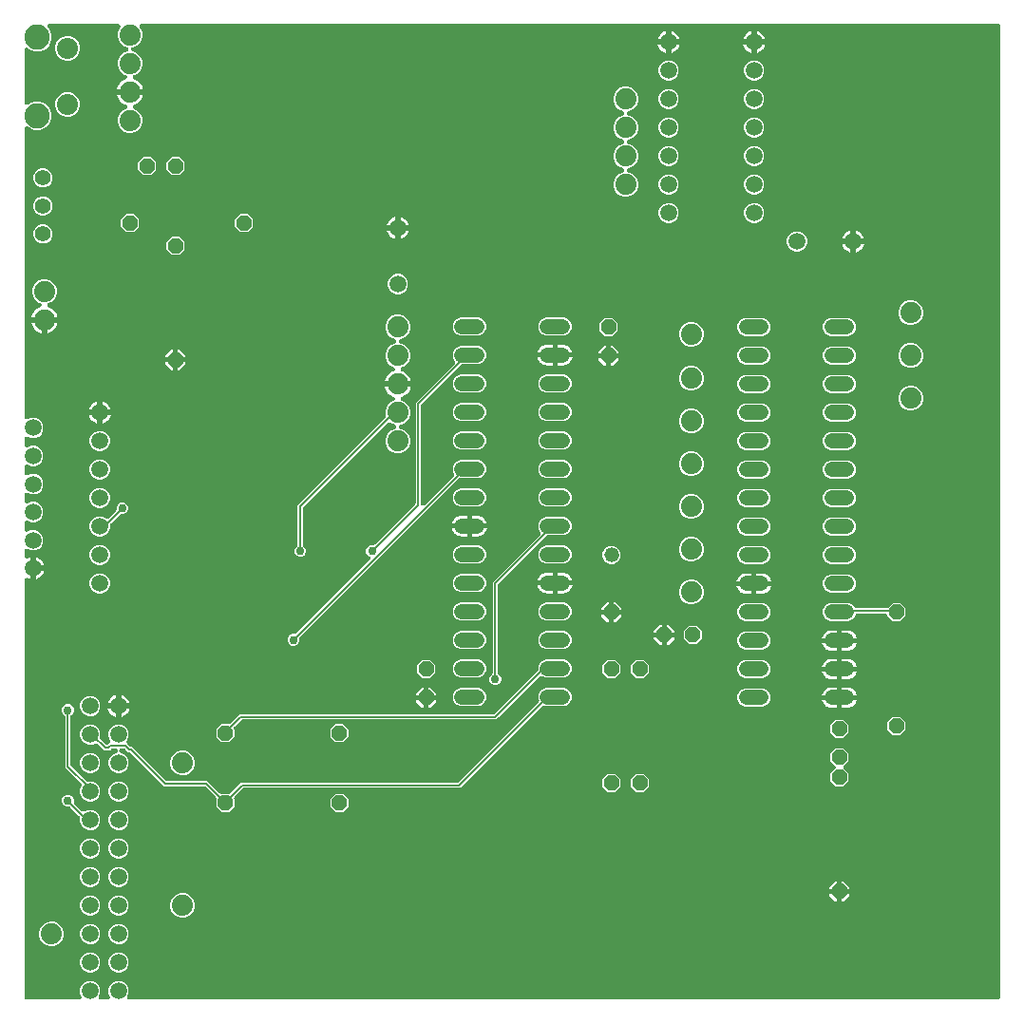
<source format=gbr>
G04 EAGLE Gerber RS-274X export*
G75*
%MOMM*%
%FSLAX34Y34*%
%LPD*%
%INBottom Copper*%
%IPPOS*%
%AMOC8*
5,1,8,0,0,1.08239X$1,22.5*%
G01*
%ADD10C,1.879600*%
%ADD11P,1.429621X8X292.500000*%
%ADD12C,1.320800*%
%ADD13P,1.429621X8X202.500000*%
%ADD14P,1.429621X8X22.500000*%
%ADD15P,1.429621X8X112.500000*%
%ADD16C,1.320800*%
%ADD17C,1.508000*%
%ADD18C,1.875000*%
%ADD19C,2.250000*%
%ADD20C,1.408000*%
%ADD21C,0.756400*%
%ADD22C,0.152400*%

G36*
X58898Y10162D02*
X58898Y10162D01*
X58911Y10161D01*
X59097Y10182D01*
X59285Y10201D01*
X59298Y10205D01*
X59311Y10206D01*
X59490Y10264D01*
X59670Y10319D01*
X59682Y10325D01*
X59694Y10329D01*
X59859Y10421D01*
X60024Y10511D01*
X60034Y10519D01*
X60046Y10526D01*
X60189Y10648D01*
X60333Y10768D01*
X60342Y10779D01*
X60352Y10787D01*
X60468Y10936D01*
X60586Y11082D01*
X60592Y11094D01*
X60600Y11104D01*
X60685Y11273D01*
X60771Y11439D01*
X60775Y11452D01*
X60781Y11464D01*
X60830Y11646D01*
X60882Y11826D01*
X60884Y11840D01*
X60887Y11853D01*
X60900Y12041D01*
X60915Y12228D01*
X60914Y12241D01*
X60915Y12254D01*
X60890Y12442D01*
X60868Y12627D01*
X60864Y12640D01*
X60863Y12653D01*
X60761Y12969D01*
X59515Y15977D01*
X59515Y19583D01*
X60895Y22915D01*
X63445Y25465D01*
X66111Y26569D01*
X66777Y26845D01*
X70383Y26845D01*
X73715Y25465D01*
X76265Y22915D01*
X77645Y19583D01*
X77645Y15977D01*
X76399Y12969D01*
X76395Y12956D01*
X76389Y12945D01*
X76337Y12764D01*
X76282Y12584D01*
X76281Y12571D01*
X76278Y12558D01*
X76262Y12370D01*
X76244Y12183D01*
X76246Y12170D01*
X76245Y12156D01*
X76267Y11969D01*
X76286Y11783D01*
X76290Y11770D01*
X76292Y11757D01*
X76350Y11577D01*
X76406Y11398D01*
X76412Y11387D01*
X76416Y11374D01*
X76509Y11209D01*
X76599Y11045D01*
X76608Y11035D01*
X76614Y11023D01*
X76737Y10881D01*
X76858Y10737D01*
X76869Y10729D01*
X76877Y10718D01*
X77026Y10603D01*
X77173Y10486D01*
X77185Y10480D01*
X77196Y10472D01*
X77364Y10388D01*
X77531Y10302D01*
X77544Y10298D01*
X77556Y10292D01*
X77739Y10243D01*
X77919Y10192D01*
X77932Y10191D01*
X77945Y10188D01*
X78276Y10161D01*
X84284Y10161D01*
X84298Y10162D01*
X84311Y10161D01*
X84497Y10182D01*
X84685Y10201D01*
X84698Y10205D01*
X84711Y10206D01*
X84890Y10264D01*
X85070Y10319D01*
X85082Y10325D01*
X85094Y10329D01*
X85259Y10421D01*
X85424Y10511D01*
X85434Y10519D01*
X85446Y10526D01*
X85589Y10648D01*
X85733Y10768D01*
X85742Y10779D01*
X85752Y10787D01*
X85868Y10936D01*
X85986Y11082D01*
X85992Y11094D01*
X86000Y11104D01*
X86085Y11273D01*
X86171Y11439D01*
X86175Y11452D01*
X86181Y11464D01*
X86230Y11646D01*
X86282Y11826D01*
X86284Y11840D01*
X86287Y11853D01*
X86300Y12041D01*
X86315Y12228D01*
X86314Y12241D01*
X86315Y12254D01*
X86290Y12442D01*
X86268Y12627D01*
X86264Y12640D01*
X86263Y12653D01*
X86161Y12969D01*
X84915Y15977D01*
X84915Y19583D01*
X86295Y22915D01*
X88845Y25465D01*
X91511Y26569D01*
X92177Y26845D01*
X95783Y26845D01*
X99115Y25465D01*
X101665Y22915D01*
X103045Y19583D01*
X103045Y15977D01*
X101799Y12969D01*
X101795Y12956D01*
X101789Y12945D01*
X101737Y12764D01*
X101682Y12584D01*
X101681Y12571D01*
X101678Y12558D01*
X101662Y12370D01*
X101644Y12183D01*
X101646Y12170D01*
X101645Y12156D01*
X101667Y11969D01*
X101686Y11783D01*
X101690Y11770D01*
X101692Y11757D01*
X101750Y11577D01*
X101806Y11398D01*
X101812Y11387D01*
X101816Y11374D01*
X101909Y11209D01*
X101999Y11045D01*
X102008Y11035D01*
X102014Y11023D01*
X102137Y10881D01*
X102258Y10737D01*
X102269Y10729D01*
X102277Y10718D01*
X102426Y10603D01*
X102573Y10486D01*
X102585Y10480D01*
X102596Y10472D01*
X102764Y10388D01*
X102931Y10302D01*
X102944Y10298D01*
X102956Y10292D01*
X103139Y10243D01*
X103319Y10192D01*
X103332Y10191D01*
X103345Y10188D01*
X103676Y10161D01*
X877808Y10161D01*
X877826Y10163D01*
X877844Y10161D01*
X878026Y10182D01*
X878209Y10201D01*
X878226Y10206D01*
X878243Y10208D01*
X878418Y10265D01*
X878594Y10319D01*
X878609Y10327D01*
X878626Y10333D01*
X878786Y10423D01*
X878948Y10511D01*
X878961Y10522D01*
X878977Y10531D01*
X879116Y10651D01*
X879257Y10768D01*
X879268Y10782D01*
X879282Y10794D01*
X879394Y10939D01*
X879509Y11082D01*
X879517Y11098D01*
X879528Y11112D01*
X879610Y11277D01*
X879695Y11439D01*
X879700Y11456D01*
X879708Y11472D01*
X879755Y11651D01*
X879806Y11826D01*
X879808Y11844D01*
X879812Y11861D01*
X879839Y12192D01*
X879839Y877808D01*
X879837Y877826D01*
X879839Y877844D01*
X879818Y878026D01*
X879799Y878209D01*
X879794Y878226D01*
X879792Y878243D01*
X879735Y878418D01*
X879681Y878594D01*
X879673Y878609D01*
X879667Y878626D01*
X879577Y878786D01*
X879489Y878948D01*
X879478Y878961D01*
X879469Y878977D01*
X879349Y879116D01*
X879232Y879257D01*
X879218Y879268D01*
X879206Y879282D01*
X879061Y879394D01*
X878918Y879509D01*
X878902Y879517D01*
X878888Y879528D01*
X878723Y879610D01*
X878561Y879695D01*
X878544Y879700D01*
X878528Y879708D01*
X878349Y879755D01*
X878174Y879806D01*
X878156Y879808D01*
X878139Y879812D01*
X877808Y879839D01*
X114602Y879839D01*
X114593Y879838D01*
X114584Y879839D01*
X114393Y879819D01*
X114201Y879799D01*
X114192Y879797D01*
X114184Y879796D01*
X114000Y879738D01*
X113816Y879681D01*
X113808Y879677D01*
X113800Y879674D01*
X113631Y879581D01*
X113462Y879489D01*
X113455Y879484D01*
X113447Y879479D01*
X113300Y879354D01*
X113153Y879232D01*
X113147Y879225D01*
X113140Y879219D01*
X113021Y879068D01*
X112901Y878918D01*
X112896Y878910D01*
X112891Y878903D01*
X112803Y878730D01*
X112715Y878561D01*
X112713Y878552D01*
X112708Y878544D01*
X112657Y878358D01*
X112604Y878174D01*
X112603Y878165D01*
X112600Y878156D01*
X112586Y877964D01*
X112571Y877772D01*
X112572Y877764D01*
X112571Y877755D01*
X112595Y877563D01*
X112618Y877373D01*
X112620Y877364D01*
X112622Y877355D01*
X112683Y877173D01*
X112742Y876990D01*
X112747Y876982D01*
X112750Y876974D01*
X112846Y876806D01*
X112940Y876639D01*
X112946Y876632D01*
X112951Y876625D01*
X113165Y876372D01*
X113400Y876137D01*
X115063Y872123D01*
X115063Y867777D01*
X113400Y863763D01*
X110327Y860690D01*
X106553Y859127D01*
X106545Y859122D01*
X106536Y859120D01*
X106367Y859027D01*
X106198Y858936D01*
X106191Y858931D01*
X106183Y858926D01*
X106035Y858802D01*
X105887Y858680D01*
X105882Y858673D01*
X105875Y858667D01*
X105755Y858517D01*
X105634Y858367D01*
X105629Y858359D01*
X105624Y858352D01*
X105537Y858183D01*
X105446Y858011D01*
X105444Y858002D01*
X105440Y857994D01*
X105388Y857812D01*
X105333Y857624D01*
X105333Y857615D01*
X105330Y857607D01*
X105315Y857416D01*
X105299Y857223D01*
X105300Y857214D01*
X105299Y857206D01*
X105322Y857015D01*
X105344Y856823D01*
X105347Y856815D01*
X105348Y856806D01*
X105408Y856624D01*
X105467Y856440D01*
X105472Y856432D01*
X105474Y856424D01*
X105570Y856256D01*
X105663Y856088D01*
X105669Y856082D01*
X105674Y856074D01*
X105801Y855928D01*
X105925Y855783D01*
X105932Y855777D01*
X105938Y855770D01*
X106090Y855653D01*
X106242Y855534D01*
X106250Y855530D01*
X106257Y855525D01*
X106553Y855373D01*
X110327Y853810D01*
X113400Y850737D01*
X115063Y846723D01*
X115063Y842377D01*
X113400Y838363D01*
X110327Y835290D01*
X107841Y834260D01*
X107763Y834218D01*
X107680Y834185D01*
X107586Y834123D01*
X107486Y834070D01*
X107418Y834014D01*
X107343Y833965D01*
X107263Y833886D01*
X107176Y833814D01*
X107120Y833745D01*
X107057Y833682D01*
X106993Y833589D01*
X106922Y833501D01*
X106881Y833423D01*
X106831Y833349D01*
X106788Y833245D01*
X106735Y833145D01*
X106710Y833059D01*
X106676Y832977D01*
X106654Y832867D01*
X106622Y832758D01*
X106614Y832670D01*
X106597Y832583D01*
X106597Y832469D01*
X106587Y832357D01*
X106597Y832269D01*
X106597Y832180D01*
X106620Y832069D01*
X106633Y831957D01*
X106660Y831872D01*
X106677Y831785D01*
X106721Y831681D01*
X106756Y831574D01*
X106799Y831496D01*
X106833Y831414D01*
X106897Y831321D01*
X106952Y831222D01*
X107010Y831155D01*
X107060Y831081D01*
X107140Y831002D01*
X107214Y830916D01*
X107284Y830862D01*
X107347Y830799D01*
X107442Y830738D01*
X107531Y830668D01*
X107610Y830628D01*
X107685Y830580D01*
X107815Y830525D01*
X107891Y830487D01*
X107935Y830475D01*
X107991Y830452D01*
X108723Y830214D01*
X110397Y829361D01*
X111918Y828256D01*
X113246Y826928D01*
X114351Y825407D01*
X115204Y823733D01*
X115785Y821946D01*
X115825Y821689D01*
X104648Y821689D01*
X104630Y821687D01*
X104613Y821689D01*
X104430Y821668D01*
X104248Y821649D01*
X104231Y821644D01*
X104213Y821642D01*
X104135Y821617D01*
X103998Y821656D01*
X103980Y821658D01*
X103963Y821662D01*
X103632Y821689D01*
X92455Y821689D01*
X92495Y821946D01*
X93076Y823733D01*
X93929Y825407D01*
X95034Y826928D01*
X96362Y828256D01*
X97883Y829361D01*
X99557Y830214D01*
X100289Y830452D01*
X100371Y830488D01*
X100455Y830514D01*
X100554Y830568D01*
X100658Y830614D01*
X100731Y830665D01*
X100808Y830707D01*
X100895Y830780D01*
X100987Y830845D01*
X101049Y830909D01*
X101117Y830966D01*
X101187Y831055D01*
X101265Y831137D01*
X101312Y831212D01*
X101368Y831281D01*
X101419Y831382D01*
X101479Y831477D01*
X101511Y831560D01*
X101551Y831639D01*
X101582Y831748D01*
X101622Y831854D01*
X101637Y831941D01*
X101661Y832027D01*
X101670Y832139D01*
X101688Y832251D01*
X101685Y832340D01*
X101692Y832428D01*
X101679Y832540D01*
X101675Y832653D01*
X101654Y832740D01*
X101644Y832828D01*
X101608Y832935D01*
X101582Y833045D01*
X101545Y833126D01*
X101517Y833210D01*
X101461Y833308D01*
X101414Y833411D01*
X101362Y833483D01*
X101318Y833560D01*
X101244Y833645D01*
X101177Y833736D01*
X101111Y833796D01*
X101053Y833863D01*
X100964Y833932D01*
X100880Y834009D01*
X100804Y834055D01*
X100734Y834109D01*
X100608Y834173D01*
X100536Y834217D01*
X100493Y834233D01*
X100439Y834260D01*
X97953Y835290D01*
X94880Y838363D01*
X93217Y842377D01*
X93217Y846723D01*
X94880Y850737D01*
X97953Y853810D01*
X101596Y855319D01*
X101727Y855373D01*
X101735Y855378D01*
X101744Y855380D01*
X101912Y855472D01*
X102082Y855564D01*
X102089Y855569D01*
X102097Y855574D01*
X102243Y855697D01*
X102393Y855820D01*
X102398Y855827D01*
X102405Y855833D01*
X102525Y855983D01*
X102646Y856133D01*
X102651Y856141D01*
X102656Y856147D01*
X102744Y856319D01*
X102833Y856489D01*
X102836Y856498D01*
X102840Y856506D01*
X102892Y856690D01*
X102947Y856876D01*
X102947Y856884D01*
X102950Y856893D01*
X102965Y857084D01*
X102981Y857277D01*
X102980Y857286D01*
X102981Y857294D01*
X102958Y857485D01*
X102936Y857677D01*
X102933Y857685D01*
X102932Y857694D01*
X102872Y857877D01*
X102813Y858060D01*
X102809Y858068D01*
X102806Y858076D01*
X102710Y858244D01*
X102617Y858412D01*
X102611Y858418D01*
X102606Y858426D01*
X102480Y858571D01*
X102355Y858717D01*
X102348Y858723D01*
X102342Y858730D01*
X102190Y858847D01*
X102038Y858966D01*
X102030Y858970D01*
X102023Y858975D01*
X101727Y859127D01*
X97953Y860690D01*
X94880Y863763D01*
X93217Y867777D01*
X93217Y872123D01*
X94880Y876137D01*
X95115Y876372D01*
X95120Y876379D01*
X95127Y876384D01*
X95248Y876534D01*
X95370Y876683D01*
X95374Y876691D01*
X95379Y876698D01*
X95468Y876868D01*
X95558Y877039D01*
X95561Y877048D01*
X95565Y877055D01*
X95618Y877239D01*
X95673Y877425D01*
X95674Y877434D01*
X95676Y877442D01*
X95692Y877633D01*
X95710Y877826D01*
X95709Y877835D01*
X95709Y877844D01*
X95687Y878033D01*
X95666Y878226D01*
X95663Y878235D01*
X95662Y878243D01*
X95603Y878427D01*
X95545Y878610D01*
X95540Y878618D01*
X95538Y878626D01*
X95442Y878795D01*
X95350Y878962D01*
X95344Y878969D01*
X95340Y878977D01*
X95214Y879122D01*
X95089Y879269D01*
X95082Y879275D01*
X95076Y879282D01*
X94925Y879399D01*
X94773Y879519D01*
X94765Y879523D01*
X94758Y879528D01*
X94586Y879614D01*
X94414Y879701D01*
X94406Y879704D01*
X94398Y879708D01*
X94210Y879758D01*
X94027Y879809D01*
X94018Y879810D01*
X94009Y879812D01*
X93678Y879839D01*
X32841Y879839D01*
X32832Y879838D01*
X32823Y879839D01*
X32631Y879818D01*
X32440Y879799D01*
X32432Y879797D01*
X32423Y879796D01*
X32240Y879738D01*
X32055Y879681D01*
X32047Y879677D01*
X32039Y879674D01*
X31871Y879581D01*
X31701Y879489D01*
X31694Y879484D01*
X31687Y879479D01*
X31539Y879354D01*
X31392Y879232D01*
X31386Y879225D01*
X31380Y879219D01*
X31260Y879068D01*
X31140Y878918D01*
X31135Y878910D01*
X31130Y878903D01*
X31042Y878730D01*
X30954Y878561D01*
X30952Y878552D01*
X30948Y878544D01*
X30896Y878358D01*
X30843Y878174D01*
X30842Y878165D01*
X30840Y878156D01*
X30826Y877964D01*
X30810Y877772D01*
X30811Y877764D01*
X30810Y877755D01*
X30835Y877562D01*
X30857Y877373D01*
X30860Y877364D01*
X30861Y877355D01*
X30922Y877172D01*
X30982Y876990D01*
X30986Y876982D01*
X30989Y876974D01*
X31084Y876808D01*
X31180Y876639D01*
X31185Y876632D01*
X31190Y876625D01*
X31405Y876372D01*
X32420Y875356D01*
X34365Y870661D01*
X34365Y865579D01*
X32420Y860884D01*
X28826Y857290D01*
X24131Y855345D01*
X19049Y855345D01*
X14354Y857290D01*
X13628Y858015D01*
X13621Y858021D01*
X13616Y858028D01*
X13467Y858148D01*
X13317Y858271D01*
X13309Y858275D01*
X13302Y858280D01*
X13132Y858368D01*
X12961Y858459D01*
X12952Y858462D01*
X12945Y858466D01*
X12760Y858519D01*
X12575Y858574D01*
X12566Y858575D01*
X12558Y858577D01*
X12367Y858593D01*
X12174Y858610D01*
X12165Y858609D01*
X12156Y858610D01*
X11967Y858588D01*
X11774Y858567D01*
X11765Y858564D01*
X11757Y858563D01*
X11574Y858504D01*
X11390Y858445D01*
X11382Y858441D01*
X11374Y858438D01*
X11207Y858344D01*
X11038Y858251D01*
X11031Y858245D01*
X11023Y858240D01*
X10878Y858115D01*
X10731Y857990D01*
X10725Y857983D01*
X10718Y857977D01*
X10601Y857826D01*
X10481Y857674D01*
X10477Y857666D01*
X10472Y857659D01*
X10386Y857487D01*
X10299Y857315D01*
X10296Y857307D01*
X10292Y857299D01*
X10243Y857113D01*
X10191Y856927D01*
X10190Y856919D01*
X10188Y856910D01*
X10161Y856579D01*
X10161Y809661D01*
X10162Y809652D01*
X10161Y809643D01*
X10182Y809451D01*
X10201Y809260D01*
X10203Y809252D01*
X10204Y809243D01*
X10262Y809060D01*
X10319Y808875D01*
X10323Y808867D01*
X10326Y808859D01*
X10419Y808691D01*
X10511Y808521D01*
X10516Y808514D01*
X10521Y808507D01*
X10646Y808359D01*
X10768Y808212D01*
X10775Y808206D01*
X10781Y808200D01*
X10933Y808079D01*
X11082Y807960D01*
X11090Y807956D01*
X11097Y807950D01*
X11270Y807862D01*
X11439Y807774D01*
X11448Y807772D01*
X11456Y807768D01*
X11641Y807716D01*
X11826Y807663D01*
X11835Y807662D01*
X11844Y807660D01*
X12036Y807646D01*
X12228Y807630D01*
X12236Y807631D01*
X12245Y807630D01*
X12436Y807654D01*
X12627Y807677D01*
X12636Y807680D01*
X12645Y807681D01*
X12826Y807742D01*
X13010Y807802D01*
X13018Y807806D01*
X13026Y807809D01*
X13194Y807905D01*
X13361Y808000D01*
X13368Y808005D01*
X13375Y808010D01*
X13628Y808225D01*
X14354Y808950D01*
X19049Y810895D01*
X24131Y810895D01*
X28826Y808950D01*
X32420Y805356D01*
X34365Y800661D01*
X34365Y795579D01*
X32420Y790884D01*
X28826Y787290D01*
X25567Y785940D01*
X24131Y785345D01*
X19049Y785345D01*
X14354Y787290D01*
X13628Y788015D01*
X13621Y788021D01*
X13616Y788028D01*
X13467Y788148D01*
X13317Y788271D01*
X13309Y788275D01*
X13302Y788280D01*
X13132Y788368D01*
X12961Y788459D01*
X12952Y788462D01*
X12945Y788466D01*
X12760Y788519D01*
X12575Y788574D01*
X12566Y788575D01*
X12558Y788577D01*
X12367Y788593D01*
X12174Y788610D01*
X12165Y788609D01*
X12156Y788610D01*
X11967Y788588D01*
X11774Y788567D01*
X11765Y788564D01*
X11757Y788563D01*
X11574Y788504D01*
X11390Y788445D01*
X11382Y788441D01*
X11374Y788438D01*
X11207Y788344D01*
X11038Y788251D01*
X11031Y788245D01*
X11023Y788240D01*
X10878Y788115D01*
X10731Y787990D01*
X10725Y787983D01*
X10718Y787977D01*
X10601Y787826D01*
X10481Y787674D01*
X10477Y787666D01*
X10472Y787659D01*
X10386Y787487D01*
X10299Y787315D01*
X10296Y787307D01*
X10292Y787299D01*
X10243Y787113D01*
X10191Y786927D01*
X10190Y786919D01*
X10188Y786910D01*
X10161Y786579D01*
X10161Y529396D01*
X10162Y529382D01*
X10161Y529369D01*
X10182Y529181D01*
X10201Y528995D01*
X10205Y528982D01*
X10206Y528969D01*
X10264Y528788D01*
X10319Y528610D01*
X10325Y528598D01*
X10329Y528586D01*
X10421Y528421D01*
X10511Y528256D01*
X10519Y528246D01*
X10526Y528234D01*
X10649Y528090D01*
X10768Y527947D01*
X10779Y527938D01*
X10787Y527928D01*
X10936Y527812D01*
X11082Y527694D01*
X11094Y527688D01*
X11104Y527680D01*
X11273Y527595D01*
X11439Y527509D01*
X11452Y527505D01*
X11464Y527499D01*
X11646Y527450D01*
X11826Y527398D01*
X11840Y527396D01*
X11853Y527393D01*
X12041Y527380D01*
X12228Y527365D01*
X12241Y527366D01*
X12254Y527365D01*
X12442Y527390D01*
X12627Y527412D01*
X12640Y527416D01*
X12653Y527417D01*
X12969Y527519D01*
X15977Y528765D01*
X19583Y528765D01*
X22915Y527385D01*
X25465Y524835D01*
X26845Y521503D01*
X26845Y517897D01*
X25465Y514565D01*
X22915Y512015D01*
X22206Y511721D01*
X22205Y511721D01*
X19583Y510635D01*
X15977Y510635D01*
X12969Y511881D01*
X12956Y511885D01*
X12945Y511891D01*
X12764Y511943D01*
X12584Y511998D01*
X12571Y511999D01*
X12558Y512002D01*
X12370Y512018D01*
X12183Y512036D01*
X12170Y512034D01*
X12156Y512035D01*
X11969Y512013D01*
X11783Y511994D01*
X11770Y511990D01*
X11757Y511988D01*
X11577Y511930D01*
X11398Y511874D01*
X11387Y511868D01*
X11374Y511864D01*
X11209Y511771D01*
X11045Y511681D01*
X11035Y511672D01*
X11023Y511666D01*
X10881Y511543D01*
X10737Y511422D01*
X10729Y511411D01*
X10718Y511403D01*
X10603Y511254D01*
X10486Y511107D01*
X10480Y511095D01*
X10472Y511084D01*
X10388Y510916D01*
X10302Y510749D01*
X10298Y510736D01*
X10292Y510724D01*
X10243Y510541D01*
X10192Y510361D01*
X10191Y510348D01*
X10188Y510335D01*
X10161Y510004D01*
X10161Y504396D01*
X10162Y504382D01*
X10161Y504369D01*
X10182Y504181D01*
X10201Y503995D01*
X10205Y503982D01*
X10206Y503969D01*
X10264Y503790D01*
X10319Y503610D01*
X10325Y503598D01*
X10329Y503586D01*
X10421Y503421D01*
X10511Y503256D01*
X10519Y503246D01*
X10526Y503234D01*
X10648Y503091D01*
X10768Y502947D01*
X10779Y502938D01*
X10787Y502928D01*
X10936Y502812D01*
X11082Y502694D01*
X11094Y502688D01*
X11104Y502680D01*
X11273Y502595D01*
X11439Y502509D01*
X11452Y502505D01*
X11464Y502499D01*
X11646Y502450D01*
X11826Y502398D01*
X11840Y502396D01*
X11853Y502393D01*
X12041Y502380D01*
X12228Y502365D01*
X12241Y502366D01*
X12254Y502365D01*
X12442Y502390D01*
X12627Y502412D01*
X12640Y502416D01*
X12653Y502417D01*
X12969Y502519D01*
X15977Y503765D01*
X19583Y503765D01*
X22915Y502385D01*
X25465Y499835D01*
X26845Y496503D01*
X26845Y492897D01*
X25465Y489565D01*
X22915Y487015D01*
X19583Y485635D01*
X15977Y485635D01*
X12969Y486881D01*
X12956Y486885D01*
X12945Y486891D01*
X12764Y486943D01*
X12584Y486998D01*
X12571Y486999D01*
X12558Y487002D01*
X12370Y487018D01*
X12183Y487036D01*
X12170Y487034D01*
X12156Y487035D01*
X11969Y487013D01*
X11783Y486994D01*
X11770Y486990D01*
X11757Y486988D01*
X11577Y486930D01*
X11398Y486874D01*
X11387Y486868D01*
X11374Y486864D01*
X11209Y486771D01*
X11045Y486681D01*
X11035Y486672D01*
X11023Y486666D01*
X10881Y486543D01*
X10737Y486422D01*
X10729Y486411D01*
X10718Y486403D01*
X10603Y486254D01*
X10486Y486107D01*
X10480Y486095D01*
X10472Y486084D01*
X10388Y485916D01*
X10302Y485749D01*
X10298Y485736D01*
X10292Y485724D01*
X10243Y485541D01*
X10192Y485361D01*
X10191Y485348D01*
X10188Y485335D01*
X10161Y485004D01*
X10161Y479396D01*
X10162Y479382D01*
X10161Y479369D01*
X10182Y479183D01*
X10201Y478995D01*
X10205Y478982D01*
X10206Y478969D01*
X10264Y478790D01*
X10319Y478610D01*
X10325Y478598D01*
X10329Y478586D01*
X10421Y478421D01*
X10511Y478256D01*
X10519Y478246D01*
X10526Y478234D01*
X10648Y478091D01*
X10768Y477947D01*
X10779Y477938D01*
X10787Y477928D01*
X10936Y477812D01*
X11082Y477694D01*
X11094Y477688D01*
X11104Y477680D01*
X11273Y477595D01*
X11439Y477509D01*
X11452Y477505D01*
X11464Y477499D01*
X11646Y477450D01*
X11826Y477398D01*
X11840Y477396D01*
X11853Y477393D01*
X12041Y477380D01*
X12228Y477365D01*
X12241Y477366D01*
X12254Y477365D01*
X12442Y477390D01*
X12627Y477412D01*
X12640Y477416D01*
X12653Y477417D01*
X12969Y477519D01*
X15977Y478765D01*
X19583Y478765D01*
X22915Y477385D01*
X25465Y474835D01*
X26845Y471503D01*
X26845Y467897D01*
X25465Y464565D01*
X22915Y462015D01*
X20319Y460940D01*
X19583Y460635D01*
X15977Y460635D01*
X12969Y461881D01*
X12956Y461885D01*
X12945Y461891D01*
X12764Y461943D01*
X12584Y461998D01*
X12571Y461999D01*
X12558Y462002D01*
X12370Y462018D01*
X12183Y462036D01*
X12170Y462034D01*
X12156Y462035D01*
X11969Y462013D01*
X11783Y461994D01*
X11770Y461990D01*
X11757Y461988D01*
X11577Y461930D01*
X11398Y461874D01*
X11387Y461868D01*
X11374Y461864D01*
X11209Y461771D01*
X11045Y461681D01*
X11035Y461672D01*
X11023Y461666D01*
X10881Y461543D01*
X10737Y461422D01*
X10729Y461411D01*
X10718Y461403D01*
X10603Y461254D01*
X10486Y461107D01*
X10480Y461095D01*
X10472Y461084D01*
X10388Y460916D01*
X10302Y460749D01*
X10298Y460736D01*
X10292Y460724D01*
X10243Y460540D01*
X10192Y460361D01*
X10191Y460348D01*
X10188Y460335D01*
X10161Y460004D01*
X10161Y454396D01*
X10162Y454382D01*
X10161Y454369D01*
X10182Y454183D01*
X10201Y453995D01*
X10205Y453982D01*
X10206Y453969D01*
X10264Y453790D01*
X10319Y453610D01*
X10325Y453598D01*
X10329Y453586D01*
X10421Y453421D01*
X10511Y453256D01*
X10519Y453246D01*
X10526Y453234D01*
X10648Y453091D01*
X10768Y452947D01*
X10779Y452938D01*
X10787Y452928D01*
X10936Y452812D01*
X11082Y452694D01*
X11094Y452688D01*
X11104Y452680D01*
X11273Y452595D01*
X11439Y452509D01*
X11452Y452505D01*
X11464Y452499D01*
X11646Y452450D01*
X11826Y452398D01*
X11840Y452396D01*
X11853Y452393D01*
X12041Y452380D01*
X12228Y452365D01*
X12241Y452366D01*
X12254Y452365D01*
X12442Y452390D01*
X12627Y452412D01*
X12640Y452416D01*
X12653Y452417D01*
X12969Y452519D01*
X15977Y453765D01*
X19583Y453765D01*
X22915Y452385D01*
X25465Y449835D01*
X26845Y446503D01*
X26845Y442897D01*
X25465Y439565D01*
X22915Y437015D01*
X21828Y436565D01*
X19583Y435635D01*
X15977Y435635D01*
X12969Y436881D01*
X12956Y436885D01*
X12945Y436891D01*
X12764Y436943D01*
X12584Y436998D01*
X12571Y436999D01*
X12558Y437002D01*
X12370Y437018D01*
X12183Y437036D01*
X12170Y437034D01*
X12156Y437035D01*
X11969Y437013D01*
X11783Y436994D01*
X11770Y436990D01*
X11757Y436988D01*
X11577Y436930D01*
X11398Y436874D01*
X11387Y436868D01*
X11374Y436864D01*
X11209Y436771D01*
X11045Y436681D01*
X11035Y436672D01*
X11023Y436666D01*
X10881Y436543D01*
X10737Y436422D01*
X10729Y436411D01*
X10718Y436403D01*
X10603Y436254D01*
X10486Y436107D01*
X10480Y436095D01*
X10472Y436084D01*
X10388Y435916D01*
X10302Y435749D01*
X10298Y435736D01*
X10292Y435724D01*
X10243Y435541D01*
X10192Y435361D01*
X10191Y435348D01*
X10188Y435335D01*
X10161Y435004D01*
X10161Y429396D01*
X10162Y429382D01*
X10161Y429369D01*
X10182Y429183D01*
X10201Y428995D01*
X10205Y428982D01*
X10206Y428969D01*
X10264Y428790D01*
X10319Y428610D01*
X10325Y428598D01*
X10329Y428586D01*
X10421Y428421D01*
X10511Y428256D01*
X10519Y428246D01*
X10526Y428234D01*
X10648Y428091D01*
X10768Y427947D01*
X10779Y427938D01*
X10787Y427928D01*
X10936Y427812D01*
X11082Y427694D01*
X11094Y427688D01*
X11104Y427680D01*
X11273Y427595D01*
X11439Y427509D01*
X11452Y427505D01*
X11464Y427499D01*
X11646Y427450D01*
X11826Y427398D01*
X11840Y427396D01*
X11853Y427393D01*
X12041Y427380D01*
X12228Y427365D01*
X12241Y427366D01*
X12254Y427365D01*
X12442Y427390D01*
X12627Y427412D01*
X12640Y427416D01*
X12653Y427417D01*
X12969Y427519D01*
X15956Y428756D01*
X15957Y428756D01*
X15977Y428765D01*
X19583Y428765D01*
X22915Y427385D01*
X25465Y424835D01*
X26845Y421503D01*
X26845Y417897D01*
X25465Y414565D01*
X22915Y412015D01*
X19583Y410635D01*
X15977Y410635D01*
X12969Y411881D01*
X12956Y411885D01*
X12945Y411891D01*
X12764Y411943D01*
X12584Y411998D01*
X12571Y411999D01*
X12558Y412002D01*
X12370Y412018D01*
X12183Y412036D01*
X12170Y412034D01*
X12156Y412035D01*
X11969Y412013D01*
X11783Y411994D01*
X11770Y411990D01*
X11757Y411988D01*
X11577Y411930D01*
X11398Y411874D01*
X11387Y411868D01*
X11374Y411864D01*
X11209Y411771D01*
X11045Y411681D01*
X11035Y411672D01*
X11023Y411666D01*
X10881Y411543D01*
X10737Y411422D01*
X10729Y411411D01*
X10718Y411403D01*
X10603Y411254D01*
X10486Y411107D01*
X10480Y411095D01*
X10472Y411084D01*
X10388Y410916D01*
X10302Y410749D01*
X10298Y410736D01*
X10292Y410724D01*
X10243Y410541D01*
X10192Y410361D01*
X10191Y410348D01*
X10188Y410335D01*
X10161Y410004D01*
X10161Y405446D01*
X10170Y405354D01*
X10169Y405260D01*
X10190Y405154D01*
X10201Y405046D01*
X10228Y404957D01*
X10246Y404865D01*
X10287Y404765D01*
X10319Y404661D01*
X10363Y404579D01*
X10399Y404493D01*
X10459Y404402D01*
X10511Y404307D01*
X10570Y404235D01*
X10622Y404158D01*
X10699Y404081D01*
X10768Y403998D01*
X10841Y403939D01*
X10907Y403873D01*
X10997Y403813D01*
X11082Y403745D01*
X11165Y403702D01*
X11242Y403651D01*
X11343Y403610D01*
X11439Y403560D01*
X11529Y403534D01*
X11615Y403499D01*
X11722Y403478D01*
X11826Y403448D01*
X11919Y403441D01*
X12011Y403423D01*
X12119Y403424D01*
X12228Y403415D01*
X12320Y403426D01*
X12413Y403427D01*
X12520Y403450D01*
X12627Y403462D01*
X12716Y403491D01*
X12807Y403511D01*
X12931Y403561D01*
X13010Y403587D01*
X13053Y403612D01*
X13114Y403636D01*
X13910Y404042D01*
X15281Y404487D01*
X15281Y395168D01*
X15282Y395150D01*
X15281Y395133D01*
X15302Y394950D01*
X15321Y394768D01*
X15326Y394750D01*
X15328Y394733D01*
X15341Y394692D01*
X15314Y394598D01*
X15312Y394580D01*
X15308Y394563D01*
X15281Y394232D01*
X15281Y384913D01*
X13910Y385358D01*
X13114Y385764D01*
X13027Y385797D01*
X12945Y385840D01*
X12840Y385870D01*
X12739Y385910D01*
X12647Y385926D01*
X12558Y385952D01*
X12449Y385961D01*
X12342Y385979D01*
X12249Y385977D01*
X12156Y385985D01*
X12049Y385972D01*
X11940Y385969D01*
X11849Y385949D01*
X11757Y385938D01*
X11653Y385904D01*
X11547Y385880D01*
X11463Y385842D01*
X11374Y385813D01*
X11279Y385759D01*
X11180Y385715D01*
X11104Y385661D01*
X11023Y385615D01*
X10941Y385544D01*
X10853Y385481D01*
X10789Y385413D01*
X10718Y385352D01*
X10652Y385266D01*
X10578Y385187D01*
X10529Y385107D01*
X10472Y385034D01*
X10423Y384936D01*
X10366Y384844D01*
X10334Y384757D01*
X10292Y384673D01*
X10264Y384568D01*
X10227Y384466D01*
X10212Y384374D01*
X10188Y384284D01*
X10177Y384151D01*
X10164Y384069D01*
X10166Y384019D01*
X10161Y383954D01*
X10161Y12192D01*
X10163Y12174D01*
X10161Y12156D01*
X10182Y11974D01*
X10201Y11791D01*
X10206Y11774D01*
X10208Y11757D01*
X10265Y11582D01*
X10319Y11406D01*
X10327Y11391D01*
X10333Y11374D01*
X10423Y11214D01*
X10511Y11052D01*
X10522Y11039D01*
X10531Y11023D01*
X10651Y10884D01*
X10768Y10743D01*
X10782Y10732D01*
X10794Y10718D01*
X10939Y10606D01*
X11082Y10491D01*
X11098Y10483D01*
X11112Y10472D01*
X11277Y10390D01*
X11439Y10305D01*
X11456Y10300D01*
X11472Y10292D01*
X11651Y10245D01*
X11826Y10194D01*
X11844Y10192D01*
X11861Y10188D01*
X12192Y10161D01*
X58884Y10161D01*
X58898Y10162D01*
G37*
%LPC*%
G36*
X185863Y177291D02*
X185863Y177291D01*
X181101Y182053D01*
X181101Y189251D01*
X181114Y189294D01*
X181116Y189312D01*
X181121Y189330D01*
X181134Y189513D01*
X181151Y189695D01*
X181149Y189713D01*
X181150Y189731D01*
X181127Y189913D01*
X181107Y190095D01*
X181102Y190113D01*
X181100Y190131D01*
X181042Y190304D01*
X180986Y190479D01*
X180977Y190495D01*
X180971Y190512D01*
X180880Y190671D01*
X180791Y190832D01*
X180780Y190845D01*
X180771Y190861D01*
X180556Y191114D01*
X171860Y199810D01*
X171839Y199827D01*
X171822Y199848D01*
X171684Y199955D01*
X171548Y200065D01*
X171525Y200078D01*
X171503Y200094D01*
X171347Y200172D01*
X171193Y200254D01*
X171167Y200262D01*
X171143Y200274D01*
X170974Y200319D01*
X170807Y200369D01*
X170780Y200371D01*
X170754Y200378D01*
X170423Y200405D01*
X134689Y200405D01*
X104804Y230290D01*
X104783Y230307D01*
X104766Y230328D01*
X104628Y230435D01*
X104492Y230545D01*
X104469Y230558D01*
X104447Y230574D01*
X104291Y230652D01*
X104137Y230734D01*
X104111Y230742D01*
X104087Y230754D01*
X103918Y230799D01*
X103751Y230849D01*
X103724Y230851D01*
X103698Y230858D01*
X103367Y230885D01*
X102685Y230885D01*
X100232Y233338D01*
X100211Y233355D01*
X100194Y233376D01*
X100056Y233483D01*
X99920Y233593D01*
X99897Y233606D01*
X99875Y233622D01*
X99719Y233700D01*
X99565Y233782D01*
X99539Y233790D01*
X99515Y233802D01*
X99346Y233847D01*
X99179Y233897D01*
X99152Y233899D01*
X99126Y233906D01*
X98795Y233933D01*
X96607Y233933D01*
X96603Y233933D01*
X96598Y233933D01*
X96404Y233913D01*
X96206Y233893D01*
X96202Y233892D01*
X96198Y233892D01*
X96010Y233833D01*
X95822Y233775D01*
X95818Y233773D01*
X95813Y233772D01*
X95639Y233676D01*
X95468Y233583D01*
X95464Y233581D01*
X95460Y233578D01*
X95307Y233450D01*
X95158Y233326D01*
X95155Y233322D01*
X95152Y233319D01*
X95027Y233163D01*
X94906Y233012D01*
X94904Y233008D01*
X94901Y233005D01*
X94811Y232829D01*
X94720Y232655D01*
X94719Y232650D01*
X94717Y232646D01*
X94663Y232454D01*
X94609Y232268D01*
X94609Y232263D01*
X94607Y232259D01*
X94593Y232066D01*
X94576Y231866D01*
X94577Y231862D01*
X94576Y231858D01*
X94600Y231664D01*
X94623Y231467D01*
X94624Y231462D01*
X94625Y231458D01*
X94686Y231273D01*
X94748Y231084D01*
X94750Y231080D01*
X94752Y231076D01*
X94848Y230907D01*
X94946Y230733D01*
X94949Y230730D01*
X94951Y230726D01*
X95081Y230577D01*
X95209Y230429D01*
X95212Y230426D01*
X95215Y230422D01*
X95375Y230300D01*
X95527Y230182D01*
X95531Y230180D01*
X95535Y230177D01*
X95830Y230025D01*
X99115Y228665D01*
X101665Y226115D01*
X103045Y222783D01*
X103045Y219177D01*
X101665Y215845D01*
X99115Y213295D01*
X95783Y211915D01*
X92177Y211915D01*
X88845Y213295D01*
X86295Y215845D01*
X84915Y219177D01*
X84915Y222783D01*
X86295Y226115D01*
X88845Y228665D01*
X92130Y230025D01*
X92134Y230027D01*
X92138Y230029D01*
X92311Y230122D01*
X92485Y230216D01*
X92489Y230218D01*
X92492Y230221D01*
X92641Y230345D01*
X92795Y230472D01*
X92798Y230475D01*
X92802Y230478D01*
X92925Y230631D01*
X93049Y230785D01*
X93051Y230789D01*
X93054Y230792D01*
X93144Y230965D01*
X93236Y231141D01*
X93238Y231145D01*
X93240Y231149D01*
X93294Y231338D01*
X93349Y231528D01*
X93350Y231532D01*
X93351Y231536D01*
X93367Y231734D01*
X93384Y231929D01*
X93383Y231933D01*
X93384Y231938D01*
X93361Y232132D01*
X93339Y232329D01*
X93337Y232333D01*
X93337Y232337D01*
X93276Y232523D01*
X93216Y232712D01*
X93214Y232716D01*
X93212Y232720D01*
X93115Y232893D01*
X93019Y233064D01*
X93016Y233067D01*
X93014Y233071D01*
X92886Y233220D01*
X92757Y233369D01*
X92754Y233372D01*
X92751Y233376D01*
X92596Y233496D01*
X92440Y233618D01*
X92436Y233620D01*
X92433Y233622D01*
X92255Y233711D01*
X92081Y233798D01*
X92077Y233800D01*
X92072Y233802D01*
X91881Y233853D01*
X91692Y233905D01*
X91688Y233905D01*
X91684Y233906D01*
X91353Y233933D01*
X88657Y233933D01*
X88630Y233931D01*
X88603Y233933D01*
X88429Y233911D01*
X88256Y233893D01*
X88230Y233886D01*
X88204Y233882D01*
X88038Y233827D01*
X87871Y233775D01*
X87847Y233762D01*
X87822Y233754D01*
X87670Y233667D01*
X87517Y233583D01*
X87497Y233566D01*
X87473Y233553D01*
X87220Y233338D01*
X86291Y232409D01*
X81349Y232409D01*
X75628Y238130D01*
X75610Y238145D01*
X75596Y238162D01*
X75455Y238272D01*
X75316Y238385D01*
X75296Y238396D01*
X75279Y238410D01*
X75119Y238490D01*
X74960Y238574D01*
X74939Y238580D01*
X74919Y238590D01*
X74747Y238638D01*
X74575Y238689D01*
X74552Y238691D01*
X74531Y238697D01*
X74352Y238709D01*
X74174Y238725D01*
X74151Y238723D01*
X74129Y238724D01*
X73951Y238701D01*
X73773Y238682D01*
X73752Y238675D01*
X73730Y238672D01*
X73414Y238571D01*
X70383Y237315D01*
X66777Y237315D01*
X63445Y238695D01*
X60895Y241245D01*
X59515Y244577D01*
X59515Y248183D01*
X60895Y251515D01*
X63445Y254065D01*
X66777Y255445D01*
X70383Y255445D01*
X73715Y254065D01*
X76265Y251515D01*
X77645Y248183D01*
X77645Y244577D01*
X77580Y244420D01*
X77573Y244398D01*
X77563Y244378D01*
X77515Y244205D01*
X77463Y244034D01*
X77461Y244012D01*
X77455Y243991D01*
X77442Y243811D01*
X77425Y243634D01*
X77427Y243611D01*
X77426Y243589D01*
X77448Y243410D01*
X77467Y243233D01*
X77473Y243212D01*
X77476Y243190D01*
X77533Y243019D01*
X77586Y242849D01*
X77597Y242829D01*
X77604Y242808D01*
X77694Y242652D01*
X77780Y242495D01*
X77794Y242478D01*
X77805Y242459D01*
X78020Y242206D01*
X82384Y237842D01*
X82398Y237831D01*
X82409Y237817D01*
X82553Y237704D01*
X82695Y237587D01*
X82711Y237579D01*
X82725Y237568D01*
X82888Y237485D01*
X83051Y237399D01*
X83068Y237393D01*
X83084Y237385D01*
X83260Y237336D01*
X83437Y237284D01*
X83455Y237282D01*
X83472Y237277D01*
X83655Y237264D01*
X83838Y237247D01*
X83856Y237249D01*
X83873Y237248D01*
X84056Y237271D01*
X84238Y237291D01*
X84255Y237296D01*
X84273Y237298D01*
X84447Y237357D01*
X84622Y237412D01*
X84637Y237421D01*
X84654Y237427D01*
X84814Y237518D01*
X84974Y237607D01*
X84988Y237619D01*
X85003Y237628D01*
X85256Y237842D01*
X86041Y238627D01*
X86053Y238641D01*
X86067Y238653D01*
X86180Y238797D01*
X86296Y238938D01*
X86305Y238955D01*
X86316Y238969D01*
X86399Y239132D01*
X86485Y239294D01*
X86490Y239312D01*
X86498Y239328D01*
X86547Y239505D01*
X86599Y239680D01*
X86601Y239698D01*
X86606Y239716D01*
X86619Y239898D01*
X86636Y240081D01*
X86634Y240099D01*
X86635Y240118D01*
X86612Y240299D01*
X86592Y240481D01*
X86587Y240499D01*
X86585Y240517D01*
X86526Y240690D01*
X86471Y240865D01*
X86462Y240881D01*
X86456Y240899D01*
X86395Y241005D01*
X84915Y244577D01*
X84915Y248183D01*
X86295Y251515D01*
X88845Y254065D01*
X92177Y255445D01*
X95783Y255445D01*
X99115Y254065D01*
X101665Y251515D01*
X103045Y248183D01*
X103045Y244577D01*
X101665Y241245D01*
X101654Y241232D01*
X101640Y241220D01*
X101526Y241076D01*
X101410Y240934D01*
X101402Y240918D01*
X101391Y240904D01*
X101307Y240740D01*
X101221Y240578D01*
X101216Y240561D01*
X101208Y240545D01*
X101159Y240368D01*
X101107Y240193D01*
X101105Y240175D01*
X101100Y240157D01*
X101087Y239974D01*
X101070Y239792D01*
X101072Y239774D01*
X101071Y239756D01*
X101094Y239573D01*
X101114Y239391D01*
X101119Y239374D01*
X101121Y239356D01*
X101180Y239182D01*
X101235Y239007D01*
X101244Y238992D01*
X101249Y238975D01*
X101341Y238815D01*
X101430Y238655D01*
X101441Y238642D01*
X101450Y238626D01*
X101665Y238373D01*
X103984Y236054D01*
X104005Y236037D01*
X104022Y236016D01*
X104160Y235909D01*
X104296Y235799D01*
X104319Y235786D01*
X104341Y235770D01*
X104497Y235692D01*
X104651Y235610D01*
X104677Y235602D01*
X104701Y235590D01*
X104870Y235545D01*
X105037Y235495D01*
X105064Y235493D01*
X105090Y235486D01*
X105421Y235459D01*
X106103Y235459D01*
X135988Y205574D01*
X136009Y205557D01*
X136026Y205536D01*
X136164Y205429D01*
X136300Y205319D01*
X136323Y205306D01*
X136345Y205290D01*
X136501Y205212D01*
X136655Y205130D01*
X136681Y205122D01*
X136705Y205110D01*
X136874Y205065D01*
X137041Y205015D01*
X137068Y205013D01*
X137094Y205006D01*
X137425Y204979D01*
X173159Y204979D01*
X183994Y194144D01*
X184015Y194127D01*
X184032Y194106D01*
X184170Y193999D01*
X184306Y193889D01*
X184329Y193876D01*
X184351Y193860D01*
X184507Y193782D01*
X184661Y193700D01*
X184687Y193692D01*
X184711Y193680D01*
X184880Y193635D01*
X185047Y193585D01*
X185074Y193583D01*
X185100Y193576D01*
X185431Y193549D01*
X192521Y193549D01*
X192548Y193551D01*
X192575Y193549D01*
X192749Y193571D01*
X192922Y193589D01*
X192948Y193596D01*
X192974Y193600D01*
X193140Y193655D01*
X193307Y193707D01*
X193331Y193720D01*
X193356Y193728D01*
X193508Y193815D01*
X193661Y193899D01*
X193681Y193916D01*
X193705Y193929D01*
X193958Y194144D01*
X201334Y201520D01*
X203269Y203455D01*
X395975Y203455D01*
X396002Y203457D01*
X396029Y203455D01*
X396203Y203477D01*
X396376Y203495D01*
X396402Y203502D01*
X396428Y203506D01*
X396594Y203561D01*
X396761Y203613D01*
X396785Y203626D01*
X396810Y203634D01*
X396962Y203721D01*
X397115Y203805D01*
X397135Y203822D01*
X397159Y203835D01*
X397412Y204050D01*
X468368Y275006D01*
X468382Y275023D01*
X468399Y275037D01*
X468509Y275179D01*
X468623Y275317D01*
X468633Y275337D01*
X468647Y275354D01*
X468728Y275515D01*
X468811Y275673D01*
X468818Y275694D01*
X468828Y275714D01*
X468875Y275888D01*
X468926Y276059D01*
X468928Y276081D01*
X468934Y276102D01*
X468946Y276281D01*
X468963Y276460D01*
X468960Y276482D01*
X468962Y276504D01*
X468938Y276682D01*
X468919Y276860D01*
X468912Y276881D01*
X468909Y276903D01*
X468808Y277219D01*
X468367Y278283D01*
X468367Y281517D01*
X469605Y284505D01*
X471891Y286791D01*
X474879Y288029D01*
X491321Y288029D01*
X494309Y286791D01*
X496595Y284505D01*
X497833Y281517D01*
X497833Y278283D01*
X496595Y275295D01*
X494309Y273009D01*
X491955Y272034D01*
X491321Y271771D01*
X474879Y271771D01*
X473815Y272212D01*
X473794Y272218D01*
X473774Y272229D01*
X473602Y272277D01*
X473430Y272328D01*
X473408Y272331D01*
X473386Y272337D01*
X473207Y272350D01*
X473029Y272367D01*
X473007Y272364D01*
X472985Y272366D01*
X472806Y272343D01*
X472629Y272325D01*
X472607Y272318D01*
X472585Y272315D01*
X472415Y272258D01*
X472244Y272205D01*
X472225Y272194D01*
X472203Y272187D01*
X472048Y272098D01*
X471891Y272012D01*
X471874Y271997D01*
X471855Y271986D01*
X471602Y271772D01*
X400646Y200816D01*
X398711Y198881D01*
X206005Y198881D01*
X205978Y198879D01*
X205951Y198881D01*
X205777Y198859D01*
X205604Y198841D01*
X205578Y198834D01*
X205552Y198830D01*
X205386Y198775D01*
X205219Y198723D01*
X205195Y198710D01*
X205170Y198702D01*
X205018Y198615D01*
X204865Y198531D01*
X204845Y198514D01*
X204821Y198501D01*
X204568Y198286D01*
X197650Y191368D01*
X197639Y191354D01*
X197625Y191343D01*
X197511Y191199D01*
X197395Y191057D01*
X197387Y191041D01*
X197376Y191027D01*
X197292Y190862D01*
X197206Y190701D01*
X197201Y190684D01*
X197193Y190668D01*
X197144Y190490D01*
X197092Y190315D01*
X197090Y190297D01*
X197085Y190280D01*
X197072Y190096D01*
X197055Y189914D01*
X197057Y189896D01*
X197056Y189879D01*
X197079Y189697D01*
X197099Y189514D01*
X197104Y189497D01*
X197106Y189479D01*
X197165Y189306D01*
X197220Y189130D01*
X197229Y189114D01*
X197235Y189097D01*
X197326Y188938D01*
X197359Y188879D01*
X197359Y182053D01*
X192597Y177291D01*
X185863Y177291D01*
G37*
%LPD*%
%LPC*%
G36*
X248880Y325401D02*
X248880Y325401D01*
X246930Y326209D01*
X245437Y327702D01*
X244629Y329652D01*
X244629Y331764D01*
X245437Y333714D01*
X246930Y335207D01*
X248880Y336015D01*
X251167Y336015D01*
X251194Y336017D01*
X251221Y336015D01*
X251395Y336037D01*
X251568Y336055D01*
X251594Y336062D01*
X251620Y336066D01*
X251786Y336121D01*
X251953Y336173D01*
X251977Y336186D01*
X252002Y336194D01*
X252154Y336281D01*
X252307Y336365D01*
X252327Y336382D01*
X252351Y336395D01*
X252604Y336610D01*
X318008Y402014D01*
X318016Y402024D01*
X318027Y402033D01*
X318144Y402180D01*
X318263Y402325D01*
X318269Y402337D01*
X318278Y402348D01*
X318364Y402516D01*
X318452Y402681D01*
X318455Y402694D01*
X318462Y402706D01*
X318513Y402887D01*
X318566Y403067D01*
X318568Y403080D01*
X318571Y403093D01*
X318586Y403280D01*
X318603Y403468D01*
X318601Y403481D01*
X318602Y403495D01*
X318580Y403680D01*
X318559Y403868D01*
X318555Y403881D01*
X318554Y403894D01*
X318495Y404072D01*
X318438Y404252D01*
X318431Y404264D01*
X318427Y404276D01*
X318333Y404441D01*
X318243Y404604D01*
X318234Y404614D01*
X318228Y404626D01*
X318104Y404769D01*
X317983Y404911D01*
X317972Y404920D01*
X317963Y404930D01*
X317814Y405044D01*
X317667Y405161D01*
X317655Y405167D01*
X317644Y405175D01*
X317349Y405327D01*
X317034Y405457D01*
X315541Y406950D01*
X314733Y408900D01*
X314733Y411012D01*
X315541Y412962D01*
X317034Y414455D01*
X317233Y414537D01*
X317234Y414538D01*
X318984Y415263D01*
X321271Y415263D01*
X321298Y415265D01*
X321325Y415263D01*
X321499Y415285D01*
X321672Y415303D01*
X321698Y415310D01*
X321724Y415314D01*
X321890Y415369D01*
X322057Y415421D01*
X322081Y415434D01*
X322106Y415442D01*
X322258Y415529D01*
X322411Y415613D01*
X322431Y415630D01*
X322455Y415643D01*
X322708Y415858D01*
X358306Y451456D01*
X358323Y451477D01*
X358344Y451494D01*
X358451Y451632D01*
X358561Y451768D01*
X358574Y451791D01*
X358590Y451813D01*
X358668Y451969D01*
X358750Y452123D01*
X358758Y452149D01*
X358770Y452173D01*
X358815Y452342D01*
X358865Y452509D01*
X358867Y452536D01*
X358874Y452562D01*
X358901Y452893D01*
X358901Y541967D01*
X360836Y543902D01*
X393781Y576847D01*
X393792Y576861D01*
X393806Y576872D01*
X393919Y577016D01*
X394036Y577158D01*
X394044Y577174D01*
X394055Y577188D01*
X394139Y577352D01*
X394225Y577514D01*
X394230Y577531D01*
X394238Y577547D01*
X394287Y577724D01*
X394339Y577900D01*
X394341Y577918D01*
X394346Y577935D01*
X394359Y578117D01*
X394376Y578301D01*
X394374Y578319D01*
X394375Y578336D01*
X394352Y578517D01*
X394332Y578701D01*
X394327Y578718D01*
X394325Y578736D01*
X394266Y578909D01*
X394211Y579085D01*
X394202Y579101D01*
X394196Y579118D01*
X394105Y579277D01*
X394016Y579437D01*
X394004Y579451D01*
X393996Y579466D01*
X393781Y579719D01*
X393405Y580095D01*
X392167Y583083D01*
X392167Y586317D01*
X393405Y589305D01*
X395691Y591591D01*
X398679Y592829D01*
X415121Y592829D01*
X418109Y591591D01*
X420395Y589305D01*
X421633Y586317D01*
X421633Y583083D01*
X420395Y580095D01*
X418109Y577809D01*
X415121Y576571D01*
X400815Y576571D01*
X400788Y576569D01*
X400761Y576571D01*
X400587Y576549D01*
X400414Y576531D01*
X400388Y576524D01*
X400362Y576520D01*
X400196Y576465D01*
X400029Y576413D01*
X400005Y576400D01*
X399980Y576392D01*
X399828Y576305D01*
X399675Y576221D01*
X399655Y576204D01*
X399631Y576191D01*
X399378Y575976D01*
X364070Y540668D01*
X364053Y540647D01*
X364032Y540630D01*
X363925Y540492D01*
X363815Y540356D01*
X363802Y540333D01*
X363786Y540311D01*
X363708Y540155D01*
X363626Y540001D01*
X363618Y539975D01*
X363606Y539951D01*
X363561Y539782D01*
X363511Y539615D01*
X363509Y539588D01*
X363502Y539562D01*
X363475Y539231D01*
X363475Y452385D01*
X363476Y452376D01*
X363475Y452367D01*
X363496Y452173D01*
X363515Y451984D01*
X363517Y451975D01*
X363518Y451966D01*
X363577Y451782D01*
X363633Y451599D01*
X363637Y451591D01*
X363640Y451583D01*
X363733Y451414D01*
X363825Y451245D01*
X363830Y451238D01*
X363835Y451230D01*
X363959Y451083D01*
X364082Y450936D01*
X364089Y450930D01*
X364095Y450923D01*
X364247Y450804D01*
X364396Y450683D01*
X364404Y450679D01*
X364411Y450674D01*
X364584Y450586D01*
X364753Y450498D01*
X364762Y450495D01*
X364770Y450491D01*
X364956Y450439D01*
X365140Y450386D01*
X365149Y450386D01*
X365158Y450383D01*
X365351Y450369D01*
X365542Y450354D01*
X365550Y450355D01*
X365559Y450354D01*
X365752Y450378D01*
X365941Y450400D01*
X365950Y450403D01*
X365959Y450404D01*
X366141Y450466D01*
X366324Y450525D01*
X366332Y450530D01*
X366340Y450533D01*
X366507Y450629D01*
X366675Y450723D01*
X366682Y450729D01*
X366689Y450734D01*
X366942Y450948D01*
X392763Y476769D01*
X392777Y476786D01*
X392794Y476800D01*
X392904Y476942D01*
X393018Y477080D01*
X393028Y477100D01*
X393042Y477117D01*
X393123Y477278D01*
X393206Y477436D01*
X393213Y477457D01*
X393223Y477477D01*
X393270Y477650D01*
X393321Y477822D01*
X393323Y477844D01*
X393329Y477866D01*
X393341Y478044D01*
X393358Y478223D01*
X393355Y478245D01*
X393357Y478267D01*
X393334Y478445D01*
X393314Y478623D01*
X393308Y478644D01*
X393305Y478666D01*
X393203Y478982D01*
X392167Y481483D01*
X392167Y484717D01*
X393405Y487705D01*
X395691Y489991D01*
X398679Y491229D01*
X415121Y491229D01*
X418109Y489991D01*
X420395Y487705D01*
X421633Y484717D01*
X421633Y481483D01*
X420395Y478495D01*
X418109Y476209D01*
X415574Y475159D01*
X415121Y474971D01*
X398275Y474971D01*
X398249Y474969D01*
X398221Y474971D01*
X398077Y474953D01*
X397933Y474942D01*
X397903Y474934D01*
X397874Y474931D01*
X397850Y474924D01*
X397822Y474920D01*
X397684Y474874D01*
X397545Y474836D01*
X397517Y474822D01*
X397490Y474813D01*
X397467Y474801D01*
X397440Y474792D01*
X397315Y474720D01*
X397185Y474655D01*
X397160Y474635D01*
X397135Y474621D01*
X397116Y474606D01*
X397091Y474591D01*
X396930Y474454D01*
X396869Y474406D01*
X396856Y474392D01*
X396838Y474376D01*
X255838Y333376D01*
X255821Y333355D01*
X255800Y333338D01*
X255693Y333200D01*
X255583Y333064D01*
X255570Y333041D01*
X255554Y333019D01*
X255476Y332863D01*
X255394Y332709D01*
X255386Y332683D01*
X255374Y332659D01*
X255329Y332490D01*
X255279Y332323D01*
X255277Y332296D01*
X255270Y332270D01*
X255243Y331939D01*
X255243Y329652D01*
X254435Y327702D01*
X252942Y326209D01*
X250992Y325401D01*
X248880Y325401D01*
G37*
%LPD*%
%LPC*%
G36*
X185863Y239521D02*
X185863Y239521D01*
X181101Y244283D01*
X181101Y251017D01*
X185863Y255779D01*
X192267Y255779D01*
X192294Y255781D01*
X192321Y255779D01*
X192495Y255801D01*
X192668Y255819D01*
X192694Y255826D01*
X192720Y255830D01*
X192886Y255885D01*
X193053Y255937D01*
X193077Y255950D01*
X193102Y255958D01*
X193254Y256045D01*
X193407Y256129D01*
X193427Y256146D01*
X193451Y256159D01*
X193704Y256374D01*
X201745Y264415D01*
X427979Y264415D01*
X428006Y264417D01*
X428033Y264415D01*
X428207Y264437D01*
X428380Y264455D01*
X428406Y264462D01*
X428432Y264466D01*
X428598Y264521D01*
X428765Y264573D01*
X428789Y264586D01*
X428814Y264594D01*
X428966Y264681D01*
X429119Y264765D01*
X429139Y264782D01*
X429163Y264795D01*
X429416Y265010D01*
X467772Y303366D01*
X467789Y303387D01*
X467810Y303404D01*
X467917Y303542D01*
X468027Y303678D01*
X468040Y303701D01*
X468056Y303723D01*
X468134Y303879D01*
X468216Y304033D01*
X468224Y304059D01*
X468236Y304083D01*
X468281Y304252D01*
X468331Y304419D01*
X468333Y304446D01*
X468340Y304472D01*
X468367Y304803D01*
X468367Y306917D01*
X469605Y309905D01*
X471891Y312191D01*
X474879Y313429D01*
X491321Y313429D01*
X494309Y312191D01*
X496595Y309905D01*
X497833Y306917D01*
X497833Y303683D01*
X496595Y300695D01*
X494309Y298409D01*
X491321Y297171D01*
X474879Y297171D01*
X471832Y298433D01*
X471712Y298532D01*
X471696Y298540D01*
X471682Y298551D01*
X471519Y298634D01*
X471356Y298720D01*
X471339Y298726D01*
X471323Y298734D01*
X471147Y298783D01*
X470970Y298835D01*
X470953Y298837D01*
X470935Y298842D01*
X470752Y298855D01*
X470570Y298872D01*
X470552Y298870D01*
X470534Y298871D01*
X470352Y298848D01*
X470169Y298828D01*
X470152Y298823D01*
X470134Y298821D01*
X469960Y298762D01*
X469785Y298707D01*
X469770Y298698D01*
X469753Y298692D01*
X469593Y298601D01*
X469433Y298512D01*
X469419Y298501D01*
X469404Y298492D01*
X469151Y298277D01*
X432650Y261776D01*
X430715Y259841D01*
X204481Y259841D01*
X204454Y259839D01*
X204427Y259841D01*
X204253Y259819D01*
X204080Y259801D01*
X204054Y259794D01*
X204028Y259790D01*
X203862Y259735D01*
X203695Y259683D01*
X203671Y259670D01*
X203646Y259662D01*
X203494Y259575D01*
X203341Y259491D01*
X203321Y259474D01*
X203297Y259461D01*
X203044Y259246D01*
X197523Y253725D01*
X197512Y253711D01*
X197498Y253700D01*
X197384Y253556D01*
X197268Y253414D01*
X197260Y253398D01*
X197249Y253384D01*
X197165Y253219D01*
X197079Y253058D01*
X197074Y253041D01*
X197066Y253025D01*
X197017Y252847D01*
X196965Y252672D01*
X196963Y252654D01*
X196958Y252637D01*
X196945Y252454D01*
X196928Y252271D01*
X196930Y252253D01*
X196929Y252236D01*
X196952Y252054D01*
X196972Y251871D01*
X196977Y251854D01*
X196979Y251836D01*
X197038Y251663D01*
X197093Y251487D01*
X197102Y251471D01*
X197108Y251454D01*
X197199Y251295D01*
X197288Y251135D01*
X197300Y251121D01*
X197309Y251106D01*
X197359Y251046D01*
X197359Y244283D01*
X192597Y239521D01*
X185863Y239521D01*
G37*
%LPD*%
%LPC*%
G36*
X254976Y404649D02*
X254976Y404649D01*
X253026Y405457D01*
X251533Y406950D01*
X250725Y408900D01*
X250725Y411012D01*
X251533Y412962D01*
X253150Y414579D01*
X253167Y414600D01*
X253188Y414617D01*
X253295Y414755D01*
X253405Y414891D01*
X253418Y414914D01*
X253434Y414935D01*
X253512Y415092D01*
X253594Y415246D01*
X253602Y415272D01*
X253614Y415296D01*
X253659Y415465D01*
X253709Y415632D01*
X253711Y415659D01*
X253718Y415685D01*
X253745Y416016D01*
X253745Y450527D01*
X331740Y528522D01*
X331755Y528540D01*
X331772Y528554D01*
X331882Y528695D01*
X331996Y528834D01*
X332006Y528854D01*
X332020Y528871D01*
X332101Y529032D01*
X332184Y529190D01*
X332190Y529211D01*
X332201Y529231D01*
X332248Y529404D01*
X332299Y529576D01*
X332301Y529598D01*
X332307Y529619D01*
X332319Y529797D01*
X332335Y529976D01*
X332333Y529999D01*
X332334Y530021D01*
X332311Y530198D01*
X332292Y530377D01*
X332285Y530398D01*
X332282Y530420D01*
X332181Y530736D01*
X331977Y531227D01*
X331977Y535573D01*
X333640Y539587D01*
X336713Y542660D01*
X339199Y543690D01*
X339277Y543732D01*
X339360Y543765D01*
X339454Y543827D01*
X339554Y543880D01*
X339622Y543936D01*
X339697Y543985D01*
X339777Y544064D01*
X339864Y544136D01*
X339920Y544205D01*
X339983Y544268D01*
X340047Y544361D01*
X340118Y544449D01*
X340159Y544527D01*
X340209Y544601D01*
X340252Y544705D01*
X340305Y544805D01*
X340330Y544891D01*
X340364Y544973D01*
X340386Y545083D01*
X340418Y545192D01*
X340426Y545280D01*
X340443Y545367D01*
X340443Y545481D01*
X340453Y545593D01*
X340443Y545681D01*
X340443Y545770D01*
X340420Y545881D01*
X340407Y545993D01*
X340380Y546078D01*
X340363Y546165D01*
X340319Y546269D01*
X340284Y546376D01*
X340241Y546454D01*
X340207Y546536D01*
X340143Y546629D01*
X340088Y546728D01*
X340030Y546795D01*
X339980Y546869D01*
X339900Y546948D01*
X339826Y547034D01*
X339756Y547088D01*
X339693Y547151D01*
X339598Y547212D01*
X339509Y547282D01*
X339430Y547322D01*
X339355Y547370D01*
X339225Y547425D01*
X339149Y547463D01*
X339105Y547475D01*
X339049Y547498D01*
X338317Y547736D01*
X336643Y548589D01*
X335122Y549694D01*
X333794Y551022D01*
X332689Y552543D01*
X331836Y554217D01*
X331255Y556004D01*
X331215Y556261D01*
X342392Y556261D01*
X342410Y556262D01*
X342427Y556261D01*
X342610Y556282D01*
X342792Y556301D01*
X342809Y556306D01*
X342827Y556308D01*
X342905Y556333D01*
X343042Y556294D01*
X343060Y556292D01*
X343077Y556288D01*
X343408Y556261D01*
X354585Y556261D01*
X354545Y556004D01*
X353964Y554217D01*
X353111Y552543D01*
X352006Y551022D01*
X350678Y549694D01*
X349157Y548589D01*
X347483Y547736D01*
X346751Y547498D01*
X346669Y547462D01*
X346585Y547436D01*
X346486Y547382D01*
X346382Y547336D01*
X346309Y547285D01*
X346232Y547243D01*
X346145Y547170D01*
X346053Y547105D01*
X345991Y547041D01*
X345923Y546984D01*
X345853Y546895D01*
X345775Y546813D01*
X345728Y546738D01*
X345672Y546669D01*
X345621Y546568D01*
X345561Y546473D01*
X345529Y546390D01*
X345489Y546311D01*
X345458Y546202D01*
X345418Y546096D01*
X345403Y546009D01*
X345379Y545923D01*
X345370Y545811D01*
X345352Y545699D01*
X345355Y545610D01*
X345348Y545522D01*
X345361Y545410D01*
X345365Y545297D01*
X345386Y545210D01*
X345396Y545122D01*
X345432Y545015D01*
X345458Y544905D01*
X345495Y544824D01*
X345523Y544740D01*
X345579Y544642D01*
X345626Y544539D01*
X345678Y544467D01*
X345722Y544390D01*
X345796Y544305D01*
X345863Y544214D01*
X345929Y544154D01*
X345987Y544087D01*
X346076Y544018D01*
X346160Y543941D01*
X346236Y543895D01*
X346306Y543841D01*
X346432Y543777D01*
X346504Y543733D01*
X346547Y543717D01*
X346601Y543690D01*
X349087Y542660D01*
X352160Y539587D01*
X353823Y535573D01*
X353823Y531227D01*
X352160Y527213D01*
X349087Y524140D01*
X348529Y523909D01*
X345313Y522577D01*
X345305Y522572D01*
X345296Y522570D01*
X345128Y522478D01*
X344958Y522386D01*
X344951Y522381D01*
X344943Y522376D01*
X344797Y522253D01*
X344647Y522130D01*
X344642Y522123D01*
X344635Y522117D01*
X344515Y521967D01*
X344394Y521817D01*
X344389Y521809D01*
X344384Y521803D01*
X344296Y521631D01*
X344207Y521461D01*
X344204Y521452D01*
X344200Y521444D01*
X344148Y521260D01*
X344093Y521074D01*
X344093Y521066D01*
X344090Y521057D01*
X344075Y520866D01*
X344059Y520673D01*
X344060Y520664D01*
X344059Y520656D01*
X344082Y520465D01*
X344104Y520273D01*
X344107Y520265D01*
X344108Y520256D01*
X344168Y520073D01*
X344227Y519890D01*
X344231Y519882D01*
X344234Y519874D01*
X344330Y519706D01*
X344423Y519538D01*
X344429Y519532D01*
X344434Y519524D01*
X344560Y519379D01*
X344685Y519233D01*
X344692Y519227D01*
X344698Y519220D01*
X344850Y519103D01*
X345002Y518984D01*
X345010Y518980D01*
X345017Y518975D01*
X345313Y518823D01*
X349087Y517260D01*
X352160Y514187D01*
X353823Y510173D01*
X353823Y505827D01*
X352160Y501813D01*
X349087Y498740D01*
X346100Y497503D01*
X345073Y497077D01*
X340727Y497077D01*
X336713Y498740D01*
X333640Y501813D01*
X331977Y505827D01*
X331977Y510173D01*
X333640Y514187D01*
X336713Y517260D01*
X340487Y518823D01*
X340495Y518828D01*
X340504Y518830D01*
X340673Y518923D01*
X340842Y519014D01*
X340849Y519019D01*
X340857Y519024D01*
X341005Y519148D01*
X341153Y519270D01*
X341158Y519277D01*
X341165Y519283D01*
X341285Y519433D01*
X341406Y519583D01*
X341411Y519591D01*
X341416Y519598D01*
X341503Y519767D01*
X341594Y519939D01*
X341596Y519948D01*
X341600Y519956D01*
X341652Y520138D01*
X341707Y520326D01*
X341707Y520335D01*
X341710Y520343D01*
X341725Y520533D01*
X341741Y520727D01*
X341740Y520736D01*
X341741Y520744D01*
X341718Y520935D01*
X341696Y521127D01*
X341693Y521135D01*
X341692Y521144D01*
X341633Y521324D01*
X341573Y521510D01*
X341568Y521518D01*
X341566Y521526D01*
X341470Y521694D01*
X341377Y521862D01*
X341371Y521868D01*
X341366Y521876D01*
X341239Y522022D01*
X341115Y522167D01*
X341108Y522173D01*
X341102Y522180D01*
X340950Y522297D01*
X340798Y522416D01*
X340790Y522420D01*
X340783Y522425D01*
X340487Y522577D01*
X336713Y524140D01*
X336706Y524147D01*
X336692Y524158D01*
X336680Y524172D01*
X336536Y524286D01*
X336394Y524402D01*
X336379Y524411D01*
X336364Y524422D01*
X336201Y524505D01*
X336039Y524591D01*
X336021Y524596D01*
X336006Y524604D01*
X335828Y524653D01*
X335653Y524706D01*
X335635Y524707D01*
X335618Y524712D01*
X335434Y524725D01*
X335252Y524742D01*
X335234Y524740D01*
X335216Y524741D01*
X335034Y524718D01*
X334851Y524699D01*
X334834Y524693D01*
X334817Y524691D01*
X334642Y524633D01*
X334468Y524577D01*
X334452Y524569D01*
X334435Y524563D01*
X334276Y524471D01*
X334115Y524382D01*
X334102Y524371D01*
X334086Y524362D01*
X333833Y524147D01*
X258914Y449228D01*
X258897Y449207D01*
X258876Y449190D01*
X258769Y449052D01*
X258659Y448916D01*
X258646Y448893D01*
X258630Y448871D01*
X258552Y448715D01*
X258470Y448561D01*
X258462Y448535D01*
X258450Y448511D01*
X258405Y448342D01*
X258355Y448175D01*
X258353Y448148D01*
X258346Y448122D01*
X258319Y447791D01*
X258319Y416016D01*
X258321Y415989D01*
X258319Y415962D01*
X258341Y415788D01*
X258359Y415615D01*
X258366Y415589D01*
X258370Y415563D01*
X258425Y415397D01*
X258477Y415230D01*
X258490Y415206D01*
X258498Y415181D01*
X258585Y415029D01*
X258669Y414876D01*
X258686Y414855D01*
X258699Y414832D01*
X258914Y414579D01*
X260531Y412962D01*
X261339Y411012D01*
X261339Y408900D01*
X260531Y406950D01*
X259038Y405457D01*
X257088Y404649D01*
X254976Y404649D01*
G37*
%LPD*%
%LPC*%
G36*
X543927Y725677D02*
X543927Y725677D01*
X539913Y727340D01*
X536840Y730413D01*
X535177Y734427D01*
X535177Y738773D01*
X536840Y742787D01*
X539913Y745860D01*
X543687Y747423D01*
X543695Y747428D01*
X543704Y747430D01*
X543872Y747522D01*
X544042Y747614D01*
X544049Y747619D01*
X544057Y747624D01*
X544203Y747747D01*
X544353Y747870D01*
X544358Y747877D01*
X544365Y747883D01*
X544485Y748033D01*
X544606Y748183D01*
X544611Y748191D01*
X544616Y748197D01*
X544704Y748369D01*
X544793Y748539D01*
X544796Y748548D01*
X544800Y748556D01*
X544852Y748740D01*
X544907Y748926D01*
X544907Y748934D01*
X544910Y748943D01*
X544925Y749134D01*
X544941Y749327D01*
X544940Y749336D01*
X544941Y749344D01*
X544918Y749535D01*
X544896Y749727D01*
X544893Y749735D01*
X544892Y749744D01*
X544832Y749927D01*
X544773Y750110D01*
X544769Y750118D01*
X544766Y750126D01*
X544670Y750294D01*
X544577Y750462D01*
X544571Y750468D01*
X544566Y750476D01*
X544440Y750621D01*
X544315Y750767D01*
X544308Y750773D01*
X544302Y750780D01*
X544150Y750896D01*
X543998Y751016D01*
X543990Y751020D01*
X543983Y751025D01*
X543687Y751177D01*
X539913Y752740D01*
X536840Y755813D01*
X535177Y759827D01*
X535177Y764173D01*
X536840Y768187D01*
X539913Y771260D01*
X543687Y772823D01*
X543695Y772828D01*
X543704Y772830D01*
X543872Y772922D01*
X544042Y773014D01*
X544049Y773019D01*
X544057Y773024D01*
X544203Y773147D01*
X544353Y773270D01*
X544358Y773277D01*
X544365Y773283D01*
X544485Y773433D01*
X544606Y773583D01*
X544611Y773591D01*
X544616Y773597D01*
X544704Y773769D01*
X544793Y773939D01*
X544796Y773948D01*
X544800Y773956D01*
X544852Y774140D01*
X544907Y774326D01*
X544907Y774334D01*
X544910Y774343D01*
X544925Y774534D01*
X544941Y774727D01*
X544940Y774736D01*
X544941Y774744D01*
X544918Y774935D01*
X544896Y775127D01*
X544893Y775135D01*
X544892Y775144D01*
X544832Y775327D01*
X544773Y775510D01*
X544769Y775518D01*
X544766Y775526D01*
X544670Y775694D01*
X544577Y775862D01*
X544571Y775868D01*
X544566Y775876D01*
X544440Y776021D01*
X544315Y776167D01*
X544308Y776173D01*
X544302Y776180D01*
X544150Y776297D01*
X543998Y776416D01*
X543990Y776420D01*
X543983Y776425D01*
X543687Y776577D01*
X539913Y778140D01*
X536840Y781213D01*
X535177Y785227D01*
X535177Y789573D01*
X536840Y793587D01*
X539913Y796660D01*
X543687Y798223D01*
X543695Y798228D01*
X543704Y798230D01*
X543872Y798322D01*
X544042Y798414D01*
X544049Y798419D01*
X544057Y798424D01*
X544203Y798547D01*
X544353Y798670D01*
X544358Y798677D01*
X544365Y798683D01*
X544485Y798833D01*
X544606Y798983D01*
X544611Y798991D01*
X544616Y798997D01*
X544704Y799169D01*
X544793Y799339D01*
X544796Y799348D01*
X544800Y799356D01*
X544853Y799541D01*
X544907Y799726D01*
X544907Y799734D01*
X544910Y799743D01*
X544924Y799933D01*
X544941Y800127D01*
X544940Y800136D01*
X544941Y800144D01*
X544917Y800337D01*
X544896Y800527D01*
X544893Y800535D01*
X544892Y800544D01*
X544831Y800729D01*
X544773Y800910D01*
X544769Y800918D01*
X544766Y800926D01*
X544670Y801094D01*
X544576Y801262D01*
X544571Y801268D01*
X544566Y801276D01*
X544440Y801421D01*
X544315Y801567D01*
X544308Y801573D01*
X544302Y801580D01*
X544149Y801697D01*
X543998Y801816D01*
X543990Y801820D01*
X543983Y801825D01*
X543687Y801977D01*
X539913Y803540D01*
X536840Y806613D01*
X535177Y810627D01*
X535177Y814973D01*
X536840Y818987D01*
X539913Y822060D01*
X543927Y823723D01*
X548273Y823723D01*
X552287Y822060D01*
X555360Y818987D01*
X557023Y814973D01*
X557023Y810627D01*
X555360Y806613D01*
X552287Y803540D01*
X548513Y801977D01*
X548505Y801972D01*
X548496Y801970D01*
X548327Y801877D01*
X548158Y801786D01*
X548151Y801781D01*
X548143Y801776D01*
X547995Y801652D01*
X547847Y801530D01*
X547842Y801523D01*
X547835Y801517D01*
X547715Y801366D01*
X547594Y801217D01*
X547589Y801210D01*
X547584Y801202D01*
X547497Y801032D01*
X547407Y800861D01*
X547404Y800852D01*
X547400Y800844D01*
X547348Y800662D01*
X547293Y800474D01*
X547293Y800465D01*
X547290Y800457D01*
X547275Y800266D01*
X547259Y800073D01*
X547260Y800064D01*
X547259Y800056D01*
X547282Y799865D01*
X547304Y799673D01*
X547307Y799665D01*
X547308Y799656D01*
X547368Y799475D01*
X547427Y799290D01*
X547432Y799282D01*
X547434Y799274D01*
X547529Y799108D01*
X547624Y798938D01*
X547629Y798932D01*
X547634Y798924D01*
X547761Y798778D01*
X547885Y798633D01*
X547892Y798627D01*
X547898Y798620D01*
X548051Y798503D01*
X548202Y798384D01*
X548210Y798380D01*
X548217Y798375D01*
X548513Y798223D01*
X552287Y796660D01*
X555360Y793587D01*
X557023Y789573D01*
X557023Y785227D01*
X555360Y781213D01*
X552287Y778140D01*
X548513Y776577D01*
X548505Y776572D01*
X548496Y776570D01*
X548327Y776477D01*
X548158Y776386D01*
X548151Y776381D01*
X548143Y776376D01*
X547995Y776252D01*
X547847Y776130D01*
X547842Y776123D01*
X547835Y776117D01*
X547715Y775967D01*
X547594Y775817D01*
X547589Y775809D01*
X547584Y775802D01*
X547497Y775633D01*
X547406Y775461D01*
X547404Y775452D01*
X547400Y775444D01*
X547348Y775262D01*
X547293Y775074D01*
X547293Y775065D01*
X547290Y775057D01*
X547275Y774866D01*
X547259Y774673D01*
X547260Y774664D01*
X547259Y774656D01*
X547282Y774465D01*
X547304Y774273D01*
X547307Y774265D01*
X547308Y774256D01*
X547368Y774074D01*
X547427Y773890D01*
X547432Y773882D01*
X547434Y773874D01*
X547530Y773706D01*
X547623Y773538D01*
X547629Y773532D01*
X547634Y773524D01*
X547761Y773378D01*
X547885Y773233D01*
X547892Y773227D01*
X547898Y773220D01*
X548050Y773103D01*
X548202Y772984D01*
X548210Y772980D01*
X548217Y772975D01*
X548513Y772823D01*
X552287Y771260D01*
X555360Y768187D01*
X557023Y764173D01*
X557023Y759827D01*
X555360Y755813D01*
X552287Y752740D01*
X549074Y751409D01*
X549073Y751409D01*
X548513Y751177D01*
X548505Y751172D01*
X548496Y751170D01*
X548327Y751077D01*
X548158Y750986D01*
X548151Y750981D01*
X548143Y750976D01*
X547995Y750852D01*
X547847Y750730D01*
X547842Y750723D01*
X547835Y750717D01*
X547715Y750567D01*
X547594Y750417D01*
X547589Y750409D01*
X547584Y750402D01*
X547497Y750233D01*
X547406Y750061D01*
X547404Y750052D01*
X547400Y750044D01*
X547348Y749862D01*
X547293Y749674D01*
X547293Y749665D01*
X547290Y749657D01*
X547275Y749466D01*
X547259Y749273D01*
X547260Y749264D01*
X547259Y749256D01*
X547282Y749065D01*
X547304Y748873D01*
X547307Y748865D01*
X547308Y748856D01*
X547368Y748673D01*
X547427Y748490D01*
X547432Y748482D01*
X547434Y748474D01*
X547530Y748306D01*
X547623Y748138D01*
X547629Y748132D01*
X547634Y748124D01*
X547761Y747978D01*
X547885Y747833D01*
X547892Y747827D01*
X547898Y747820D01*
X548050Y747703D01*
X548202Y747584D01*
X548210Y747580D01*
X548217Y747575D01*
X548513Y747423D01*
X552287Y745860D01*
X555360Y742787D01*
X557023Y738773D01*
X557023Y734427D01*
X555360Y730413D01*
X552287Y727340D01*
X548273Y725677D01*
X543927Y725677D01*
G37*
%LPD*%
%LPC*%
G36*
X428712Y290349D02*
X428712Y290349D01*
X426762Y291157D01*
X425269Y292650D01*
X424461Y294600D01*
X424461Y296712D01*
X425269Y298662D01*
X426886Y300279D01*
X426903Y300300D01*
X426924Y300317D01*
X427031Y300455D01*
X427141Y300591D01*
X427154Y300614D01*
X427170Y300635D01*
X427248Y300792D01*
X427330Y300946D01*
X427338Y300972D01*
X427350Y300996D01*
X427395Y301165D01*
X427445Y301332D01*
X427447Y301359D01*
X427454Y301385D01*
X427481Y301715D01*
X427481Y381947D01*
X469981Y424447D01*
X469992Y424461D01*
X470006Y424472D01*
X470120Y424616D01*
X470236Y424758D01*
X470244Y424774D01*
X470255Y424788D01*
X470339Y424953D01*
X470425Y425114D01*
X470430Y425131D01*
X470438Y425147D01*
X470487Y425325D01*
X470539Y425500D01*
X470541Y425518D01*
X470546Y425535D01*
X470559Y425718D01*
X470576Y425901D01*
X470574Y425919D01*
X470575Y425936D01*
X470552Y426118D01*
X470532Y426301D01*
X470527Y426318D01*
X470525Y426336D01*
X470466Y426509D01*
X470411Y426685D01*
X470402Y426701D01*
X470396Y426718D01*
X470305Y426877D01*
X470216Y427037D01*
X470204Y427051D01*
X470196Y427066D01*
X469981Y427319D01*
X469605Y427695D01*
X468367Y430683D01*
X468367Y433917D01*
X469605Y436905D01*
X471891Y439191D01*
X474879Y440429D01*
X491321Y440429D01*
X494309Y439191D01*
X496595Y436905D01*
X497833Y433917D01*
X497833Y430683D01*
X496595Y427695D01*
X494309Y425409D01*
X491321Y424171D01*
X477015Y424171D01*
X476988Y424169D01*
X476961Y424171D01*
X476787Y424149D01*
X476614Y424131D01*
X476588Y424124D01*
X476562Y424120D01*
X476396Y424065D01*
X476229Y424013D01*
X476205Y424000D01*
X476180Y423992D01*
X476028Y423905D01*
X475875Y423821D01*
X475855Y423804D01*
X475831Y423791D01*
X475578Y423576D01*
X432650Y380648D01*
X432633Y380627D01*
X432612Y380610D01*
X432505Y380472D01*
X432395Y380336D01*
X432382Y380313D01*
X432366Y380291D01*
X432288Y380135D01*
X432206Y379981D01*
X432198Y379955D01*
X432186Y379931D01*
X432141Y379762D01*
X432091Y379595D01*
X432089Y379568D01*
X432082Y379542D01*
X432055Y379211D01*
X432055Y301715D01*
X432057Y301689D01*
X432055Y301662D01*
X432077Y301488D01*
X432095Y301315D01*
X432102Y301289D01*
X432106Y301263D01*
X432162Y301097D01*
X432213Y300930D01*
X432226Y300906D01*
X432234Y300881D01*
X432321Y300730D01*
X432405Y300576D01*
X432422Y300555D01*
X432435Y300532D01*
X432650Y300279D01*
X434267Y298662D01*
X435075Y296712D01*
X435075Y294600D01*
X434267Y292650D01*
X432774Y291157D01*
X430824Y290349D01*
X428712Y290349D01*
G37*
%LPD*%
%LPC*%
G36*
X342758Y561306D02*
X342758Y561306D01*
X342740Y561308D01*
X342723Y561312D01*
X342392Y561339D01*
X331215Y561339D01*
X331255Y561596D01*
X331836Y563383D01*
X332689Y565057D01*
X333794Y566578D01*
X335122Y567906D01*
X336643Y569011D01*
X338317Y569864D01*
X339049Y570102D01*
X339131Y570138D01*
X339215Y570164D01*
X339314Y570218D01*
X339418Y570264D01*
X339491Y570315D01*
X339568Y570357D01*
X339655Y570430D01*
X339747Y570495D01*
X339809Y570559D01*
X339877Y570616D01*
X339947Y570705D01*
X340025Y570787D01*
X340072Y570862D01*
X340128Y570931D01*
X340179Y571032D01*
X340239Y571127D01*
X340271Y571210D01*
X340311Y571289D01*
X340342Y571398D01*
X340382Y571504D01*
X340397Y571592D01*
X340421Y571677D01*
X340430Y571789D01*
X340448Y571901D01*
X340445Y571990D01*
X340452Y572078D01*
X340439Y572190D01*
X340435Y572303D01*
X340414Y572390D01*
X340404Y572478D01*
X340368Y572585D01*
X340342Y572695D01*
X340305Y572776D01*
X340277Y572860D01*
X340221Y572958D01*
X340174Y573061D01*
X340122Y573133D01*
X340078Y573210D01*
X340003Y573295D01*
X339937Y573386D01*
X339872Y573446D01*
X339813Y573513D01*
X339724Y573582D01*
X339640Y573659D01*
X339564Y573705D01*
X339494Y573759D01*
X339368Y573823D01*
X339296Y573867D01*
X339253Y573883D01*
X339199Y573910D01*
X336713Y574940D01*
X333640Y578013D01*
X331977Y582027D01*
X331977Y586373D01*
X333640Y590387D01*
X336713Y593460D01*
X340487Y595023D01*
X340495Y595028D01*
X340504Y595030D01*
X340673Y595123D01*
X340842Y595214D01*
X340849Y595219D01*
X340857Y595224D01*
X341005Y595348D01*
X341153Y595470D01*
X341158Y595477D01*
X341165Y595483D01*
X341285Y595633D01*
X341406Y595783D01*
X341411Y595791D01*
X341416Y595798D01*
X341503Y595967D01*
X341594Y596139D01*
X341596Y596148D01*
X341600Y596156D01*
X341652Y596338D01*
X341707Y596526D01*
X341707Y596535D01*
X341710Y596543D01*
X341725Y596733D01*
X341741Y596927D01*
X341740Y596936D01*
X341741Y596944D01*
X341718Y597135D01*
X341696Y597327D01*
X341693Y597335D01*
X341692Y597344D01*
X341632Y597526D01*
X341573Y597710D01*
X341568Y597718D01*
X341566Y597726D01*
X341471Y597892D01*
X341377Y598062D01*
X341371Y598068D01*
X341366Y598076D01*
X341239Y598222D01*
X341115Y598367D01*
X341108Y598373D01*
X341102Y598380D01*
X340950Y598497D01*
X340798Y598616D01*
X340790Y598620D01*
X340783Y598625D01*
X340487Y598777D01*
X336713Y600340D01*
X333640Y603413D01*
X331977Y607427D01*
X331977Y611773D01*
X333640Y615787D01*
X336713Y618860D01*
X340727Y620523D01*
X345073Y620523D01*
X349087Y618860D01*
X352160Y615787D01*
X353823Y611773D01*
X353823Y607427D01*
X352160Y603413D01*
X349087Y600340D01*
X345313Y598777D01*
X345305Y598772D01*
X345296Y598770D01*
X345128Y598678D01*
X344958Y598586D01*
X344951Y598581D01*
X344943Y598576D01*
X344797Y598453D01*
X344647Y598330D01*
X344642Y598323D01*
X344635Y598317D01*
X344515Y598167D01*
X344394Y598017D01*
X344389Y598009D01*
X344384Y598003D01*
X344296Y597831D01*
X344207Y597661D01*
X344204Y597652D01*
X344200Y597644D01*
X344148Y597460D01*
X344093Y597274D01*
X344093Y597266D01*
X344090Y597257D01*
X344075Y597066D01*
X344059Y596873D01*
X344060Y596864D01*
X344059Y596856D01*
X344082Y596665D01*
X344104Y596473D01*
X344107Y596465D01*
X344108Y596456D01*
X344168Y596272D01*
X344227Y596090D01*
X344231Y596082D01*
X344234Y596074D01*
X344330Y595906D01*
X344423Y595738D01*
X344429Y595732D01*
X344434Y595724D01*
X344560Y595579D01*
X344685Y595433D01*
X344692Y595427D01*
X344698Y595420D01*
X344850Y595303D01*
X345002Y595184D01*
X345010Y595180D01*
X345017Y595175D01*
X345313Y595023D01*
X349087Y593460D01*
X352160Y590387D01*
X353823Y586373D01*
X353823Y582027D01*
X352160Y578013D01*
X349087Y574940D01*
X348484Y574690D01*
X346601Y573910D01*
X346523Y573868D01*
X346440Y573835D01*
X346346Y573774D01*
X346246Y573720D01*
X346178Y573664D01*
X346104Y573615D01*
X346023Y573536D01*
X345936Y573464D01*
X345880Y573395D01*
X345817Y573333D01*
X345753Y573239D01*
X345682Y573151D01*
X345641Y573073D01*
X345591Y572999D01*
X345548Y572895D01*
X345495Y572795D01*
X345470Y572710D01*
X345436Y572628D01*
X345414Y572517D01*
X345382Y572408D01*
X345374Y572320D01*
X345357Y572233D01*
X345357Y572120D01*
X345347Y572007D01*
X345357Y571919D01*
X345357Y571830D01*
X345380Y571719D01*
X345393Y571607D01*
X345420Y571522D01*
X345437Y571436D01*
X345481Y571331D01*
X345516Y571224D01*
X345559Y571146D01*
X345593Y571064D01*
X345657Y570971D01*
X345712Y570872D01*
X345770Y570805D01*
X345820Y570731D01*
X345900Y570652D01*
X345974Y570566D01*
X346044Y570512D01*
X346107Y570450D01*
X346202Y570388D01*
X346291Y570318D01*
X346370Y570278D01*
X346445Y570230D01*
X346575Y570175D01*
X346651Y570137D01*
X346695Y570125D01*
X346751Y570102D01*
X347483Y569864D01*
X349157Y569011D01*
X350678Y567906D01*
X352006Y566578D01*
X353111Y565057D01*
X353964Y563383D01*
X354545Y561596D01*
X354585Y561339D01*
X343408Y561339D01*
X343390Y561337D01*
X343373Y561339D01*
X343190Y561318D01*
X343008Y561299D01*
X342991Y561294D01*
X342973Y561292D01*
X342895Y561267D01*
X342758Y561306D01*
G37*
%LPD*%
%LPC*%
G36*
X728379Y347471D02*
X728379Y347471D01*
X725391Y348709D01*
X723105Y350995D01*
X721867Y353983D01*
X721867Y357217D01*
X723105Y360205D01*
X725391Y362491D01*
X728379Y363729D01*
X744821Y363729D01*
X747809Y362491D01*
X750095Y360205D01*
X750115Y360157D01*
X750126Y360137D01*
X750132Y360116D01*
X750221Y359959D01*
X750305Y359802D01*
X750319Y359785D01*
X750330Y359765D01*
X750447Y359630D01*
X750562Y359491D01*
X750579Y359477D01*
X750594Y359460D01*
X750735Y359351D01*
X750874Y359238D01*
X750894Y359227D01*
X750912Y359214D01*
X751072Y359134D01*
X751231Y359051D01*
X751252Y359044D01*
X751272Y359034D01*
X751446Y358988D01*
X751617Y358938D01*
X751639Y358936D01*
X751661Y358930D01*
X751992Y358903D01*
X778366Y358903D01*
X778392Y358905D01*
X778419Y358903D01*
X778593Y358925D01*
X778766Y358943D01*
X778792Y358950D01*
X778818Y358954D01*
X778984Y359010D01*
X779151Y359061D01*
X779175Y359074D01*
X779200Y359082D01*
X779352Y359169D01*
X779505Y359253D01*
X779526Y359270D01*
X779549Y359283D01*
X779802Y359498D01*
X784033Y363729D01*
X790767Y363729D01*
X795529Y358967D01*
X795529Y352233D01*
X790767Y347471D01*
X784033Y347471D01*
X779271Y352233D01*
X779271Y352298D01*
X779269Y352316D01*
X779271Y352334D01*
X779250Y352516D01*
X779231Y352699D01*
X779226Y352716D01*
X779224Y352733D01*
X779167Y352908D01*
X779113Y353084D01*
X779105Y353099D01*
X779099Y353116D01*
X779009Y353276D01*
X778921Y353438D01*
X778910Y353451D01*
X778901Y353467D01*
X778781Y353606D01*
X778664Y353747D01*
X778650Y353758D01*
X778638Y353772D01*
X778493Y353884D01*
X778350Y353999D01*
X778334Y354007D01*
X778320Y354018D01*
X778155Y354100D01*
X777993Y354185D01*
X777976Y354190D01*
X777960Y354198D01*
X777781Y354245D01*
X777606Y354296D01*
X777588Y354298D01*
X777571Y354302D01*
X777240Y354329D01*
X752833Y354329D01*
X752811Y354327D01*
X752789Y354329D01*
X752611Y354307D01*
X752433Y354289D01*
X752411Y354283D01*
X752389Y354280D01*
X752220Y354224D01*
X752048Y354171D01*
X752028Y354161D01*
X752007Y354154D01*
X751851Y354065D01*
X751694Y353979D01*
X751677Y353965D01*
X751657Y353954D01*
X751521Y353836D01*
X751385Y353722D01*
X751371Y353704D01*
X751354Y353690D01*
X751244Y353548D01*
X751132Y353408D01*
X751122Y353388D01*
X751108Y353370D01*
X750957Y353075D01*
X750095Y350995D01*
X747809Y348709D01*
X744821Y347471D01*
X728379Y347471D01*
G37*
%LPD*%
%LPC*%
G36*
X66777Y186515D02*
X66777Y186515D01*
X63445Y187895D01*
X60895Y190445D01*
X59515Y193777D01*
X59515Y197383D01*
X60920Y200773D01*
X60926Y200795D01*
X60936Y200814D01*
X60984Y200987D01*
X61036Y201159D01*
X61038Y201181D01*
X61044Y201202D01*
X61057Y201381D01*
X61074Y201559D01*
X61072Y201582D01*
X61073Y201604D01*
X61051Y201783D01*
X61032Y201960D01*
X61026Y201981D01*
X61023Y202003D01*
X60966Y202174D01*
X60913Y202344D01*
X60902Y202364D01*
X60895Y202385D01*
X60805Y202541D01*
X60719Y202697D01*
X60705Y202714D01*
X60694Y202734D01*
X60479Y202987D01*
X46481Y216985D01*
X46481Y262164D01*
X46479Y262191D01*
X46481Y262218D01*
X46459Y262392D01*
X46441Y262565D01*
X46434Y262591D01*
X46430Y262617D01*
X46375Y262783D01*
X46323Y262950D01*
X46310Y262974D01*
X46302Y262999D01*
X46215Y263151D01*
X46131Y263304D01*
X46114Y263325D01*
X46101Y263348D01*
X45886Y263601D01*
X44269Y265218D01*
X43461Y267168D01*
X43461Y269280D01*
X44269Y271230D01*
X45762Y272723D01*
X47712Y273531D01*
X49824Y273531D01*
X51774Y272723D01*
X53267Y271230D01*
X54075Y269280D01*
X54075Y267168D01*
X53267Y265218D01*
X51650Y263601D01*
X51633Y263580D01*
X51612Y263563D01*
X51505Y263425D01*
X51395Y263289D01*
X51382Y263266D01*
X51366Y263245D01*
X51288Y263088D01*
X51206Y262934D01*
X51198Y262908D01*
X51186Y262884D01*
X51141Y262715D01*
X51091Y262548D01*
X51089Y262521D01*
X51082Y262495D01*
X51055Y262164D01*
X51055Y219721D01*
X51057Y219694D01*
X51055Y219667D01*
X51077Y219493D01*
X51095Y219320D01*
X51102Y219294D01*
X51106Y219268D01*
X51161Y219102D01*
X51213Y218935D01*
X51226Y218911D01*
X51234Y218886D01*
X51321Y218734D01*
X51405Y218581D01*
X51422Y218561D01*
X51435Y218537D01*
X51650Y218284D01*
X64765Y205169D01*
X64783Y205155D01*
X64797Y205138D01*
X64938Y205027D01*
X65077Y204914D01*
X65096Y204903D01*
X65114Y204889D01*
X65274Y204809D01*
X65432Y204725D01*
X65454Y204719D01*
X65474Y204709D01*
X65646Y204661D01*
X65818Y204610D01*
X65841Y204608D01*
X65862Y204602D01*
X66040Y204590D01*
X66219Y204574D01*
X66242Y204576D01*
X66264Y204575D01*
X66440Y204598D01*
X66620Y204617D01*
X66641Y204624D01*
X66663Y204627D01*
X66719Y204645D01*
X70383Y204645D01*
X73715Y203265D01*
X76265Y200715D01*
X77645Y197383D01*
X77645Y193777D01*
X76265Y190445D01*
X73715Y187895D01*
X70881Y186721D01*
X70383Y186515D01*
X66777Y186515D01*
G37*
%LPD*%
%LPC*%
G36*
X27798Y618456D02*
X27798Y618456D01*
X27780Y618458D01*
X27763Y618462D01*
X27432Y618489D01*
X16255Y618489D01*
X16295Y618746D01*
X16876Y620533D01*
X17729Y622207D01*
X18834Y623728D01*
X20162Y625056D01*
X21683Y626161D01*
X23357Y627014D01*
X24089Y627252D01*
X24171Y627288D01*
X24255Y627314D01*
X24354Y627368D01*
X24458Y627414D01*
X24531Y627465D01*
X24608Y627507D01*
X24695Y627580D01*
X24787Y627645D01*
X24849Y627709D01*
X24917Y627766D01*
X24987Y627855D01*
X25065Y627937D01*
X25112Y628012D01*
X25168Y628081D01*
X25219Y628182D01*
X25279Y628277D01*
X25311Y628360D01*
X25351Y628439D01*
X25382Y628548D01*
X25422Y628654D01*
X25437Y628741D01*
X25461Y628827D01*
X25470Y628939D01*
X25488Y629051D01*
X25485Y629140D01*
X25492Y629228D01*
X25479Y629340D01*
X25475Y629453D01*
X25454Y629540D01*
X25444Y629628D01*
X25408Y629735D01*
X25382Y629845D01*
X25345Y629926D01*
X25317Y630010D01*
X25261Y630108D01*
X25214Y630211D01*
X25162Y630283D01*
X25118Y630360D01*
X25044Y630445D01*
X24977Y630536D01*
X24911Y630596D01*
X24853Y630663D01*
X24764Y630732D01*
X24680Y630809D01*
X24604Y630855D01*
X24534Y630909D01*
X24408Y630973D01*
X24336Y631017D01*
X24293Y631033D01*
X24239Y631060D01*
X21753Y632090D01*
X18680Y635163D01*
X17017Y639177D01*
X17017Y643523D01*
X18680Y647537D01*
X21753Y650610D01*
X25767Y652273D01*
X30113Y652273D01*
X34127Y650610D01*
X37200Y647537D01*
X38863Y643523D01*
X38863Y639177D01*
X37200Y635163D01*
X34127Y632090D01*
X32860Y631565D01*
X31641Y631060D01*
X31563Y631018D01*
X31480Y630985D01*
X31386Y630923D01*
X31286Y630870D01*
X31218Y630814D01*
X31143Y630765D01*
X31063Y630686D01*
X30976Y630614D01*
X30920Y630545D01*
X30857Y630482D01*
X30793Y630389D01*
X30722Y630301D01*
X30681Y630223D01*
X30631Y630149D01*
X30588Y630045D01*
X30535Y629945D01*
X30510Y629859D01*
X30476Y629777D01*
X30454Y629667D01*
X30422Y629558D01*
X30414Y629470D01*
X30397Y629383D01*
X30397Y629269D01*
X30387Y629157D01*
X30397Y629069D01*
X30397Y628980D01*
X30420Y628869D01*
X30433Y628757D01*
X30460Y628672D01*
X30477Y628585D01*
X30521Y628481D01*
X30556Y628374D01*
X30599Y628296D01*
X30633Y628214D01*
X30697Y628121D01*
X30752Y628022D01*
X30810Y627955D01*
X30860Y627881D01*
X30940Y627802D01*
X31014Y627716D01*
X31084Y627662D01*
X31147Y627599D01*
X31242Y627538D01*
X31331Y627468D01*
X31410Y627428D01*
X31485Y627380D01*
X31615Y627325D01*
X31691Y627287D01*
X31735Y627275D01*
X31791Y627252D01*
X32523Y627014D01*
X34197Y626161D01*
X35718Y625056D01*
X37046Y623728D01*
X38151Y622207D01*
X39004Y620533D01*
X39585Y618746D01*
X39625Y618489D01*
X28448Y618489D01*
X28430Y618487D01*
X28413Y618489D01*
X28230Y618468D01*
X28048Y618449D01*
X28031Y618444D01*
X28013Y618442D01*
X27935Y618417D01*
X27798Y618456D01*
G37*
%LPD*%
%LPC*%
G36*
X101967Y782827D02*
X101967Y782827D01*
X97953Y784490D01*
X94880Y787563D01*
X93217Y791577D01*
X93217Y795923D01*
X94880Y799937D01*
X97953Y803010D01*
X100439Y804040D01*
X100517Y804082D01*
X100600Y804115D01*
X100694Y804177D01*
X100794Y804230D01*
X100862Y804286D01*
X100937Y804335D01*
X101017Y804414D01*
X101104Y804486D01*
X101160Y804555D01*
X101223Y804618D01*
X101287Y804711D01*
X101358Y804799D01*
X101399Y804877D01*
X101449Y804951D01*
X101492Y805055D01*
X101545Y805155D01*
X101570Y805241D01*
X101604Y805323D01*
X101626Y805433D01*
X101658Y805542D01*
X101666Y805630D01*
X101683Y805717D01*
X101683Y805831D01*
X101693Y805943D01*
X101683Y806031D01*
X101683Y806120D01*
X101660Y806231D01*
X101647Y806343D01*
X101620Y806428D01*
X101603Y806515D01*
X101559Y806619D01*
X101524Y806726D01*
X101481Y806804D01*
X101447Y806886D01*
X101383Y806979D01*
X101328Y807078D01*
X101270Y807145D01*
X101220Y807219D01*
X101140Y807298D01*
X101066Y807384D01*
X100996Y807438D01*
X100933Y807501D01*
X100838Y807562D01*
X100749Y807632D01*
X100670Y807672D01*
X100595Y807720D01*
X100465Y807775D01*
X100389Y807813D01*
X100345Y807825D01*
X100289Y807848D01*
X99557Y808086D01*
X97883Y808939D01*
X96362Y810044D01*
X95034Y811372D01*
X93929Y812893D01*
X93076Y814567D01*
X92495Y816354D01*
X92455Y816611D01*
X103632Y816611D01*
X103650Y816612D01*
X103667Y816611D01*
X103850Y816632D01*
X104032Y816651D01*
X104049Y816656D01*
X104067Y816658D01*
X104145Y816683D01*
X104282Y816644D01*
X104300Y816642D01*
X104317Y816638D01*
X104648Y816611D01*
X115825Y816611D01*
X115785Y816354D01*
X115204Y814567D01*
X114351Y812893D01*
X113246Y811372D01*
X111918Y810044D01*
X110397Y808939D01*
X108723Y808086D01*
X107991Y807848D01*
X107909Y807812D01*
X107825Y807786D01*
X107726Y807732D01*
X107622Y807686D01*
X107549Y807635D01*
X107472Y807593D01*
X107385Y807520D01*
X107293Y807455D01*
X107231Y807391D01*
X107163Y807334D01*
X107093Y807245D01*
X107015Y807163D01*
X106968Y807088D01*
X106912Y807019D01*
X106861Y806918D01*
X106801Y806823D01*
X106769Y806740D01*
X106729Y806661D01*
X106698Y806552D01*
X106658Y806446D01*
X106643Y806359D01*
X106619Y806273D01*
X106610Y806161D01*
X106592Y806049D01*
X106595Y805960D01*
X106588Y805872D01*
X106601Y805760D01*
X106605Y805647D01*
X106626Y805560D01*
X106636Y805472D01*
X106672Y805365D01*
X106698Y805255D01*
X106735Y805174D01*
X106763Y805090D01*
X106819Y804992D01*
X106866Y804889D01*
X106918Y804817D01*
X106962Y804740D01*
X107036Y804655D01*
X107103Y804564D01*
X107169Y804504D01*
X107227Y804437D01*
X107316Y804368D01*
X107400Y804291D01*
X107476Y804245D01*
X107546Y804191D01*
X107672Y804127D01*
X107744Y804083D01*
X107787Y804067D01*
X107841Y804040D01*
X110327Y803010D01*
X113400Y799937D01*
X115063Y795923D01*
X115063Y791577D01*
X113400Y787563D01*
X110327Y784490D01*
X106313Y782827D01*
X101967Y782827D01*
G37*
%LPD*%
%LPC*%
G36*
X733233Y200151D02*
X733233Y200151D01*
X728471Y204913D01*
X728471Y211647D01*
X732558Y215734D01*
X732569Y215748D01*
X732583Y215759D01*
X732696Y215903D01*
X732813Y216045D01*
X732821Y216061D01*
X732832Y216075D01*
X732916Y216239D01*
X733002Y216401D01*
X733007Y216418D01*
X733015Y216434D01*
X733064Y216611D01*
X733116Y216787D01*
X733118Y216805D01*
X733123Y216822D01*
X733136Y217005D01*
X733153Y217188D01*
X733151Y217206D01*
X733152Y217223D01*
X733129Y217405D01*
X733109Y217588D01*
X733104Y217605D01*
X733102Y217623D01*
X733043Y217797D01*
X732988Y217972D01*
X732979Y217988D01*
X732974Y218004D01*
X732882Y218164D01*
X732793Y218324D01*
X732782Y218338D01*
X732773Y218353D01*
X732558Y218606D01*
X728471Y222693D01*
X728471Y229427D01*
X733233Y234189D01*
X739967Y234189D01*
X744729Y229427D01*
X744729Y222693D01*
X740642Y218606D01*
X740631Y218593D01*
X740617Y218581D01*
X740503Y218437D01*
X740387Y218295D01*
X740379Y218279D01*
X740368Y218265D01*
X740284Y218101D01*
X740198Y217939D01*
X740193Y217922D01*
X740185Y217906D01*
X740136Y217729D01*
X740084Y217553D01*
X740082Y217535D01*
X740077Y217518D01*
X740064Y217335D01*
X740047Y217152D01*
X740049Y217134D01*
X740048Y217117D01*
X740071Y216935D01*
X740091Y216752D01*
X740096Y216735D01*
X740098Y216717D01*
X740156Y216544D01*
X740212Y216368D01*
X740221Y216352D01*
X740226Y216336D01*
X740318Y216176D01*
X740407Y216016D01*
X740418Y216002D01*
X740427Y215987D01*
X740642Y215734D01*
X744729Y211647D01*
X744729Y204913D01*
X739967Y200151D01*
X733233Y200151D01*
G37*
%LPD*%
%LPC*%
G36*
X728379Y398271D02*
X728379Y398271D01*
X725391Y399509D01*
X723105Y401795D01*
X721867Y404783D01*
X721867Y408017D01*
X723105Y411005D01*
X725391Y413291D01*
X728379Y414529D01*
X744821Y414529D01*
X747809Y413291D01*
X750095Y411005D01*
X751333Y408017D01*
X751333Y404783D01*
X750095Y401795D01*
X747809Y399509D01*
X744821Y398271D01*
X728379Y398271D01*
G37*
%LPD*%
%LPC*%
G36*
X652179Y322071D02*
X652179Y322071D01*
X649191Y323309D01*
X646905Y325595D01*
X645667Y328583D01*
X645667Y331817D01*
X646905Y334805D01*
X649191Y337091D01*
X652179Y338329D01*
X668621Y338329D01*
X671609Y337091D01*
X673895Y334805D01*
X675133Y331817D01*
X675133Y328583D01*
X673895Y325595D01*
X671609Y323309D01*
X668621Y322071D01*
X652179Y322071D01*
G37*
%LPD*%
%LPC*%
G36*
X398679Y322571D02*
X398679Y322571D01*
X395691Y323809D01*
X393405Y326095D01*
X392167Y329083D01*
X392167Y332317D01*
X393405Y335305D01*
X395691Y337591D01*
X398679Y338829D01*
X415121Y338829D01*
X418109Y337591D01*
X420395Y335305D01*
X421633Y332317D01*
X421633Y329083D01*
X420395Y326095D01*
X418109Y323809D01*
X415121Y322571D01*
X398679Y322571D01*
G37*
%LPD*%
%LPC*%
G36*
X652179Y398271D02*
X652179Y398271D01*
X649191Y399509D01*
X646905Y401795D01*
X645667Y404783D01*
X645667Y408017D01*
X646905Y411005D01*
X649191Y413291D01*
X652179Y414529D01*
X668621Y414529D01*
X671609Y413291D01*
X673895Y411005D01*
X675133Y408017D01*
X675133Y404783D01*
X673895Y401795D01*
X671609Y399509D01*
X668621Y398271D01*
X652179Y398271D01*
G37*
%LPD*%
%LPC*%
G36*
X398679Y398771D02*
X398679Y398771D01*
X395691Y400009D01*
X393405Y402295D01*
X392167Y405283D01*
X392167Y408517D01*
X393405Y411505D01*
X395691Y413791D01*
X398679Y415029D01*
X415121Y415029D01*
X418109Y413791D01*
X420395Y411505D01*
X421633Y408517D01*
X421633Y405283D01*
X420395Y402295D01*
X418109Y400009D01*
X415121Y398771D01*
X398679Y398771D01*
G37*
%LPD*%
%LPC*%
G36*
X474879Y347971D02*
X474879Y347971D01*
X471891Y349209D01*
X469605Y351495D01*
X468367Y354483D01*
X468367Y357717D01*
X469605Y360705D01*
X471891Y362991D01*
X474879Y364229D01*
X491321Y364229D01*
X494309Y362991D01*
X496595Y360705D01*
X497833Y357717D01*
X497833Y354483D01*
X496595Y351495D01*
X494309Y349209D01*
X491321Y347971D01*
X474879Y347971D01*
G37*
%LPD*%
%LPC*%
G36*
X474879Y322571D02*
X474879Y322571D01*
X471891Y323809D01*
X469605Y326095D01*
X468367Y329083D01*
X468367Y332317D01*
X469605Y335305D01*
X471891Y337591D01*
X474879Y338829D01*
X491321Y338829D01*
X494309Y337591D01*
X496595Y335305D01*
X497833Y332317D01*
X497833Y329083D01*
X496595Y326095D01*
X494309Y323809D01*
X491321Y322571D01*
X474879Y322571D01*
G37*
%LPD*%
%LPC*%
G36*
X652179Y347471D02*
X652179Y347471D01*
X649191Y348709D01*
X646905Y350995D01*
X645667Y353983D01*
X645667Y357217D01*
X646905Y360205D01*
X649191Y362491D01*
X652179Y363729D01*
X668621Y363729D01*
X671609Y362491D01*
X673895Y360205D01*
X675133Y357217D01*
X675133Y353983D01*
X673895Y350995D01*
X671609Y348709D01*
X668621Y347471D01*
X652179Y347471D01*
G37*
%LPD*%
%LPC*%
G36*
X652179Y499871D02*
X652179Y499871D01*
X649191Y501109D01*
X646905Y503395D01*
X645667Y506383D01*
X645667Y509617D01*
X646905Y512605D01*
X649191Y514891D01*
X652179Y516129D01*
X668621Y516129D01*
X671609Y514891D01*
X673895Y512605D01*
X675133Y509617D01*
X675133Y506383D01*
X673895Y503395D01*
X671609Y501109D01*
X668621Y499871D01*
X652179Y499871D01*
G37*
%LPD*%
%LPC*%
G36*
X728379Y499871D02*
X728379Y499871D01*
X725391Y501109D01*
X723105Y503395D01*
X721867Y506383D01*
X721867Y509617D01*
X723105Y512605D01*
X725391Y514891D01*
X728379Y516129D01*
X744821Y516129D01*
X747809Y514891D01*
X750095Y512605D01*
X751333Y509617D01*
X751333Y506383D01*
X750095Y503395D01*
X747809Y501109D01*
X744821Y499871D01*
X728379Y499871D01*
G37*
%LPD*%
%LPC*%
G36*
X398679Y500371D02*
X398679Y500371D01*
X395691Y501609D01*
X393405Y503895D01*
X392167Y506883D01*
X392167Y510117D01*
X393405Y513105D01*
X395691Y515391D01*
X398679Y516629D01*
X415121Y516629D01*
X418109Y515391D01*
X420395Y513105D01*
X421633Y510117D01*
X421633Y506883D01*
X420395Y503895D01*
X418109Y501609D01*
X415121Y500371D01*
X398679Y500371D01*
G37*
%LPD*%
%LPC*%
G36*
X474879Y500371D02*
X474879Y500371D01*
X471891Y501609D01*
X469605Y503895D01*
X468367Y506883D01*
X468367Y510117D01*
X469605Y513105D01*
X471891Y515391D01*
X474879Y516629D01*
X491321Y516629D01*
X494309Y515391D01*
X496595Y513105D01*
X497833Y510117D01*
X497833Y506883D01*
X496595Y503895D01*
X494309Y501609D01*
X491321Y500371D01*
X474879Y500371D01*
G37*
%LPD*%
%LPC*%
G36*
X398679Y347971D02*
X398679Y347971D01*
X395691Y349209D01*
X393405Y351495D01*
X392167Y354483D01*
X392167Y357717D01*
X393405Y360705D01*
X395691Y362991D01*
X398679Y364229D01*
X415121Y364229D01*
X418109Y362991D01*
X420395Y360705D01*
X421633Y357717D01*
X421633Y354483D01*
X420395Y351495D01*
X418109Y349209D01*
X415121Y347971D01*
X398679Y347971D01*
G37*
%LPD*%
%LPC*%
G36*
X398679Y525771D02*
X398679Y525771D01*
X395691Y527009D01*
X393405Y529295D01*
X392167Y532283D01*
X392167Y535517D01*
X393405Y538505D01*
X395691Y540791D01*
X398679Y542029D01*
X415121Y542029D01*
X418109Y540791D01*
X420395Y538505D01*
X421633Y535517D01*
X421633Y532283D01*
X420395Y529295D01*
X418109Y527009D01*
X415121Y525771D01*
X398679Y525771D01*
G37*
%LPD*%
%LPC*%
G36*
X474879Y525771D02*
X474879Y525771D01*
X471891Y527009D01*
X469605Y529295D01*
X468367Y532283D01*
X468367Y535517D01*
X469605Y538505D01*
X471891Y540791D01*
X474879Y542029D01*
X491321Y542029D01*
X494309Y540791D01*
X496595Y538505D01*
X497833Y535517D01*
X497833Y532283D01*
X496595Y529295D01*
X494309Y527009D01*
X491321Y525771D01*
X474879Y525771D01*
G37*
%LPD*%
%LPC*%
G36*
X728379Y601471D02*
X728379Y601471D01*
X725391Y602709D01*
X723105Y604995D01*
X721867Y607983D01*
X721867Y611217D01*
X723105Y614205D01*
X725391Y616491D01*
X728379Y617729D01*
X744821Y617729D01*
X747809Y616491D01*
X750095Y614205D01*
X751333Y611217D01*
X751333Y607983D01*
X750095Y604995D01*
X747809Y602709D01*
X744821Y601471D01*
X728379Y601471D01*
G37*
%LPD*%
%LPC*%
G36*
X652179Y550671D02*
X652179Y550671D01*
X649191Y551909D01*
X646905Y554195D01*
X645667Y557183D01*
X645667Y560417D01*
X646905Y563405D01*
X649191Y565691D01*
X652179Y566929D01*
X668621Y566929D01*
X671609Y565691D01*
X673895Y563405D01*
X675133Y560417D01*
X675133Y557183D01*
X673895Y554195D01*
X671609Y551909D01*
X668621Y550671D01*
X652179Y550671D01*
G37*
%LPD*%
%LPC*%
G36*
X652179Y296671D02*
X652179Y296671D01*
X649191Y297909D01*
X646905Y300195D01*
X645667Y303183D01*
X645667Y306417D01*
X646905Y309405D01*
X649191Y311691D01*
X652179Y312929D01*
X668621Y312929D01*
X671609Y311691D01*
X673895Y309405D01*
X675133Y306417D01*
X675133Y303183D01*
X673895Y300195D01*
X671609Y297909D01*
X668621Y296671D01*
X652179Y296671D01*
G37*
%LPD*%
%LPC*%
G36*
X728379Y550671D02*
X728379Y550671D01*
X725391Y551909D01*
X723105Y554195D01*
X721867Y557183D01*
X721867Y560417D01*
X723105Y563405D01*
X725391Y565691D01*
X728379Y566929D01*
X744821Y566929D01*
X747809Y565691D01*
X750095Y563405D01*
X751333Y560417D01*
X751333Y557183D01*
X750095Y554195D01*
X747809Y551909D01*
X744821Y550671D01*
X728379Y550671D01*
G37*
%LPD*%
%LPC*%
G36*
X652179Y601471D02*
X652179Y601471D01*
X649191Y602709D01*
X646905Y604995D01*
X645667Y607983D01*
X645667Y611217D01*
X646905Y614205D01*
X649191Y616491D01*
X652179Y617729D01*
X668621Y617729D01*
X671609Y616491D01*
X673895Y614205D01*
X675133Y611217D01*
X675133Y607983D01*
X673895Y604995D01*
X671609Y602709D01*
X668621Y601471D01*
X652179Y601471D01*
G37*
%LPD*%
%LPC*%
G36*
X398679Y297171D02*
X398679Y297171D01*
X395691Y298409D01*
X393405Y300695D01*
X392167Y303683D01*
X392167Y306917D01*
X393405Y309905D01*
X395691Y312191D01*
X398679Y313429D01*
X415121Y313429D01*
X418109Y312191D01*
X420395Y309905D01*
X421633Y306917D01*
X421633Y303683D01*
X420395Y300695D01*
X418109Y298409D01*
X415121Y297171D01*
X398679Y297171D01*
G37*
%LPD*%
%LPC*%
G36*
X474879Y398771D02*
X474879Y398771D01*
X471891Y400009D01*
X469605Y402295D01*
X468367Y405283D01*
X468367Y408517D01*
X469605Y411505D01*
X471891Y413791D01*
X474879Y415029D01*
X491321Y415029D01*
X494309Y413791D01*
X496595Y411505D01*
X497833Y408517D01*
X497833Y405283D01*
X496595Y402295D01*
X494309Y400009D01*
X491321Y398771D01*
X474879Y398771D01*
G37*
%LPD*%
%LPC*%
G36*
X652179Y474471D02*
X652179Y474471D01*
X649191Y475709D01*
X646905Y477995D01*
X645667Y480983D01*
X645667Y484217D01*
X646905Y487205D01*
X649191Y489491D01*
X649680Y489694D01*
X652179Y490729D01*
X668621Y490729D01*
X671609Y489491D01*
X673895Y487205D01*
X675133Y484217D01*
X675133Y480983D01*
X673895Y477995D01*
X671609Y475709D01*
X668621Y474471D01*
X652179Y474471D01*
G37*
%LPD*%
%LPC*%
G36*
X728379Y474471D02*
X728379Y474471D01*
X725391Y475709D01*
X723105Y477995D01*
X721867Y480983D01*
X721867Y484217D01*
X723105Y487205D01*
X725391Y489491D01*
X725880Y489694D01*
X728379Y490729D01*
X744821Y490729D01*
X747809Y489491D01*
X750095Y487205D01*
X751333Y484217D01*
X751333Y480983D01*
X750095Y477995D01*
X747809Y475709D01*
X744821Y474471D01*
X728379Y474471D01*
G37*
%LPD*%
%LPC*%
G36*
X652179Y271271D02*
X652179Y271271D01*
X649191Y272509D01*
X646905Y274795D01*
X645667Y277783D01*
X645667Y281017D01*
X646905Y284005D01*
X649191Y286291D01*
X649861Y286569D01*
X649862Y286569D01*
X652179Y287529D01*
X668621Y287529D01*
X671609Y286291D01*
X673895Y284005D01*
X675133Y281017D01*
X675133Y277783D01*
X673895Y274795D01*
X671609Y272509D01*
X668621Y271271D01*
X652179Y271271D01*
G37*
%LPD*%
%LPC*%
G36*
X728379Y372871D02*
X728379Y372871D01*
X725391Y374109D01*
X723105Y376395D01*
X721867Y379383D01*
X721867Y382617D01*
X723105Y385605D01*
X725391Y387891D01*
X725971Y388131D01*
X728379Y389129D01*
X744821Y389129D01*
X747809Y387891D01*
X750095Y385605D01*
X751333Y382617D01*
X751333Y379383D01*
X750095Y376395D01*
X747809Y374109D01*
X744821Y372871D01*
X728379Y372871D01*
G37*
%LPD*%
%LPC*%
G36*
X728379Y525271D02*
X728379Y525271D01*
X725391Y526509D01*
X723105Y528795D01*
X721867Y531783D01*
X721867Y535017D01*
X723105Y538005D01*
X725391Y540291D01*
X728379Y541529D01*
X744821Y541529D01*
X747809Y540291D01*
X750095Y538005D01*
X751333Y535017D01*
X751333Y531783D01*
X750095Y528795D01*
X747809Y526509D01*
X746436Y525940D01*
X744821Y525271D01*
X728379Y525271D01*
G37*
%LPD*%
%LPC*%
G36*
X652179Y525271D02*
X652179Y525271D01*
X649191Y526509D01*
X646905Y528795D01*
X645667Y531783D01*
X645667Y535017D01*
X646905Y538005D01*
X649191Y540291D01*
X652179Y541529D01*
X668621Y541529D01*
X671609Y540291D01*
X673895Y538005D01*
X675133Y535017D01*
X675133Y531783D01*
X673895Y528795D01*
X671609Y526509D01*
X670236Y525940D01*
X668621Y525271D01*
X652179Y525271D01*
G37*
%LPD*%
%LPC*%
G36*
X398679Y271771D02*
X398679Y271771D01*
X395691Y273009D01*
X393405Y275295D01*
X392167Y278283D01*
X392167Y281517D01*
X393405Y284505D01*
X395691Y286791D01*
X398679Y288029D01*
X415121Y288029D01*
X418109Y286791D01*
X420395Y284505D01*
X421633Y281517D01*
X421633Y278283D01*
X420395Y275295D01*
X418109Y273009D01*
X415755Y272034D01*
X415121Y271771D01*
X398679Y271771D01*
G37*
%LPD*%
%LPC*%
G36*
X728379Y449071D02*
X728379Y449071D01*
X725391Y450309D01*
X723105Y452595D01*
X721867Y455583D01*
X721867Y458817D01*
X723105Y461805D01*
X725391Y464091D01*
X728355Y465319D01*
X728379Y465329D01*
X744821Y465329D01*
X747809Y464091D01*
X750095Y461805D01*
X751333Y458817D01*
X751333Y455583D01*
X750095Y452595D01*
X747809Y450309D01*
X744821Y449071D01*
X728379Y449071D01*
G37*
%LPD*%
%LPC*%
G36*
X652179Y449071D02*
X652179Y449071D01*
X649191Y450309D01*
X646905Y452595D01*
X645667Y455583D01*
X645667Y458817D01*
X646905Y461805D01*
X649191Y464091D01*
X652155Y465319D01*
X652179Y465329D01*
X668621Y465329D01*
X671609Y464091D01*
X673895Y461805D01*
X675133Y458817D01*
X675133Y455583D01*
X673895Y452595D01*
X671609Y450309D01*
X668621Y449071D01*
X652179Y449071D01*
G37*
%LPD*%
%LPC*%
G36*
X474879Y449571D02*
X474879Y449571D01*
X471891Y450809D01*
X469605Y453095D01*
X468367Y456083D01*
X468367Y459317D01*
X469605Y462305D01*
X471891Y464591D01*
X473648Y465319D01*
X474879Y465829D01*
X491321Y465829D01*
X494309Y464591D01*
X496595Y462305D01*
X497833Y459317D01*
X497833Y456083D01*
X496595Y453095D01*
X494309Y450809D01*
X491321Y449571D01*
X474879Y449571D01*
G37*
%LPD*%
%LPC*%
G36*
X398679Y449571D02*
X398679Y449571D01*
X395691Y450809D01*
X393405Y453095D01*
X392167Y456083D01*
X392167Y459317D01*
X393405Y462305D01*
X395691Y464591D01*
X397448Y465319D01*
X398679Y465829D01*
X415121Y465829D01*
X418109Y464591D01*
X420395Y462305D01*
X421633Y459317D01*
X421633Y456083D01*
X420395Y453095D01*
X418109Y450809D01*
X415121Y449571D01*
X398679Y449571D01*
G37*
%LPD*%
%LPC*%
G36*
X398679Y551171D02*
X398679Y551171D01*
X395691Y552409D01*
X393405Y554695D01*
X392167Y557683D01*
X392167Y560917D01*
X393405Y563905D01*
X395691Y566191D01*
X397357Y566881D01*
X398679Y567429D01*
X415121Y567429D01*
X418109Y566191D01*
X420395Y563905D01*
X421633Y560917D01*
X421633Y557683D01*
X420395Y554695D01*
X418109Y552409D01*
X415121Y551171D01*
X398679Y551171D01*
G37*
%LPD*%
%LPC*%
G36*
X474879Y551171D02*
X474879Y551171D01*
X471891Y552409D01*
X469605Y554695D01*
X468367Y557683D01*
X468367Y560917D01*
X469605Y563905D01*
X471891Y566191D01*
X473557Y566881D01*
X474879Y567429D01*
X491321Y567429D01*
X494309Y566191D01*
X496595Y563905D01*
X497833Y560917D01*
X497833Y557683D01*
X496595Y554695D01*
X494309Y552409D01*
X491321Y551171D01*
X474879Y551171D01*
G37*
%LPD*%
%LPC*%
G36*
X728379Y423671D02*
X728379Y423671D01*
X725391Y424909D01*
X723105Y427195D01*
X721867Y430183D01*
X721867Y433417D01*
X723105Y436405D01*
X725391Y438691D01*
X728379Y439929D01*
X744821Y439929D01*
X747809Y438691D01*
X750095Y436405D01*
X751333Y433417D01*
X751333Y430183D01*
X750095Y427195D01*
X747809Y424909D01*
X746527Y424378D01*
X746526Y424378D01*
X744821Y423671D01*
X728379Y423671D01*
G37*
%LPD*%
%LPC*%
G36*
X652179Y423671D02*
X652179Y423671D01*
X649191Y424909D01*
X646905Y427195D01*
X645667Y430183D01*
X645667Y433417D01*
X646905Y436405D01*
X649191Y438691D01*
X652179Y439929D01*
X668621Y439929D01*
X671609Y438691D01*
X673895Y436405D01*
X675133Y433417D01*
X675133Y430183D01*
X673895Y427195D01*
X671609Y424909D01*
X670327Y424378D01*
X670326Y424378D01*
X668621Y423671D01*
X652179Y423671D01*
G37*
%LPD*%
%LPC*%
G36*
X728379Y576071D02*
X728379Y576071D01*
X725391Y577309D01*
X723105Y579595D01*
X721867Y582583D01*
X721867Y585817D01*
X723105Y588805D01*
X725391Y591091D01*
X725790Y591256D01*
X728379Y592329D01*
X744821Y592329D01*
X747809Y591091D01*
X750095Y588805D01*
X751333Y585817D01*
X751333Y582583D01*
X750095Y579595D01*
X747809Y577309D01*
X744821Y576071D01*
X728379Y576071D01*
G37*
%LPD*%
%LPC*%
G36*
X652179Y576071D02*
X652179Y576071D01*
X649191Y577309D01*
X646905Y579595D01*
X645667Y582583D01*
X645667Y585817D01*
X646905Y588805D01*
X649191Y591091D01*
X649590Y591256D01*
X652179Y592329D01*
X668621Y592329D01*
X671609Y591091D01*
X673895Y588805D01*
X675133Y585817D01*
X675133Y582583D01*
X673895Y579595D01*
X671609Y577309D01*
X668621Y576071D01*
X652179Y576071D01*
G37*
%LPD*%
%LPC*%
G36*
X474879Y601971D02*
X474879Y601971D01*
X471891Y603209D01*
X469605Y605495D01*
X468367Y608483D01*
X468367Y611717D01*
X469605Y614705D01*
X471891Y616991D01*
X474879Y618229D01*
X491321Y618229D01*
X494309Y616991D01*
X496595Y614705D01*
X497833Y611717D01*
X497833Y608483D01*
X496595Y605495D01*
X494309Y603209D01*
X494113Y603128D01*
X491321Y601971D01*
X474879Y601971D01*
G37*
%LPD*%
%LPC*%
G36*
X398679Y601971D02*
X398679Y601971D01*
X395691Y603209D01*
X393405Y605495D01*
X392167Y608483D01*
X392167Y611717D01*
X393405Y614705D01*
X395691Y616991D01*
X398679Y618229D01*
X415121Y618229D01*
X418109Y616991D01*
X420395Y614705D01*
X421633Y611717D01*
X421633Y608483D01*
X420395Y605495D01*
X418109Y603209D01*
X417913Y603128D01*
X415121Y601971D01*
X398679Y601971D01*
G37*
%LPD*%
%LPC*%
G36*
X474879Y474971D02*
X474879Y474971D01*
X471891Y476209D01*
X469605Y478495D01*
X468367Y481483D01*
X468367Y484717D01*
X469605Y487705D01*
X471891Y489991D01*
X474879Y491229D01*
X491321Y491229D01*
X494309Y489991D01*
X496595Y487705D01*
X497833Y484717D01*
X497833Y481483D01*
X496595Y478495D01*
X494309Y476209D01*
X491774Y475159D01*
X491321Y474971D01*
X474879Y474971D01*
G37*
%LPD*%
%LPC*%
G36*
X398679Y373371D02*
X398679Y373371D01*
X395691Y374609D01*
X393405Y376895D01*
X392167Y379883D01*
X392167Y383117D01*
X393405Y386105D01*
X395691Y388391D01*
X398679Y389629D01*
X415121Y389629D01*
X418109Y388391D01*
X420395Y386105D01*
X421633Y383117D01*
X421633Y379883D01*
X420395Y376895D01*
X418109Y374609D01*
X415665Y373596D01*
X415121Y373371D01*
X398679Y373371D01*
G37*
%LPD*%
%LPC*%
G36*
X66777Y161115D02*
X66777Y161115D01*
X63445Y162495D01*
X60895Y165045D01*
X59515Y168377D01*
X59515Y172058D01*
X59548Y172166D01*
X59550Y172189D01*
X59556Y172210D01*
X59569Y172390D01*
X59586Y172567D01*
X59584Y172589D01*
X59586Y172612D01*
X59563Y172790D01*
X59545Y172968D01*
X59538Y172989D01*
X59535Y173011D01*
X59478Y173181D01*
X59425Y173352D01*
X59414Y173372D01*
X59407Y173393D01*
X59317Y173548D01*
X59232Y173705D01*
X59217Y173722D01*
X59206Y173742D01*
X58991Y173995D01*
X51436Y181550D01*
X51415Y181567D01*
X51398Y181588D01*
X51260Y181695D01*
X51124Y181805D01*
X51101Y181818D01*
X51079Y181834D01*
X50923Y181912D01*
X50769Y181994D01*
X50743Y182002D01*
X50719Y182014D01*
X50550Y182059D01*
X50383Y182109D01*
X50356Y182111D01*
X50330Y182118D01*
X49999Y182145D01*
X47712Y182145D01*
X45762Y182953D01*
X44269Y184446D01*
X43461Y186396D01*
X43461Y188508D01*
X44269Y190458D01*
X45762Y191951D01*
X47712Y192759D01*
X49824Y192759D01*
X51774Y191951D01*
X53267Y190458D01*
X54075Y188508D01*
X54075Y186221D01*
X54077Y186194D01*
X54075Y186167D01*
X54097Y185993D01*
X54115Y185820D01*
X54122Y185794D01*
X54126Y185768D01*
X54181Y185602D01*
X54233Y185435D01*
X54246Y185411D01*
X54254Y185386D01*
X54341Y185235D01*
X54425Y185081D01*
X54442Y185061D01*
X54455Y185037D01*
X54670Y184784D01*
X61173Y178281D01*
X61190Y178267D01*
X61205Y178250D01*
X61346Y178139D01*
X61485Y178026D01*
X61504Y178015D01*
X61522Y178002D01*
X61682Y177921D01*
X61840Y177837D01*
X61862Y177831D01*
X61882Y177821D01*
X62054Y177773D01*
X62226Y177722D01*
X62248Y177720D01*
X62270Y177714D01*
X62449Y177702D01*
X62627Y177686D01*
X62649Y177688D01*
X62672Y177687D01*
X62849Y177710D01*
X63027Y177729D01*
X63049Y177736D01*
X63071Y177739D01*
X63387Y177840D01*
X66777Y179245D01*
X70383Y179245D01*
X73715Y177865D01*
X76265Y175315D01*
X77645Y171983D01*
X77645Y168377D01*
X76265Y165045D01*
X73715Y162495D01*
X73356Y162346D01*
X73355Y162346D01*
X70383Y161115D01*
X66777Y161115D01*
G37*
%LPD*%
%LPC*%
G36*
X75667Y422735D02*
X75667Y422735D01*
X72335Y424115D01*
X69785Y426665D01*
X68405Y429997D01*
X68405Y433603D01*
X69785Y436935D01*
X72335Y439485D01*
X75667Y440865D01*
X79273Y440865D01*
X82605Y439485D01*
X82731Y439358D01*
X82745Y439347D01*
X82757Y439333D01*
X82901Y439219D01*
X83043Y439103D01*
X83059Y439095D01*
X83073Y439084D01*
X83237Y439000D01*
X83399Y438914D01*
X83416Y438909D01*
X83432Y438901D01*
X83609Y438852D01*
X83784Y438800D01*
X83802Y438798D01*
X83820Y438793D01*
X84003Y438780D01*
X84185Y438763D01*
X84203Y438765D01*
X84221Y438764D01*
X84403Y438787D01*
X84586Y438807D01*
X84603Y438812D01*
X84621Y438814D01*
X84795Y438873D01*
X84970Y438928D01*
X84985Y438937D01*
X85002Y438942D01*
X85162Y439034D01*
X85322Y439123D01*
X85336Y439134D01*
X85351Y439143D01*
X85604Y439358D01*
X91634Y445388D01*
X91651Y445409D01*
X91672Y445426D01*
X91779Y445564D01*
X91889Y445700D01*
X91902Y445723D01*
X91918Y445745D01*
X91996Y445901D01*
X92078Y446055D01*
X92086Y446081D01*
X92098Y446105D01*
X92143Y446274D01*
X92193Y446441D01*
X92195Y446468D01*
X92202Y446494D01*
X92229Y446825D01*
X92229Y449112D01*
X93037Y451062D01*
X94530Y452555D01*
X95921Y453131D01*
X95922Y453131D01*
X96480Y453363D01*
X98592Y453363D01*
X100542Y452555D01*
X102035Y451062D01*
X102843Y449112D01*
X102843Y447000D01*
X102035Y445050D01*
X100542Y443557D01*
X98592Y442749D01*
X96305Y442749D01*
X96278Y442747D01*
X96251Y442749D01*
X96077Y442727D01*
X95904Y442709D01*
X95878Y442702D01*
X95852Y442698D01*
X95686Y442643D01*
X95519Y442591D01*
X95495Y442578D01*
X95470Y442570D01*
X95318Y442483D01*
X95165Y442399D01*
X95145Y442382D01*
X95121Y442369D01*
X94868Y442154D01*
X87130Y434416D01*
X87113Y434395D01*
X87092Y434378D01*
X86985Y434240D01*
X86875Y434104D01*
X86862Y434081D01*
X86846Y434059D01*
X86768Y433903D01*
X86686Y433749D01*
X86678Y433723D01*
X86666Y433699D01*
X86621Y433530D01*
X86571Y433363D01*
X86569Y433336D01*
X86562Y433310D01*
X86535Y432979D01*
X86535Y429997D01*
X85155Y426665D01*
X82605Y424115D01*
X79273Y422735D01*
X75667Y422735D01*
G37*
%LPD*%
%LPC*%
G36*
X602347Y400557D02*
X602347Y400557D01*
X598333Y402220D01*
X595260Y405293D01*
X593597Y409307D01*
X593597Y413653D01*
X595260Y417667D01*
X598333Y420740D01*
X602347Y422403D01*
X606693Y422403D01*
X610707Y420740D01*
X613780Y417667D01*
X615443Y413653D01*
X615443Y409307D01*
X613780Y405293D01*
X610707Y402220D01*
X610258Y402034D01*
X606693Y400557D01*
X602347Y400557D01*
G37*
%LPD*%
%LPC*%
G36*
X602347Y438657D02*
X602347Y438657D01*
X598333Y440320D01*
X595260Y443393D01*
X593597Y447407D01*
X593597Y451753D01*
X595260Y455767D01*
X598333Y458840D01*
X602347Y460503D01*
X606693Y460503D01*
X610707Y458840D01*
X613780Y455767D01*
X615443Y451753D01*
X615443Y447407D01*
X613780Y443393D01*
X610707Y440320D01*
X606693Y438657D01*
X602347Y438657D01*
G37*
%LPD*%
%LPC*%
G36*
X602347Y552957D02*
X602347Y552957D01*
X598333Y554620D01*
X595260Y557693D01*
X593597Y561707D01*
X593597Y566053D01*
X595260Y570067D01*
X598333Y573140D01*
X602347Y574803D01*
X606693Y574803D01*
X610707Y573140D01*
X613780Y570067D01*
X615443Y566053D01*
X615443Y561707D01*
X613780Y557693D01*
X610707Y554620D01*
X606693Y552957D01*
X602347Y552957D01*
G37*
%LPD*%
%LPC*%
G36*
X797927Y611377D02*
X797927Y611377D01*
X793913Y613040D01*
X790840Y616113D01*
X789177Y620127D01*
X789177Y624473D01*
X790840Y628487D01*
X793913Y631560D01*
X797927Y633223D01*
X802273Y633223D01*
X806287Y631560D01*
X809360Y628487D01*
X811023Y624473D01*
X811023Y620127D01*
X809360Y616113D01*
X806287Y613040D01*
X802273Y611377D01*
X797927Y611377D01*
G37*
%LPD*%
%LPC*%
G36*
X797927Y573277D02*
X797927Y573277D01*
X793913Y574940D01*
X790840Y578013D01*
X789177Y582027D01*
X789177Y586373D01*
X790840Y590387D01*
X793913Y593460D01*
X797927Y595123D01*
X802273Y595123D01*
X806287Y593460D01*
X809360Y590387D01*
X811023Y586373D01*
X811023Y582027D01*
X809360Y578013D01*
X806287Y574940D01*
X805684Y574690D01*
X802273Y573277D01*
X797927Y573277D01*
G37*
%LPD*%
%LPC*%
G36*
X148957Y83057D02*
X148957Y83057D01*
X144943Y84720D01*
X141870Y87793D01*
X140207Y91807D01*
X140207Y96153D01*
X141870Y100167D01*
X144943Y103240D01*
X146189Y103756D01*
X146190Y103756D01*
X148957Y104903D01*
X153303Y104903D01*
X157317Y103240D01*
X160390Y100167D01*
X162053Y96153D01*
X162053Y91807D01*
X160390Y87793D01*
X157317Y84720D01*
X153303Y83057D01*
X148957Y83057D01*
G37*
%LPD*%
%LPC*%
G36*
X148957Y210057D02*
X148957Y210057D01*
X144943Y211720D01*
X141870Y214793D01*
X140207Y218807D01*
X140207Y223153D01*
X141870Y227167D01*
X144943Y230240D01*
X148957Y231903D01*
X153303Y231903D01*
X157317Y230240D01*
X160390Y227167D01*
X162053Y223153D01*
X162053Y218807D01*
X160390Y214793D01*
X157317Y211720D01*
X155812Y211096D01*
X155811Y211096D01*
X153303Y210057D01*
X148957Y210057D01*
G37*
%LPD*%
%LPC*%
G36*
X602347Y592327D02*
X602347Y592327D01*
X598333Y593990D01*
X595260Y597063D01*
X593597Y601077D01*
X593597Y605423D01*
X595260Y609437D01*
X598333Y612510D01*
X600965Y613600D01*
X602347Y614173D01*
X606693Y614173D01*
X610707Y612510D01*
X613780Y609437D01*
X615443Y605423D01*
X615443Y601077D01*
X613780Y597063D01*
X610707Y593990D01*
X606693Y592327D01*
X602347Y592327D01*
G37*
%LPD*%
%LPC*%
G36*
X602347Y514857D02*
X602347Y514857D01*
X598333Y516520D01*
X595260Y519593D01*
X593597Y523607D01*
X593597Y527953D01*
X595260Y531967D01*
X598333Y535040D01*
X602347Y536703D01*
X606693Y536703D01*
X610707Y535040D01*
X613780Y531967D01*
X615443Y527953D01*
X615443Y523607D01*
X613780Y519593D01*
X610707Y516520D01*
X608930Y515784D01*
X606693Y514857D01*
X602347Y514857D01*
G37*
%LPD*%
%LPC*%
G36*
X797927Y535177D02*
X797927Y535177D01*
X793913Y536840D01*
X790840Y539913D01*
X789177Y543927D01*
X789177Y548273D01*
X790840Y552287D01*
X793913Y555360D01*
X797208Y556725D01*
X797209Y556725D01*
X797927Y557023D01*
X802273Y557023D01*
X806287Y555360D01*
X809360Y552287D01*
X811023Y548273D01*
X811023Y543927D01*
X809360Y539913D01*
X806287Y536840D01*
X802273Y535177D01*
X797927Y535177D01*
G37*
%LPD*%
%LPC*%
G36*
X602347Y362457D02*
X602347Y362457D01*
X598333Y364120D01*
X595260Y367193D01*
X593597Y371207D01*
X593597Y375553D01*
X595260Y379567D01*
X598333Y382640D01*
X601782Y384069D01*
X601783Y384069D01*
X602347Y384303D01*
X606693Y384303D01*
X610707Y382640D01*
X613780Y379567D01*
X615443Y375553D01*
X615443Y371207D01*
X613780Y367193D01*
X610707Y364120D01*
X606693Y362457D01*
X602347Y362457D01*
G37*
%LPD*%
%LPC*%
G36*
X602347Y476757D02*
X602347Y476757D01*
X598333Y478420D01*
X595260Y481493D01*
X593597Y485507D01*
X593597Y489853D01*
X595260Y493867D01*
X598333Y496940D01*
X600455Y497819D01*
X602347Y498603D01*
X606693Y498603D01*
X610707Y496940D01*
X613780Y493867D01*
X615443Y489853D01*
X615443Y485507D01*
X613780Y481493D01*
X610707Y478420D01*
X606693Y476757D01*
X602347Y476757D01*
G37*
%LPD*%
%LPC*%
G36*
X32117Y57657D02*
X32117Y57657D01*
X28103Y59320D01*
X25030Y62393D01*
X23367Y66407D01*
X23367Y70753D01*
X25030Y74767D01*
X28103Y77840D01*
X31824Y79381D01*
X32117Y79503D01*
X36463Y79503D01*
X40477Y77840D01*
X43550Y74767D01*
X45213Y70753D01*
X45213Y66407D01*
X43550Y62393D01*
X40477Y59320D01*
X36463Y57657D01*
X32117Y57657D01*
G37*
%LPD*%
%LPC*%
G36*
X46422Y847220D02*
X46422Y847220D01*
X42416Y848880D01*
X39350Y851946D01*
X37690Y855952D01*
X37690Y860288D01*
X39350Y864294D01*
X42416Y867360D01*
X46422Y869020D01*
X50758Y869020D01*
X54764Y867360D01*
X57830Y864294D01*
X59490Y860288D01*
X59490Y855952D01*
X57830Y851946D01*
X54764Y848880D01*
X50758Y847220D01*
X46422Y847220D01*
G37*
%LPD*%
%LPC*%
G36*
X46422Y797220D02*
X46422Y797220D01*
X42416Y798880D01*
X39350Y801946D01*
X37690Y805952D01*
X37690Y810288D01*
X39350Y814294D01*
X42416Y817360D01*
X45786Y818756D01*
X46422Y819020D01*
X50758Y819020D01*
X54764Y817360D01*
X57830Y814294D01*
X59490Y810288D01*
X59490Y805952D01*
X57830Y801946D01*
X54764Y798880D01*
X52949Y798128D01*
X50758Y797220D01*
X46422Y797220D01*
G37*
%LPD*%
%LPC*%
G36*
X66777Y262715D02*
X66777Y262715D01*
X63445Y264095D01*
X60895Y266645D01*
X59515Y269977D01*
X59515Y273583D01*
X60895Y276915D01*
X63445Y279465D01*
X66777Y280845D01*
X70383Y280845D01*
X73715Y279465D01*
X76265Y276915D01*
X77645Y273583D01*
X77645Y269977D01*
X76265Y266645D01*
X73715Y264095D01*
X73265Y263909D01*
X70383Y262715D01*
X66777Y262715D01*
G37*
%LPD*%
%LPC*%
G36*
X582397Y829135D02*
X582397Y829135D01*
X579065Y830515D01*
X576515Y833065D01*
X575135Y836397D01*
X575135Y840003D01*
X576515Y843335D01*
X579065Y845885D01*
X582397Y847265D01*
X586003Y847265D01*
X589335Y845885D01*
X591885Y843335D01*
X593265Y840003D01*
X593265Y836397D01*
X591885Y833065D01*
X589335Y830515D01*
X586003Y829135D01*
X582397Y829135D01*
G37*
%LPD*%
%LPC*%
G36*
X66777Y211915D02*
X66777Y211915D01*
X63445Y213295D01*
X60895Y215845D01*
X59515Y219177D01*
X59515Y222783D01*
X60895Y226115D01*
X63445Y228665D01*
X66777Y230045D01*
X70383Y230045D01*
X73715Y228665D01*
X76265Y226115D01*
X77645Y222783D01*
X77645Y219177D01*
X76265Y215845D01*
X73715Y213295D01*
X70383Y211915D01*
X66777Y211915D01*
G37*
%LPD*%
%LPC*%
G36*
X658597Y829135D02*
X658597Y829135D01*
X655265Y830515D01*
X652715Y833065D01*
X651335Y836397D01*
X651335Y840003D01*
X652715Y843335D01*
X655265Y845885D01*
X658597Y847265D01*
X662203Y847265D01*
X665535Y845885D01*
X668085Y843335D01*
X669465Y840003D01*
X669465Y836397D01*
X668085Y833065D01*
X665535Y830515D01*
X662203Y829135D01*
X658597Y829135D01*
G37*
%LPD*%
%LPC*%
G36*
X658597Y727535D02*
X658597Y727535D01*
X655265Y728915D01*
X652715Y731465D01*
X651335Y734797D01*
X651335Y738403D01*
X652715Y741735D01*
X655265Y744285D01*
X658597Y745665D01*
X662203Y745665D01*
X665535Y744285D01*
X668085Y741735D01*
X669465Y738403D01*
X669465Y734797D01*
X668085Y731465D01*
X665535Y728915D01*
X662203Y727535D01*
X658597Y727535D01*
G37*
%LPD*%
%LPC*%
G36*
X66777Y84915D02*
X66777Y84915D01*
X63445Y86295D01*
X60895Y88845D01*
X59515Y92177D01*
X59515Y95783D01*
X60895Y99115D01*
X63445Y101665D01*
X66777Y103045D01*
X70383Y103045D01*
X73715Y101665D01*
X76265Y99115D01*
X77645Y95783D01*
X77645Y92177D01*
X76265Y88845D01*
X73715Y86295D01*
X70383Y84915D01*
X66777Y84915D01*
G37*
%LPD*%
%LPC*%
G36*
X658597Y752935D02*
X658597Y752935D01*
X655265Y754315D01*
X652715Y756865D01*
X651335Y760197D01*
X651335Y763803D01*
X652715Y767135D01*
X655265Y769685D01*
X658597Y771065D01*
X662203Y771065D01*
X665535Y769685D01*
X668085Y767135D01*
X669465Y763803D01*
X669465Y760197D01*
X668085Y756865D01*
X665535Y754315D01*
X662203Y752935D01*
X658597Y752935D01*
G37*
%LPD*%
%LPC*%
G36*
X66777Y110315D02*
X66777Y110315D01*
X63445Y111695D01*
X60895Y114245D01*
X59515Y117577D01*
X59515Y121183D01*
X60895Y124515D01*
X63445Y127065D01*
X66777Y128445D01*
X70383Y128445D01*
X73715Y127065D01*
X76265Y124515D01*
X77645Y121183D01*
X77645Y117577D01*
X76265Y114245D01*
X73715Y111695D01*
X70383Y110315D01*
X66777Y110315D01*
G37*
%LPD*%
%LPC*%
G36*
X92177Y110315D02*
X92177Y110315D01*
X88845Y111695D01*
X86295Y114245D01*
X84915Y117577D01*
X84915Y121183D01*
X86295Y124515D01*
X88845Y127065D01*
X92177Y128445D01*
X95783Y128445D01*
X99115Y127065D01*
X101665Y124515D01*
X103045Y121183D01*
X103045Y117577D01*
X101665Y114245D01*
X99115Y111695D01*
X95783Y110315D01*
X92177Y110315D01*
G37*
%LPD*%
%LPC*%
G36*
X92177Y84915D02*
X92177Y84915D01*
X88845Y86295D01*
X86295Y88845D01*
X84915Y92177D01*
X84915Y95783D01*
X86295Y99115D01*
X88845Y101665D01*
X92177Y103045D01*
X95783Y103045D01*
X99115Y101665D01*
X101665Y99115D01*
X103045Y95783D01*
X103045Y92177D01*
X101665Y88845D01*
X99115Y86295D01*
X95783Y84915D01*
X92177Y84915D01*
G37*
%LPD*%
%LPC*%
G36*
X75667Y448135D02*
X75667Y448135D01*
X72335Y449515D01*
X69785Y452065D01*
X68405Y455397D01*
X68405Y459003D01*
X69785Y462335D01*
X72335Y464885D01*
X75667Y466265D01*
X79273Y466265D01*
X82605Y464885D01*
X85155Y462335D01*
X86535Y459003D01*
X86535Y455397D01*
X85155Y452065D01*
X82605Y449515D01*
X79273Y448135D01*
X75667Y448135D01*
G37*
%LPD*%
%LPC*%
G36*
X341097Y639035D02*
X341097Y639035D01*
X337765Y640415D01*
X335215Y642965D01*
X333835Y646297D01*
X333835Y649903D01*
X335215Y653235D01*
X337765Y655785D01*
X341097Y657165D01*
X344703Y657165D01*
X348035Y655785D01*
X350585Y653235D01*
X351965Y649903D01*
X351965Y646297D01*
X350585Y642965D01*
X348035Y640415D01*
X344703Y639035D01*
X341097Y639035D01*
G37*
%LPD*%
%LPC*%
G36*
X75667Y371935D02*
X75667Y371935D01*
X72335Y373315D01*
X69785Y375865D01*
X68405Y379197D01*
X68405Y382803D01*
X69785Y386135D01*
X72335Y388685D01*
X75667Y390065D01*
X79273Y390065D01*
X82605Y388685D01*
X85155Y386135D01*
X86535Y382803D01*
X86535Y379197D01*
X85155Y375865D01*
X82605Y373315D01*
X79273Y371935D01*
X75667Y371935D01*
G37*
%LPD*%
%LPC*%
G36*
X582397Y752935D02*
X582397Y752935D01*
X579065Y754315D01*
X576515Y756865D01*
X575135Y760197D01*
X575135Y763803D01*
X576515Y767135D01*
X579065Y769685D01*
X582397Y771065D01*
X586003Y771065D01*
X589335Y769685D01*
X591885Y767135D01*
X593265Y763803D01*
X593265Y760197D01*
X591885Y756865D01*
X589335Y754315D01*
X586003Y752935D01*
X582397Y752935D01*
G37*
%LPD*%
%LPC*%
G36*
X75667Y473535D02*
X75667Y473535D01*
X72335Y474915D01*
X69785Y477465D01*
X68405Y480797D01*
X68405Y484403D01*
X69785Y487735D01*
X72335Y490285D01*
X75667Y491665D01*
X79273Y491665D01*
X82605Y490285D01*
X85155Y487735D01*
X86535Y484403D01*
X86535Y480797D01*
X85155Y477465D01*
X82605Y474915D01*
X79273Y473535D01*
X75667Y473535D01*
G37*
%LPD*%
%LPC*%
G36*
X582397Y727535D02*
X582397Y727535D01*
X579065Y728915D01*
X576515Y731465D01*
X575135Y734797D01*
X575135Y738403D01*
X576515Y741735D01*
X579065Y744285D01*
X582397Y745665D01*
X586003Y745665D01*
X589335Y744285D01*
X591885Y741735D01*
X593265Y738403D01*
X593265Y734797D01*
X591885Y731465D01*
X589335Y728915D01*
X586003Y727535D01*
X582397Y727535D01*
G37*
%LPD*%
%LPC*%
G36*
X66777Y34115D02*
X66777Y34115D01*
X63445Y35495D01*
X60895Y38045D01*
X59515Y41377D01*
X59515Y44983D01*
X60895Y48315D01*
X63445Y50865D01*
X63636Y50944D01*
X66777Y52245D01*
X70383Y52245D01*
X73715Y50865D01*
X76265Y48315D01*
X77645Y44983D01*
X77645Y41377D01*
X76265Y38045D01*
X73715Y35495D01*
X70383Y34115D01*
X66777Y34115D01*
G37*
%LPD*%
%LPC*%
G36*
X92177Y34115D02*
X92177Y34115D01*
X88845Y35495D01*
X86295Y38045D01*
X84915Y41377D01*
X84915Y44983D01*
X86295Y48315D01*
X88845Y50865D01*
X89036Y50944D01*
X92177Y52245D01*
X95783Y52245D01*
X99115Y50865D01*
X101665Y48315D01*
X103045Y44983D01*
X103045Y41377D01*
X101665Y38045D01*
X99115Y35495D01*
X95783Y34115D01*
X92177Y34115D01*
G37*
%LPD*%
%LPC*%
G36*
X92177Y161115D02*
X92177Y161115D01*
X88845Y162495D01*
X86295Y165045D01*
X84915Y168377D01*
X84915Y171983D01*
X86295Y175315D01*
X88845Y177865D01*
X92177Y179245D01*
X95783Y179245D01*
X99115Y177865D01*
X101665Y175315D01*
X103045Y171983D01*
X103045Y168377D01*
X101665Y165045D01*
X99115Y162495D01*
X98756Y162346D01*
X98755Y162346D01*
X95783Y161115D01*
X92177Y161115D01*
G37*
%LPD*%
%LPC*%
G36*
X658597Y702135D02*
X658597Y702135D01*
X655265Y703515D01*
X652715Y706065D01*
X651335Y709397D01*
X651335Y713003D01*
X652715Y716335D01*
X655265Y718885D01*
X656087Y719225D01*
X658597Y720265D01*
X662203Y720265D01*
X665535Y718885D01*
X668085Y716335D01*
X669465Y713003D01*
X669465Y709397D01*
X668085Y706065D01*
X665535Y703515D01*
X662203Y702135D01*
X658597Y702135D01*
G37*
%LPD*%
%LPC*%
G36*
X582397Y702135D02*
X582397Y702135D01*
X579065Y703515D01*
X576515Y706065D01*
X575135Y709397D01*
X575135Y713003D01*
X576515Y716335D01*
X579065Y718885D01*
X579887Y719225D01*
X582397Y720265D01*
X586003Y720265D01*
X589335Y718885D01*
X591885Y716335D01*
X593265Y713003D01*
X593265Y709397D01*
X591885Y706065D01*
X589335Y703515D01*
X586003Y702135D01*
X582397Y702135D01*
G37*
%LPD*%
%LPC*%
G36*
X75667Y397335D02*
X75667Y397335D01*
X72335Y398715D01*
X69785Y401265D01*
X68405Y404597D01*
X68405Y408203D01*
X69785Y411535D01*
X72335Y414085D01*
X75667Y415465D01*
X79273Y415465D01*
X82605Y414085D01*
X85155Y411535D01*
X86535Y408203D01*
X86535Y404597D01*
X85155Y401265D01*
X82605Y398715D01*
X80809Y397971D01*
X79273Y397335D01*
X75667Y397335D01*
G37*
%LPD*%
%LPC*%
G36*
X697097Y676735D02*
X697097Y676735D01*
X693765Y678115D01*
X691215Y680665D01*
X689835Y683997D01*
X689835Y687603D01*
X691215Y690935D01*
X693765Y693485D01*
X697061Y694850D01*
X697097Y694865D01*
X700703Y694865D01*
X704035Y693485D01*
X706585Y690935D01*
X707965Y687603D01*
X707965Y683997D01*
X706585Y680665D01*
X704035Y678115D01*
X700703Y676735D01*
X697097Y676735D01*
G37*
%LPD*%
%LPC*%
G36*
X92177Y186515D02*
X92177Y186515D01*
X88845Y187895D01*
X86295Y190445D01*
X84915Y193777D01*
X84915Y197383D01*
X86295Y200715D01*
X88845Y203265D01*
X92177Y204645D01*
X95783Y204645D01*
X99115Y203265D01*
X101665Y200715D01*
X103045Y197383D01*
X103045Y193777D01*
X101665Y190445D01*
X99115Y187895D01*
X96281Y186721D01*
X95783Y186515D01*
X92177Y186515D01*
G37*
%LPD*%
%LPC*%
G36*
X582397Y778335D02*
X582397Y778335D01*
X579065Y779715D01*
X576515Y782265D01*
X575135Y785597D01*
X575135Y789203D01*
X576515Y792535D01*
X579065Y795085D01*
X582271Y796412D01*
X582271Y796413D01*
X582397Y796465D01*
X586003Y796465D01*
X589335Y795085D01*
X591885Y792535D01*
X593265Y789203D01*
X593265Y785597D01*
X591885Y782265D01*
X589335Y779715D01*
X586003Y778335D01*
X582397Y778335D01*
G37*
%LPD*%
%LPC*%
G36*
X658597Y778335D02*
X658597Y778335D01*
X655265Y779715D01*
X652715Y782265D01*
X651335Y785597D01*
X651335Y789203D01*
X652715Y792535D01*
X655265Y795085D01*
X658471Y796412D01*
X658471Y796413D01*
X658597Y796465D01*
X662203Y796465D01*
X665535Y795085D01*
X668085Y792535D01*
X669465Y789203D01*
X669465Y785597D01*
X668085Y782265D01*
X665535Y779715D01*
X662203Y778335D01*
X658597Y778335D01*
G37*
%LPD*%
%LPC*%
G36*
X658597Y803735D02*
X658597Y803735D01*
X655265Y805115D01*
X652715Y807665D01*
X651335Y810997D01*
X651335Y814603D01*
X652715Y817935D01*
X655265Y820485D01*
X655996Y820787D01*
X655996Y820788D01*
X658597Y821865D01*
X662203Y821865D01*
X665535Y820485D01*
X668085Y817935D01*
X669465Y814603D01*
X669465Y810997D01*
X668085Y807665D01*
X665535Y805115D01*
X662203Y803735D01*
X658597Y803735D01*
G37*
%LPD*%
%LPC*%
G36*
X582397Y803735D02*
X582397Y803735D01*
X579065Y805115D01*
X576515Y807665D01*
X575135Y810997D01*
X575135Y814603D01*
X576515Y817935D01*
X579065Y820485D01*
X579796Y820787D01*
X579796Y820788D01*
X582397Y821865D01*
X586003Y821865D01*
X589335Y820485D01*
X591885Y817935D01*
X593265Y814603D01*
X593265Y810997D01*
X591885Y807665D01*
X589335Y805115D01*
X586003Y803735D01*
X582397Y803735D01*
G37*
%LPD*%
%LPC*%
G36*
X75667Y498935D02*
X75667Y498935D01*
X72335Y500315D01*
X69785Y502865D01*
X68405Y506197D01*
X68405Y509803D01*
X69785Y513135D01*
X72335Y515685D01*
X73338Y516100D01*
X75667Y517065D01*
X79273Y517065D01*
X82605Y515685D01*
X85155Y513135D01*
X86535Y509803D01*
X86535Y506197D01*
X85155Y502865D01*
X82605Y500315D01*
X80719Y499534D01*
X80718Y499534D01*
X79273Y498935D01*
X75667Y498935D01*
G37*
%LPD*%
%LPC*%
G36*
X92177Y59515D02*
X92177Y59515D01*
X88845Y60895D01*
X86295Y63445D01*
X84915Y66777D01*
X84915Y70383D01*
X86295Y73715D01*
X88845Y76265D01*
X92177Y77645D01*
X95783Y77645D01*
X99115Y76265D01*
X101665Y73715D01*
X103045Y70383D01*
X103045Y66777D01*
X101665Y63445D01*
X99115Y60895D01*
X98846Y60784D01*
X95783Y59515D01*
X92177Y59515D01*
G37*
%LPD*%
%LPC*%
G36*
X66777Y59515D02*
X66777Y59515D01*
X63445Y60895D01*
X60895Y63445D01*
X59515Y66777D01*
X59515Y70383D01*
X60895Y73715D01*
X63445Y76265D01*
X66777Y77645D01*
X70383Y77645D01*
X73715Y76265D01*
X76265Y73715D01*
X77645Y70383D01*
X77645Y66777D01*
X76265Y63445D01*
X73715Y60895D01*
X73446Y60784D01*
X70383Y59515D01*
X66777Y59515D01*
G37*
%LPD*%
%LPC*%
G36*
X92177Y135715D02*
X92177Y135715D01*
X88845Y137095D01*
X86295Y139645D01*
X84915Y142977D01*
X84915Y146583D01*
X86295Y149915D01*
X88845Y152465D01*
X88945Y152506D01*
X88946Y152506D01*
X92177Y153845D01*
X95783Y153845D01*
X99115Y152465D01*
X101665Y149915D01*
X103045Y146583D01*
X103045Y142977D01*
X101665Y139645D01*
X99115Y137095D01*
X95783Y135715D01*
X92177Y135715D01*
G37*
%LPD*%
%LPC*%
G36*
X66777Y135715D02*
X66777Y135715D01*
X63445Y137095D01*
X60895Y139645D01*
X59515Y142977D01*
X59515Y146583D01*
X60895Y149915D01*
X63445Y152465D01*
X63545Y152506D01*
X63546Y152506D01*
X66777Y153845D01*
X70383Y153845D01*
X73715Y152465D01*
X76265Y149915D01*
X77645Y146583D01*
X77645Y142977D01*
X76265Y139645D01*
X73715Y137095D01*
X70383Y135715D01*
X66777Y135715D01*
G37*
%LPD*%
%LPC*%
G36*
X24966Y733985D02*
X24966Y733985D01*
X21818Y735289D01*
X19409Y737698D01*
X18105Y740846D01*
X18105Y744254D01*
X19409Y747402D01*
X21818Y749811D01*
X24966Y751115D01*
X28374Y751115D01*
X31522Y749811D01*
X33931Y747402D01*
X35235Y744254D01*
X35235Y740846D01*
X33931Y737698D01*
X31522Y735289D01*
X31207Y735159D01*
X28374Y733985D01*
X24966Y733985D01*
G37*
%LPD*%
%LPC*%
G36*
X24966Y708985D02*
X24966Y708985D01*
X21818Y710289D01*
X19409Y712698D01*
X18105Y715846D01*
X18105Y719254D01*
X19409Y722402D01*
X21818Y724811D01*
X23045Y725319D01*
X24966Y726115D01*
X28374Y726115D01*
X31522Y724811D01*
X33931Y722402D01*
X35235Y719254D01*
X35235Y715846D01*
X33931Y712698D01*
X31522Y710289D01*
X28374Y708985D01*
X24966Y708985D01*
G37*
%LPD*%
%LPC*%
G36*
X24966Y683985D02*
X24966Y683985D01*
X21818Y685289D01*
X19409Y687698D01*
X18105Y690846D01*
X18105Y694254D01*
X19409Y697402D01*
X21818Y699811D01*
X24966Y701115D01*
X28374Y701115D01*
X31522Y699811D01*
X33931Y697402D01*
X35235Y694254D01*
X35235Y690846D01*
X33931Y687698D01*
X31522Y685289D01*
X29321Y684378D01*
X28374Y683985D01*
X24966Y683985D01*
G37*
%LPD*%
%LPC*%
G36*
X555433Y195071D02*
X555433Y195071D01*
X550671Y199833D01*
X550671Y206567D01*
X555433Y211329D01*
X562167Y211329D01*
X566929Y206567D01*
X566929Y199833D01*
X562167Y195071D01*
X555433Y195071D01*
G37*
%LPD*%
%LPC*%
G36*
X530033Y195071D02*
X530033Y195071D01*
X525271Y199833D01*
X525271Y206567D01*
X530033Y211329D01*
X536767Y211329D01*
X541529Y206567D01*
X541529Y199833D01*
X536767Y195071D01*
X530033Y195071D01*
G37*
%LPD*%
%LPC*%
G36*
X287463Y177291D02*
X287463Y177291D01*
X282701Y182053D01*
X282701Y188787D01*
X287463Y193549D01*
X294197Y193549D01*
X298959Y188787D01*
X298959Y182053D01*
X294197Y177291D01*
X287463Y177291D01*
G37*
%LPD*%
%LPC*%
G36*
X141413Y744981D02*
X141413Y744981D01*
X136651Y749743D01*
X136651Y756477D01*
X141413Y761239D01*
X148147Y761239D01*
X152909Y756477D01*
X152909Y749743D01*
X148147Y744981D01*
X141413Y744981D01*
G37*
%LPD*%
%LPC*%
G36*
X116013Y744981D02*
X116013Y744981D01*
X111251Y749743D01*
X111251Y756477D01*
X116013Y761239D01*
X122747Y761239D01*
X127509Y756477D01*
X127509Y749743D01*
X122747Y744981D01*
X116013Y744981D01*
G37*
%LPD*%
%LPC*%
G36*
X202373Y694181D02*
X202373Y694181D01*
X197611Y698943D01*
X197611Y705677D01*
X202373Y710439D01*
X209107Y710439D01*
X213869Y705677D01*
X213869Y698943D01*
X209107Y694181D01*
X202373Y694181D01*
G37*
%LPD*%
%LPC*%
G36*
X100773Y694181D02*
X100773Y694181D01*
X96011Y698943D01*
X96011Y705677D01*
X100773Y710439D01*
X107507Y710439D01*
X112269Y705677D01*
X112269Y698943D01*
X107507Y694181D01*
X100773Y694181D01*
G37*
%LPD*%
%LPC*%
G36*
X141413Y673861D02*
X141413Y673861D01*
X136651Y678623D01*
X136651Y685357D01*
X141413Y690119D01*
X148147Y690119D01*
X152909Y685357D01*
X152909Y678623D01*
X148147Y673861D01*
X141413Y673861D01*
G37*
%LPD*%
%LPC*%
G36*
X527493Y601471D02*
X527493Y601471D01*
X522731Y606233D01*
X522731Y612967D01*
X527493Y617729D01*
X534227Y617729D01*
X538989Y612967D01*
X538989Y606233D01*
X534227Y601471D01*
X527493Y601471D01*
G37*
%LPD*%
%LPC*%
G36*
X555433Y296671D02*
X555433Y296671D01*
X550671Y301433D01*
X550671Y308167D01*
X555433Y312929D01*
X562167Y312929D01*
X566929Y308167D01*
X566929Y301433D01*
X562167Y296671D01*
X555433Y296671D01*
G37*
%LPD*%
%LPC*%
G36*
X602423Y327151D02*
X602423Y327151D01*
X597661Y331913D01*
X597661Y338647D01*
X602423Y343409D01*
X609157Y343409D01*
X613919Y338647D01*
X613919Y331913D01*
X609157Y327151D01*
X602423Y327151D01*
G37*
%LPD*%
%LPC*%
G36*
X530033Y296671D02*
X530033Y296671D01*
X525271Y301433D01*
X525271Y308167D01*
X530033Y312929D01*
X536767Y312929D01*
X541529Y308167D01*
X541529Y301433D01*
X536767Y296671D01*
X530033Y296671D01*
G37*
%LPD*%
%LPC*%
G36*
X364933Y296671D02*
X364933Y296671D01*
X360171Y301433D01*
X360171Y308167D01*
X364933Y312929D01*
X371667Y312929D01*
X376429Y308167D01*
X376429Y301433D01*
X371667Y296671D01*
X364933Y296671D01*
G37*
%LPD*%
%LPC*%
G36*
X784033Y245871D02*
X784033Y245871D01*
X779271Y250633D01*
X779271Y257367D01*
X784033Y262129D01*
X790767Y262129D01*
X795529Y257367D01*
X795529Y250633D01*
X790767Y245871D01*
X784033Y245871D01*
G37*
%LPD*%
%LPC*%
G36*
X733233Y243331D02*
X733233Y243331D01*
X728471Y248093D01*
X728471Y254827D01*
X733233Y259589D01*
X739967Y259589D01*
X744729Y254827D01*
X744729Y248093D01*
X739967Y243331D01*
X733233Y243331D01*
G37*
%LPD*%
%LPC*%
G36*
X287463Y239521D02*
X287463Y239521D01*
X282701Y244283D01*
X282701Y251017D01*
X287463Y255779D01*
X294197Y255779D01*
X298959Y251017D01*
X298959Y244283D01*
X294197Y239521D01*
X287463Y239521D01*
G37*
%LPD*%
%LPC*%
G36*
X531783Y398271D02*
X531783Y398271D01*
X528795Y399509D01*
X526509Y401795D01*
X525271Y404783D01*
X525271Y408017D01*
X526509Y411005D01*
X528795Y413291D01*
X531783Y414529D01*
X535017Y414529D01*
X538005Y413291D01*
X540291Y411005D01*
X541529Y408017D01*
X541529Y404783D01*
X540291Y401795D01*
X538005Y399509D01*
X535017Y398271D01*
X531783Y398271D01*
G37*
%LPD*%
%LPC*%
G36*
X485131Y383531D02*
X485131Y383531D01*
X485131Y390645D01*
X490424Y390645D01*
X491845Y390420D01*
X493214Y389975D01*
X494497Y389321D01*
X495661Y388475D01*
X496679Y387457D01*
X497525Y386293D01*
X498179Y385010D01*
X498624Y383641D01*
X498641Y383531D01*
X485131Y383531D01*
G37*
%LPD*%
%LPC*%
G36*
X485131Y586731D02*
X485131Y586731D01*
X485131Y593845D01*
X490424Y593845D01*
X491845Y593620D01*
X493214Y593175D01*
X494497Y592521D01*
X495661Y591675D01*
X496679Y590657D01*
X497525Y589493D01*
X498179Y588210D01*
X498624Y586841D01*
X498641Y586731D01*
X485131Y586731D01*
G37*
%LPD*%
%LPC*%
G36*
X738631Y281431D02*
X738631Y281431D01*
X738631Y288545D01*
X743924Y288545D01*
X745345Y288320D01*
X746714Y287875D01*
X747997Y287221D01*
X749161Y286375D01*
X750179Y285357D01*
X751025Y284193D01*
X751679Y282910D01*
X752124Y281541D01*
X752141Y281431D01*
X738631Y281431D01*
G37*
%LPD*%
%LPC*%
G36*
X408931Y434331D02*
X408931Y434331D01*
X408931Y441445D01*
X414224Y441445D01*
X415645Y441220D01*
X417014Y440775D01*
X418297Y440121D01*
X419461Y439275D01*
X420479Y438257D01*
X421325Y437093D01*
X421979Y435810D01*
X422424Y434441D01*
X422441Y434331D01*
X408931Y434331D01*
G37*
%LPD*%
%LPC*%
G36*
X738631Y332231D02*
X738631Y332231D01*
X738631Y339345D01*
X743924Y339345D01*
X745345Y339120D01*
X746714Y338675D01*
X747997Y338021D01*
X749161Y337175D01*
X750179Y336157D01*
X751025Y334993D01*
X751679Y333710D01*
X752124Y332341D01*
X752141Y332231D01*
X738631Y332231D01*
G37*
%LPD*%
%LPC*%
G36*
X738631Y306831D02*
X738631Y306831D01*
X738631Y313945D01*
X743924Y313945D01*
X745345Y313720D01*
X746714Y313275D01*
X747997Y312621D01*
X749161Y311775D01*
X750179Y310757D01*
X751025Y309593D01*
X751679Y308310D01*
X752124Y306941D01*
X752141Y306831D01*
X738631Y306831D01*
G37*
%LPD*%
%LPC*%
G36*
X662431Y383031D02*
X662431Y383031D01*
X662431Y390145D01*
X667724Y390145D01*
X669145Y389920D01*
X670514Y389475D01*
X671797Y388821D01*
X672961Y387975D01*
X673979Y386957D01*
X674825Y385793D01*
X675479Y384510D01*
X675924Y383141D01*
X675941Y383031D01*
X662431Y383031D01*
G37*
%LPD*%
%LPC*%
G36*
X467559Y383531D02*
X467559Y383531D01*
X467576Y383641D01*
X468021Y385010D01*
X468675Y386293D01*
X469521Y387457D01*
X470539Y388475D01*
X471703Y389321D01*
X472986Y389975D01*
X474355Y390420D01*
X475776Y390645D01*
X481069Y390645D01*
X481069Y383531D01*
X467559Y383531D01*
G37*
%LPD*%
%LPC*%
G36*
X467559Y586731D02*
X467559Y586731D01*
X467576Y586841D01*
X468021Y588210D01*
X468675Y589493D01*
X469521Y590657D01*
X470539Y591675D01*
X471703Y592521D01*
X472986Y593175D01*
X474355Y593620D01*
X475776Y593845D01*
X481069Y593845D01*
X481069Y586731D01*
X467559Y586731D01*
G37*
%LPD*%
%LPC*%
G36*
X721059Y281431D02*
X721059Y281431D01*
X721076Y281541D01*
X721521Y282910D01*
X722175Y284193D01*
X723021Y285357D01*
X724039Y286375D01*
X725203Y287221D01*
X726486Y287875D01*
X727855Y288320D01*
X729276Y288545D01*
X734569Y288545D01*
X734569Y281431D01*
X721059Y281431D01*
G37*
%LPD*%
%LPC*%
G36*
X391359Y434331D02*
X391359Y434331D01*
X391376Y434441D01*
X391821Y435810D01*
X392475Y437093D01*
X393321Y438257D01*
X394339Y439275D01*
X395503Y440121D01*
X396786Y440775D01*
X398155Y441220D01*
X399576Y441445D01*
X404869Y441445D01*
X404869Y434331D01*
X391359Y434331D01*
G37*
%LPD*%
%LPC*%
G36*
X721059Y332231D02*
X721059Y332231D01*
X721076Y332341D01*
X721521Y333710D01*
X722175Y334993D01*
X723021Y336157D01*
X724039Y337175D01*
X725203Y338021D01*
X726486Y338675D01*
X727855Y339120D01*
X729276Y339345D01*
X734569Y339345D01*
X734569Y332231D01*
X721059Y332231D01*
G37*
%LPD*%
%LPC*%
G36*
X721059Y306831D02*
X721059Y306831D01*
X721076Y306941D01*
X721521Y308310D01*
X722175Y309593D01*
X723021Y310757D01*
X724039Y311775D01*
X725203Y312621D01*
X726486Y313275D01*
X727855Y313720D01*
X729276Y313945D01*
X734569Y313945D01*
X734569Y306831D01*
X721059Y306831D01*
G37*
%LPD*%
%LPC*%
G36*
X644859Y383031D02*
X644859Y383031D01*
X644876Y383141D01*
X645321Y384510D01*
X645975Y385793D01*
X646821Y386957D01*
X647839Y387975D01*
X649003Y388821D01*
X650286Y389475D01*
X651655Y389920D01*
X653076Y390145D01*
X658369Y390145D01*
X658369Y383031D01*
X644859Y383031D01*
G37*
%LPD*%
%LPC*%
G36*
X485131Y372355D02*
X485131Y372355D01*
X485131Y379469D01*
X498641Y379469D01*
X498624Y379359D01*
X498179Y377990D01*
X497525Y376707D01*
X496679Y375543D01*
X495661Y374525D01*
X494497Y373679D01*
X493214Y373025D01*
X491845Y372580D01*
X490424Y372355D01*
X485131Y372355D01*
G37*
%LPD*%
%LPC*%
G36*
X662431Y371855D02*
X662431Y371855D01*
X662431Y378969D01*
X675941Y378969D01*
X675924Y378859D01*
X675479Y377490D01*
X674825Y376207D01*
X673979Y375043D01*
X672961Y374025D01*
X671797Y373179D01*
X670514Y372525D01*
X669145Y372080D01*
X667724Y371855D01*
X662431Y371855D01*
G37*
%LPD*%
%LPC*%
G36*
X408931Y423155D02*
X408931Y423155D01*
X408931Y430269D01*
X422441Y430269D01*
X422424Y430159D01*
X421979Y428790D01*
X421325Y427507D01*
X420479Y426343D01*
X419461Y425325D01*
X418297Y424479D01*
X417014Y423825D01*
X415645Y423380D01*
X414224Y423155D01*
X408931Y423155D01*
G37*
%LPD*%
%LPC*%
G36*
X485131Y575555D02*
X485131Y575555D01*
X485131Y582669D01*
X498641Y582669D01*
X498624Y582559D01*
X498179Y581190D01*
X497525Y579907D01*
X496679Y578743D01*
X495661Y577725D01*
X494497Y576879D01*
X493214Y576225D01*
X491845Y575780D01*
X490424Y575555D01*
X485131Y575555D01*
G37*
%LPD*%
%LPC*%
G36*
X738631Y270255D02*
X738631Y270255D01*
X738631Y277369D01*
X752141Y277369D01*
X752124Y277259D01*
X751679Y275890D01*
X751025Y274607D01*
X750179Y273443D01*
X749161Y272425D01*
X747997Y271579D01*
X746714Y270925D01*
X745345Y270480D01*
X743924Y270255D01*
X738631Y270255D01*
G37*
%LPD*%
%LPC*%
G36*
X738631Y295655D02*
X738631Y295655D01*
X738631Y302769D01*
X752141Y302769D01*
X752124Y302659D01*
X751679Y301290D01*
X751025Y300007D01*
X750179Y298843D01*
X749161Y297825D01*
X747997Y296979D01*
X746714Y296325D01*
X745345Y295880D01*
X743924Y295655D01*
X738631Y295655D01*
G37*
%LPD*%
%LPC*%
G36*
X738631Y321055D02*
X738631Y321055D01*
X738631Y328169D01*
X752141Y328169D01*
X752124Y328059D01*
X751679Y326690D01*
X751025Y325407D01*
X750179Y324243D01*
X749161Y323225D01*
X747997Y322379D01*
X746714Y321725D01*
X745345Y321280D01*
X743924Y321055D01*
X738631Y321055D01*
G37*
%LPD*%
%LPC*%
G36*
X399576Y423155D02*
X399576Y423155D01*
X398155Y423380D01*
X396786Y423825D01*
X395503Y424479D01*
X394339Y425325D01*
X393321Y426343D01*
X392475Y427507D01*
X391821Y428790D01*
X391376Y430159D01*
X391359Y430269D01*
X404869Y430269D01*
X404869Y423155D01*
X399576Y423155D01*
G37*
%LPD*%
%LPC*%
G36*
X653076Y371855D02*
X653076Y371855D01*
X651655Y372080D01*
X650286Y372525D01*
X649003Y373179D01*
X647839Y374025D01*
X646821Y375043D01*
X645975Y376207D01*
X645321Y377490D01*
X644876Y378859D01*
X644859Y378969D01*
X658369Y378969D01*
X658369Y371855D01*
X653076Y371855D01*
G37*
%LPD*%
%LPC*%
G36*
X475776Y372355D02*
X475776Y372355D01*
X474355Y372580D01*
X472986Y373025D01*
X471703Y373679D01*
X470539Y374525D01*
X469521Y375543D01*
X468675Y376707D01*
X468021Y377990D01*
X467576Y379359D01*
X467559Y379469D01*
X481069Y379469D01*
X481069Y372355D01*
X475776Y372355D01*
G37*
%LPD*%
%LPC*%
G36*
X475776Y575555D02*
X475776Y575555D01*
X474355Y575780D01*
X472986Y576225D01*
X471703Y576879D01*
X470539Y577725D01*
X469521Y578743D01*
X468675Y579907D01*
X468021Y581190D01*
X467576Y582559D01*
X467559Y582669D01*
X481069Y582669D01*
X481069Y575555D01*
X475776Y575555D01*
G37*
%LPD*%
%LPC*%
G36*
X729276Y295655D02*
X729276Y295655D01*
X727855Y295880D01*
X726486Y296325D01*
X725203Y296979D01*
X724039Y297825D01*
X723021Y298843D01*
X722175Y300007D01*
X721521Y301290D01*
X721076Y302659D01*
X721059Y302769D01*
X734569Y302769D01*
X734569Y295655D01*
X729276Y295655D01*
G37*
%LPD*%
%LPC*%
G36*
X729276Y270255D02*
X729276Y270255D01*
X727855Y270480D01*
X726486Y270925D01*
X725203Y271579D01*
X724039Y272425D01*
X723021Y273443D01*
X722175Y274607D01*
X721521Y275890D01*
X721076Y277259D01*
X721059Y277369D01*
X734569Y277369D01*
X734569Y270255D01*
X729276Y270255D01*
G37*
%LPD*%
%LPC*%
G36*
X729276Y321055D02*
X729276Y321055D01*
X727855Y321280D01*
X726486Y321725D01*
X725203Y322379D01*
X724039Y323225D01*
X723021Y324243D01*
X722175Y325407D01*
X721521Y326690D01*
X721076Y328059D01*
X721059Y328169D01*
X734569Y328169D01*
X734569Y321055D01*
X729276Y321055D01*
G37*
%LPD*%
%LPC*%
G36*
X30479Y613411D02*
X30479Y613411D01*
X39625Y613411D01*
X39585Y613154D01*
X39004Y611367D01*
X38151Y609693D01*
X37046Y608172D01*
X35718Y606844D01*
X34197Y605739D01*
X32523Y604886D01*
X30736Y604305D01*
X30479Y604265D01*
X30479Y613411D01*
G37*
%LPD*%
%LPC*%
G36*
X25144Y604305D02*
X25144Y604305D01*
X23357Y604886D01*
X21683Y605739D01*
X20162Y606844D01*
X18834Y608172D01*
X17729Y609693D01*
X16876Y611367D01*
X16295Y613154D01*
X16255Y613411D01*
X25401Y613411D01*
X25401Y604265D01*
X25144Y604305D01*
G37*
%LPD*%
%LPC*%
G36*
X345399Y700599D02*
X345399Y700599D01*
X345399Y707887D01*
X346770Y707442D01*
X348184Y706722D01*
X349467Y705789D01*
X350589Y704667D01*
X351522Y703384D01*
X352242Y701970D01*
X352687Y700599D01*
X345399Y700599D01*
G37*
%LPD*%
%LPC*%
G36*
X662899Y866099D02*
X662899Y866099D01*
X662899Y873387D01*
X664270Y872942D01*
X665684Y872222D01*
X666967Y871289D01*
X668089Y870167D01*
X669022Y868884D01*
X669742Y867470D01*
X670187Y866099D01*
X662899Y866099D01*
G37*
%LPD*%
%LPC*%
G36*
X586699Y866099D02*
X586699Y866099D01*
X586699Y873387D01*
X588070Y872942D01*
X589484Y872222D01*
X590767Y871289D01*
X591889Y870167D01*
X592822Y868884D01*
X593542Y867470D01*
X593987Y866099D01*
X586699Y866099D01*
G37*
%LPD*%
%LPC*%
G36*
X79969Y535899D02*
X79969Y535899D01*
X79969Y543187D01*
X81340Y542742D01*
X82754Y542022D01*
X84037Y541089D01*
X85159Y539967D01*
X86092Y538684D01*
X86812Y537270D01*
X87257Y535899D01*
X79969Y535899D01*
G37*
%LPD*%
%LPC*%
G36*
X96479Y274279D02*
X96479Y274279D01*
X96479Y281567D01*
X97850Y281122D01*
X99264Y280402D01*
X100547Y279469D01*
X101669Y278347D01*
X102602Y277064D01*
X103322Y275650D01*
X103767Y274279D01*
X96479Y274279D01*
G37*
%LPD*%
%LPC*%
G36*
X751399Y688299D02*
X751399Y688299D01*
X751399Y695587D01*
X752770Y695142D01*
X754184Y694422D01*
X755467Y693489D01*
X756589Y692367D01*
X757522Y691084D01*
X758242Y689670D01*
X758687Y688299D01*
X751399Y688299D01*
G37*
%LPD*%
%LPC*%
G36*
X20279Y397199D02*
X20279Y397199D01*
X20279Y404487D01*
X21650Y404042D01*
X23064Y403322D01*
X24347Y402389D01*
X25469Y401267D01*
X26402Y399984D01*
X27122Y398570D01*
X27567Y397199D01*
X20279Y397199D01*
G37*
%LPD*%
%LPC*%
G36*
X345399Y695601D02*
X345399Y695601D01*
X352687Y695601D01*
X352242Y694230D01*
X351522Y692816D01*
X350589Y691533D01*
X349467Y690411D01*
X348184Y689478D01*
X346770Y688758D01*
X345399Y688313D01*
X345399Y695601D01*
G37*
%LPD*%
%LPC*%
G36*
X333113Y700599D02*
X333113Y700599D01*
X333558Y701970D01*
X334278Y703384D01*
X335211Y704667D01*
X336333Y705789D01*
X337616Y706722D01*
X339030Y707442D01*
X340401Y707887D01*
X340401Y700599D01*
X333113Y700599D01*
G37*
%LPD*%
%LPC*%
G36*
X79969Y530901D02*
X79969Y530901D01*
X87257Y530901D01*
X86812Y529530D01*
X86092Y528116D01*
X85159Y526833D01*
X84037Y525711D01*
X82754Y524778D01*
X81340Y524058D01*
X79969Y523613D01*
X79969Y530901D01*
G37*
%LPD*%
%LPC*%
G36*
X751399Y683301D02*
X751399Y683301D01*
X758687Y683301D01*
X758242Y681930D01*
X757522Y680516D01*
X756589Y679233D01*
X755467Y678111D01*
X754184Y677178D01*
X752770Y676458D01*
X751399Y676013D01*
X751399Y683301D01*
G37*
%LPD*%
%LPC*%
G36*
X96479Y269281D02*
X96479Y269281D01*
X103767Y269281D01*
X103322Y267910D01*
X102602Y266496D01*
X101669Y265213D01*
X100547Y264091D01*
X99264Y263158D01*
X97850Y262438D01*
X96479Y261993D01*
X96479Y269281D01*
G37*
%LPD*%
%LPC*%
G36*
X574413Y866099D02*
X574413Y866099D01*
X574858Y867470D01*
X575578Y868884D01*
X576511Y870167D01*
X577633Y871289D01*
X578916Y872222D01*
X580330Y872942D01*
X581701Y873387D01*
X581701Y866099D01*
X574413Y866099D01*
G37*
%LPD*%
%LPC*%
G36*
X586699Y861101D02*
X586699Y861101D01*
X593987Y861101D01*
X593542Y859730D01*
X592822Y858316D01*
X591889Y857033D01*
X590767Y855911D01*
X589484Y854978D01*
X588070Y854258D01*
X586699Y853813D01*
X586699Y861101D01*
G37*
%LPD*%
%LPC*%
G36*
X67683Y535899D02*
X67683Y535899D01*
X68128Y537270D01*
X68848Y538684D01*
X69781Y539967D01*
X70903Y541089D01*
X72186Y542022D01*
X73600Y542742D01*
X74971Y543187D01*
X74971Y535899D01*
X67683Y535899D01*
G37*
%LPD*%
%LPC*%
G36*
X650613Y866099D02*
X650613Y866099D01*
X651058Y867470D01*
X651778Y868884D01*
X652711Y870167D01*
X653833Y871289D01*
X655116Y872222D01*
X656530Y872942D01*
X657901Y873387D01*
X657901Y866099D01*
X650613Y866099D01*
G37*
%LPD*%
%LPC*%
G36*
X20279Y392201D02*
X20279Y392201D01*
X27567Y392201D01*
X27122Y390830D01*
X26402Y389416D01*
X25469Y388133D01*
X24347Y387011D01*
X23064Y386078D01*
X21650Y385358D01*
X20279Y384913D01*
X20279Y392201D01*
G37*
%LPD*%
%LPC*%
G36*
X84193Y274279D02*
X84193Y274279D01*
X84638Y275650D01*
X85358Y277064D01*
X86291Y278347D01*
X87413Y279469D01*
X88696Y280402D01*
X90110Y281122D01*
X91481Y281567D01*
X91481Y274279D01*
X84193Y274279D01*
G37*
%LPD*%
%LPC*%
G36*
X662899Y861101D02*
X662899Y861101D01*
X670187Y861101D01*
X669742Y859730D01*
X669022Y858316D01*
X668089Y857033D01*
X666967Y855911D01*
X665684Y854978D01*
X664270Y854258D01*
X662899Y853813D01*
X662899Y861101D01*
G37*
%LPD*%
%LPC*%
G36*
X739113Y688299D02*
X739113Y688299D01*
X739558Y689670D01*
X740278Y691084D01*
X741211Y692367D01*
X742333Y693489D01*
X743616Y694422D01*
X745030Y695142D01*
X746401Y695587D01*
X746401Y688299D01*
X739113Y688299D01*
G37*
%LPD*%
%LPC*%
G36*
X73600Y524058D02*
X73600Y524058D01*
X72186Y524778D01*
X70903Y525711D01*
X69781Y526833D01*
X68848Y528116D01*
X68128Y529530D01*
X67683Y530901D01*
X74971Y530901D01*
X74971Y523613D01*
X73600Y524058D01*
G37*
%LPD*%
%LPC*%
G36*
X745030Y676458D02*
X745030Y676458D01*
X743616Y677178D01*
X742333Y678111D01*
X741211Y679233D01*
X740278Y680516D01*
X739558Y681930D01*
X739113Y683301D01*
X746401Y683301D01*
X746401Y676013D01*
X745030Y676458D01*
G37*
%LPD*%
%LPC*%
G36*
X580330Y854258D02*
X580330Y854258D01*
X578916Y854978D01*
X577633Y855911D01*
X576511Y857033D01*
X575578Y858316D01*
X574858Y859730D01*
X574413Y861101D01*
X581701Y861101D01*
X581701Y853813D01*
X580330Y854258D01*
G37*
%LPD*%
%LPC*%
G36*
X339030Y688758D02*
X339030Y688758D01*
X337616Y689478D01*
X336333Y690411D01*
X335211Y691533D01*
X334278Y692816D01*
X333558Y694230D01*
X333113Y695601D01*
X340401Y695601D01*
X340401Y688313D01*
X339030Y688758D01*
G37*
%LPD*%
%LPC*%
G36*
X90110Y262438D02*
X90110Y262438D01*
X88696Y263158D01*
X87413Y264091D01*
X86291Y265213D01*
X85358Y266496D01*
X84638Y267910D01*
X84193Y269281D01*
X91481Y269281D01*
X91481Y261993D01*
X90110Y262438D01*
G37*
%LPD*%
%LPC*%
G36*
X656530Y854258D02*
X656530Y854258D01*
X655116Y854978D01*
X653833Y855911D01*
X652711Y857033D01*
X651778Y858316D01*
X651058Y859730D01*
X650613Y861101D01*
X657901Y861101D01*
X657901Y853813D01*
X656530Y854258D01*
G37*
%LPD*%
%LPC*%
G36*
X535431Y357631D02*
X535431Y357631D01*
X535431Y364745D01*
X537188Y364745D01*
X542545Y359388D01*
X542545Y357631D01*
X535431Y357631D01*
G37*
%LPD*%
%LPC*%
G36*
X146811Y582421D02*
X146811Y582421D01*
X146811Y589535D01*
X148568Y589535D01*
X153925Y584178D01*
X153925Y582421D01*
X146811Y582421D01*
G37*
%LPD*%
%LPC*%
G36*
X738631Y108711D02*
X738631Y108711D01*
X738631Y115825D01*
X740388Y115825D01*
X745745Y110468D01*
X745745Y108711D01*
X738631Y108711D01*
G37*
%LPD*%
%LPC*%
G36*
X582421Y337311D02*
X582421Y337311D01*
X582421Y344425D01*
X584178Y344425D01*
X589535Y339068D01*
X589535Y337311D01*
X582421Y337311D01*
G37*
%LPD*%
%LPC*%
G36*
X370331Y281431D02*
X370331Y281431D01*
X370331Y288545D01*
X372088Y288545D01*
X377445Y283188D01*
X377445Y281431D01*
X370331Y281431D01*
G37*
%LPD*%
%LPC*%
G36*
X532891Y586231D02*
X532891Y586231D01*
X532891Y593345D01*
X534648Y593345D01*
X540005Y587988D01*
X540005Y586231D01*
X532891Y586231D01*
G37*
%LPD*%
%LPC*%
G36*
X571245Y337311D02*
X571245Y337311D01*
X571245Y339068D01*
X576602Y344425D01*
X578359Y344425D01*
X578359Y337311D01*
X571245Y337311D01*
G37*
%LPD*%
%LPC*%
G36*
X524255Y357631D02*
X524255Y357631D01*
X524255Y359388D01*
X529612Y364745D01*
X531369Y364745D01*
X531369Y357631D01*
X524255Y357631D01*
G37*
%LPD*%
%LPC*%
G36*
X521715Y586231D02*
X521715Y586231D01*
X521715Y587988D01*
X527072Y593345D01*
X528829Y593345D01*
X528829Y586231D01*
X521715Y586231D01*
G37*
%LPD*%
%LPC*%
G36*
X582421Y326135D02*
X582421Y326135D01*
X582421Y333249D01*
X589535Y333249D01*
X589535Y331492D01*
X584178Y326135D01*
X582421Y326135D01*
G37*
%LPD*%
%LPC*%
G36*
X146811Y571245D02*
X146811Y571245D01*
X146811Y578359D01*
X153925Y578359D01*
X153925Y576602D01*
X148568Y571245D01*
X146811Y571245D01*
G37*
%LPD*%
%LPC*%
G36*
X532891Y575055D02*
X532891Y575055D01*
X532891Y582169D01*
X540005Y582169D01*
X540005Y580412D01*
X534648Y575055D01*
X532891Y575055D01*
G37*
%LPD*%
%LPC*%
G36*
X370331Y270255D02*
X370331Y270255D01*
X370331Y277369D01*
X377445Y277369D01*
X377445Y275612D01*
X372088Y270255D01*
X370331Y270255D01*
G37*
%LPD*%
%LPC*%
G36*
X727455Y108711D02*
X727455Y108711D01*
X727455Y110468D01*
X732812Y115825D01*
X734569Y115825D01*
X734569Y108711D01*
X727455Y108711D01*
G37*
%LPD*%
%LPC*%
G36*
X359155Y281431D02*
X359155Y281431D01*
X359155Y283188D01*
X364512Y288545D01*
X366269Y288545D01*
X366269Y281431D01*
X359155Y281431D01*
G37*
%LPD*%
%LPC*%
G36*
X738631Y97535D02*
X738631Y97535D01*
X738631Y104649D01*
X745745Y104649D01*
X745745Y102892D01*
X740388Y97535D01*
X738631Y97535D01*
G37*
%LPD*%
%LPC*%
G36*
X535431Y346455D02*
X535431Y346455D01*
X535431Y353569D01*
X542545Y353569D01*
X542545Y351812D01*
X537188Y346455D01*
X535431Y346455D01*
G37*
%LPD*%
%LPC*%
G36*
X135635Y582421D02*
X135635Y582421D01*
X135635Y584178D01*
X140992Y589535D01*
X142749Y589535D01*
X142749Y582421D01*
X135635Y582421D01*
G37*
%LPD*%
%LPC*%
G36*
X364512Y270255D02*
X364512Y270255D01*
X359155Y275612D01*
X359155Y277369D01*
X366269Y277369D01*
X366269Y270255D01*
X364512Y270255D01*
G37*
%LPD*%
%LPC*%
G36*
X140992Y571245D02*
X140992Y571245D01*
X135635Y576602D01*
X135635Y578359D01*
X142749Y578359D01*
X142749Y571245D01*
X140992Y571245D01*
G37*
%LPD*%
%LPC*%
G36*
X527072Y575055D02*
X527072Y575055D01*
X521715Y580412D01*
X521715Y582169D01*
X528829Y582169D01*
X528829Y575055D01*
X527072Y575055D01*
G37*
%LPD*%
%LPC*%
G36*
X732812Y97535D02*
X732812Y97535D01*
X727455Y102892D01*
X727455Y104649D01*
X734569Y104649D01*
X734569Y97535D01*
X732812Y97535D01*
G37*
%LPD*%
%LPC*%
G36*
X529612Y346455D02*
X529612Y346455D01*
X524255Y351812D01*
X524255Y353569D01*
X531369Y353569D01*
X531369Y346455D01*
X529612Y346455D01*
G37*
%LPD*%
%LPC*%
G36*
X576602Y326135D02*
X576602Y326135D01*
X571245Y331492D01*
X571245Y333249D01*
X578359Y333249D01*
X578359Y326135D01*
X576602Y326135D01*
G37*
%LPD*%
D10*
X27940Y615950D03*
X27940Y641350D03*
D11*
X530860Y609600D03*
X530860Y584200D03*
X368300Y304800D03*
X368300Y279400D03*
D12*
X533400Y406400D03*
D11*
X533400Y355600D03*
D13*
X605790Y335280D03*
X580390Y335280D03*
D10*
X546100Y787400D03*
X546100Y812800D03*
X604520Y449580D03*
X604520Y411480D03*
X604520Y373380D03*
X800100Y622300D03*
X800100Y584200D03*
X800100Y546100D03*
X546100Y736600D03*
X546100Y762000D03*
X151130Y220980D03*
X151130Y93980D03*
X34290Y68580D03*
X604520Y603250D03*
X604520Y563880D03*
X604520Y525780D03*
X604520Y487680D03*
D14*
X119380Y753110D03*
X144780Y753110D03*
D11*
X736600Y251460D03*
X736600Y226060D03*
D15*
X144780Y580390D03*
X144780Y681990D03*
D13*
X205740Y702310D03*
X104140Y702310D03*
D11*
X533400Y304800D03*
X533400Y203200D03*
D15*
X558800Y203200D03*
X558800Y304800D03*
X736600Y106680D03*
X736600Y208280D03*
X787400Y254000D03*
X787400Y355600D03*
D14*
X189230Y247650D03*
X290830Y247650D03*
X189230Y185420D03*
X290830Y185420D03*
D16*
X400296Y610100D02*
X413504Y610100D01*
X413504Y584700D02*
X400296Y584700D01*
X400296Y559300D02*
X413504Y559300D01*
X413504Y533900D02*
X400296Y533900D01*
X400296Y508500D02*
X413504Y508500D01*
X413504Y483100D02*
X400296Y483100D01*
X400296Y457700D02*
X413504Y457700D01*
X413504Y432300D02*
X400296Y432300D01*
X400296Y406900D02*
X413504Y406900D01*
X413504Y381500D02*
X400296Y381500D01*
X400296Y356100D02*
X413504Y356100D01*
X413504Y330700D02*
X400296Y330700D01*
X400296Y305300D02*
X413504Y305300D01*
X413504Y279900D02*
X400296Y279900D01*
X476496Y279900D02*
X489704Y279900D01*
X489704Y305300D02*
X476496Y305300D01*
X476496Y330700D02*
X489704Y330700D01*
X489704Y356100D02*
X476496Y356100D01*
X476496Y381500D02*
X489704Y381500D01*
X489704Y406900D02*
X476496Y406900D01*
X476496Y432300D02*
X489704Y432300D01*
X489704Y457700D02*
X476496Y457700D01*
X476496Y483100D02*
X489704Y483100D01*
X489704Y508500D02*
X476496Y508500D01*
X476496Y533900D02*
X489704Y533900D01*
X489704Y559300D02*
X476496Y559300D01*
X476496Y584700D02*
X489704Y584700D01*
X489704Y610100D02*
X476496Y610100D01*
D17*
X698900Y685800D03*
X748900Y685800D03*
X584200Y863600D03*
X584200Y838200D03*
X584200Y812800D03*
X584200Y787400D03*
X584200Y762000D03*
X584200Y736600D03*
X584200Y711200D03*
X660400Y711200D03*
X660400Y736600D03*
X660400Y762000D03*
X660400Y787400D03*
X660400Y812800D03*
X660400Y838200D03*
X660400Y863600D03*
X68580Y271780D03*
X68580Y246380D03*
X68580Y220980D03*
X68580Y195580D03*
X68580Y170180D03*
X68580Y144780D03*
X68580Y119380D03*
X68580Y93980D03*
X68580Y68580D03*
X68580Y43180D03*
X68580Y17780D03*
X93980Y17780D03*
X93980Y43180D03*
X93980Y68580D03*
X93980Y93980D03*
X93980Y119380D03*
X93980Y144780D03*
X93980Y170180D03*
X93980Y195580D03*
X93980Y220980D03*
X93980Y246380D03*
X93980Y271780D03*
D18*
X48590Y808120D03*
X48590Y858120D03*
D19*
X21590Y868120D03*
X21590Y798120D03*
D20*
X26670Y717550D03*
X26670Y692550D03*
X26670Y742550D03*
D10*
X104140Y793750D03*
X104140Y819150D03*
X104140Y844550D03*
X104140Y869950D03*
X342900Y609600D03*
X342900Y584200D03*
X342900Y558800D03*
X342900Y533400D03*
X342900Y508000D03*
D17*
X342900Y648100D03*
X342900Y698100D03*
X17780Y469700D03*
X17780Y494700D03*
X17780Y519700D03*
X17780Y444700D03*
X17780Y419700D03*
X17780Y394700D03*
X77470Y533400D03*
X77470Y508000D03*
X77470Y482600D03*
X77470Y457200D03*
X77470Y431800D03*
X77470Y406400D03*
X77470Y381000D03*
D16*
X653796Y609600D02*
X667004Y609600D01*
X667004Y584200D02*
X653796Y584200D01*
X653796Y558800D02*
X667004Y558800D01*
X667004Y533400D02*
X653796Y533400D01*
X653796Y508000D02*
X667004Y508000D01*
X667004Y482600D02*
X653796Y482600D01*
X653796Y457200D02*
X667004Y457200D01*
X667004Y431800D02*
X653796Y431800D01*
X653796Y406400D02*
X667004Y406400D01*
X667004Y381000D02*
X653796Y381000D01*
X653796Y355600D02*
X667004Y355600D01*
X667004Y330200D02*
X653796Y330200D01*
X653796Y304800D02*
X667004Y304800D01*
X667004Y279400D02*
X653796Y279400D01*
X729996Y279400D02*
X743204Y279400D01*
X743204Y304800D02*
X729996Y304800D01*
X729996Y330200D02*
X743204Y330200D01*
X743204Y355600D02*
X729996Y355600D01*
X729996Y381000D02*
X743204Y381000D01*
X743204Y406400D02*
X729996Y406400D01*
X729996Y431800D02*
X743204Y431800D01*
X743204Y457200D02*
X729996Y457200D01*
X729996Y482600D02*
X743204Y482600D01*
X743204Y508000D02*
X729996Y508000D01*
X729996Y533400D02*
X743204Y533400D01*
X743204Y558800D02*
X729996Y558800D01*
X729996Y584200D02*
X743204Y584200D01*
X743204Y609600D02*
X729996Y609600D01*
D21*
X60960Y819912D03*
D22*
X737616Y356616D02*
X786384Y356616D01*
X787400Y355600D01*
X737616Y356616D02*
X736600Y355600D01*
X97536Y448056D02*
X82296Y432816D01*
X77724Y432816D01*
X77470Y431800D01*
D21*
X97536Y448056D03*
D22*
X172212Y202692D02*
X188976Y185928D01*
X172212Y202692D02*
X135636Y202692D01*
X105156Y233172D01*
X103632Y233172D01*
X100584Y236220D01*
X86868Y236220D01*
X85344Y234696D01*
X82296Y234696D01*
X71628Y245364D01*
X68580Y245364D01*
X68580Y246380D01*
X475488Y278892D02*
X481584Y278892D01*
X475488Y278892D02*
X397764Y201168D01*
X204216Y201168D01*
X188976Y185928D01*
X481584Y278892D02*
X483100Y279900D01*
X189230Y185420D02*
X188976Y185928D01*
X472440Y304800D02*
X481584Y304800D01*
X472440Y304800D02*
X429768Y262128D01*
X202692Y262128D01*
X188976Y248412D01*
X481584Y304800D02*
X483100Y305300D01*
X189230Y247650D02*
X188976Y248412D01*
X400812Y579120D02*
X405384Y583692D01*
X400812Y579120D02*
X399288Y579120D01*
X361188Y541020D01*
X361188Y451104D01*
X320040Y409956D01*
X405384Y583692D02*
X406900Y584700D01*
D21*
X320040Y409956D03*
D22*
X400812Y481584D02*
X405384Y481584D01*
X400812Y481584D02*
X249936Y330708D01*
X405384Y481584D02*
X406900Y483100D01*
D21*
X249936Y330708D03*
D22*
X48768Y268224D02*
X48768Y217932D01*
X68580Y198120D01*
X68580Y195580D01*
D21*
X48768Y268224D03*
D22*
X256032Y409956D02*
X256032Y449580D01*
X339852Y533400D01*
X342900Y533400D01*
D21*
X256032Y409956D03*
D22*
X68580Y170688D02*
X65532Y170688D01*
X48768Y187452D01*
X68580Y170688D02*
X68580Y170180D01*
D21*
X48768Y187452D03*
D22*
X477012Y426720D02*
X481584Y431292D01*
X477012Y426720D02*
X475488Y426720D01*
X429768Y381000D01*
X429768Y295656D01*
X481584Y431292D02*
X483100Y432300D01*
D21*
X429768Y295656D03*
M02*

</source>
